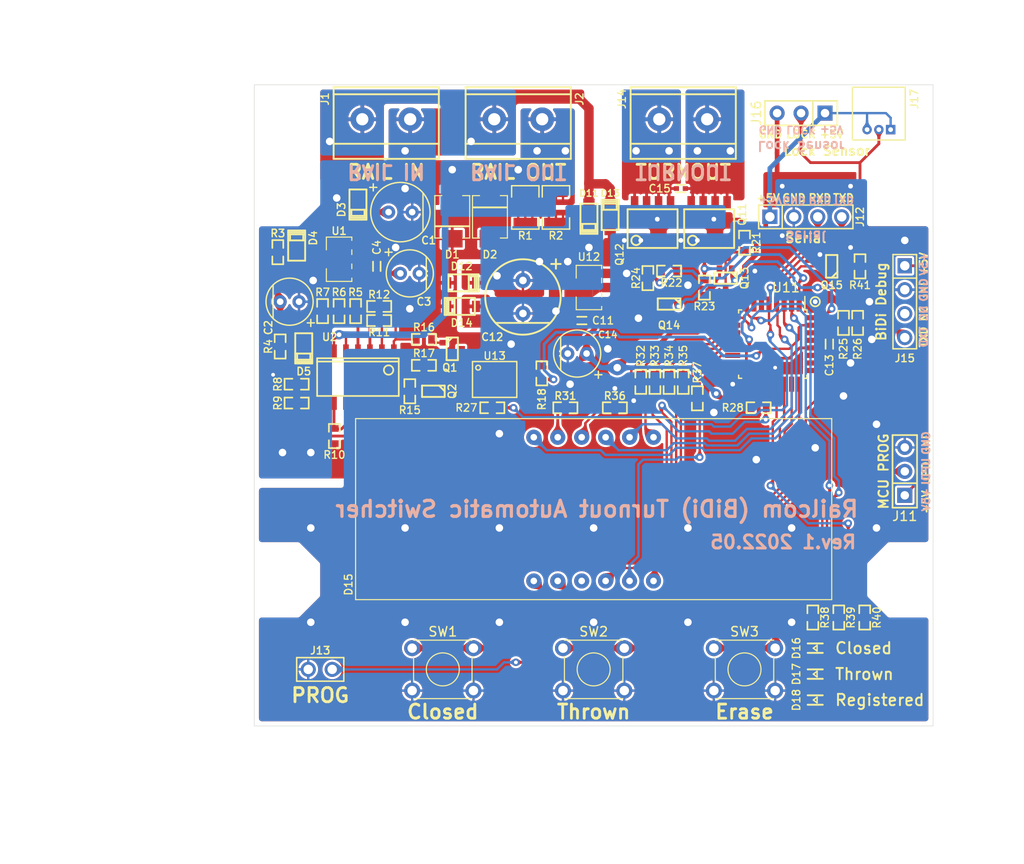
<source format=kicad_pcb>
(kicad_pcb (version 20171130) (host pcbnew "(5.1.12)-1")
  (layers (0 F.Cu signal) (31 B.Cu signal) (34 B.Paste user) (35 F.Paste user) (36 B.SilkS user) (37 F.SilkS user) (38 B.Mask user) (39 F.Mask user) (44 Edge.Cuts user))
  (net 0 "")
  (net 1 GNDA)
  (net 2 "Net-(C1-Pad1)")
  (net 3 "Net-(C2-Pad2)")
  (net 4 +5VA)
  (net 5 GND)
  (net 6 +5V)
  (net 7 +12V)
  (net 8 SW_OUT+)
  (net 9 SW_OUT-)
  (net 10 RAIL-)
  (net 11 RAIL+)
  (net 12 "Net-(D4-Pad2)")
  (net 13 VSS)
  (net 14 "Net-(D15-Pad1)")
  (net 15 "Net-(D15-Pad2)")
  (net 16 "Net-(D15-Pad3)")
  (net 17 "Net-(D15-Pad4)")
  (net 18 "Net-(D15-Pad5)")
  (net 19 7SEG_SEL_3)
  (net 20 "Net-(D15-Pad7)")
  (net 21 7SEG_SEL_2)
  (net 22 7SEG_SEL_1)
  (net 23 "Net-(D15-Pad10)")
  (net 24 "Net-(D15-Pad11)")
  (net 25 7SEG_SEL_0)
  (net 26 "Net-(D16-Pad2)")
  (net 27 "Net-(D17-Pad2)")
  (net 28 "Net-(D18-Pad2)")
  (net 29 UPDI)
  (net 30 MCU_TXD1)
  (net 31 MCU_RXD1)
  (net 32 PROG_JP)
  (net 33 "Net-(J15-Pad3)")
  (net 34 MCU_RXD0)
  (net 35 "Net-(Q1-Pad1)")
  (net 36 BiDi_RXD)
  (net 37 "Net-(Q2-Pad1)")
  (net 38 SW_C)
  (net 39 "Net-(Q11-Pad4)")
  (net 40 "Net-(Q12-Pad4)")
  (net 41 SW_T)
  (net 42 "Net-(Q13-Pad2)")
  (net 43 "Net-(Q13-Pad1)")
  (net 44 "Net-(Q14-Pad2)")
  (net 45 P18mv)
  (net 46 N18mv)
  (net 47 "Net-(R10-Pad1)")
  (net 48 "Net-(R11-Pad2)")
  (net 49 "Net-(R12-Pad2)")
  (net 50 SW_EN)
  (net 51 DCC_IN)
  (net 52 7SEG_A)
  (net 53 7SEG_B)
  (net 54 7SEG_C)
  (net 55 7SEG_D)
  (net 56 7SEG_E)
  (net 57 7SEG_F)
  (net 58 7SEG_G)
  (net 59 LED_C)
  (net 60 LED_T)
  (net 61 LED_REGISTERED)
  (net 62 SET_C_BTN)
  (net 63 SET_T_BTN)
  (net 64 CLR_BTN)
  (net 65 LOCK)
  (net 66 "Net-(U11-Pad26)")
  (net 67 "Net-(Q15-Pad1)")
  (net 68 /rsc_mcu/SENSOR_IN)
  (module footprint:C_1005 (layer F.Cu) (at 117 73.25 90)
    (fp_text reference C4 (at 2 0 90) (layer F.SilkS) (effects (font (size 0.8 0.8) (thickness 0.14))))
    (fp_text value 104 hide)
    (pad 2 smd rect (at 0.475 0 90) (size 0.55 0.5) (layers F.Cu F.Paste F.Mask) (net 1 GNDA))
    (pad 1 smd rect (at -0.475 0 90) (size 0.55 0.5) (layers F.Cu F.Paste F.Mask) (net 4 +5VA))
  )
  (module footprint:C_1005 (layer F.Cu) (at 138.75 79 180)
    (fp_text reference C11 (at -2.25 0) (layer F.SilkS) (effects (font (size 0.8 0.8) (thickness 0.14))))
    (fp_text value 104 hide)
    (pad 2 smd rect (at 0.475 0 180) (size 0.55 0.5) (layers F.Cu F.Paste F.Mask) (net 5 GND))
    (pad 1 smd rect (at -0.475 0 180) (size 0.55 0.5) (layers F.Cu F.Paste F.Mask) (net 6 +5V))
  )
  (module footprint:C_1005 (layer F.Cu) (at 165 81.5 90)
    (fp_text reference C13 (at -2.25 0 90) (layer F.SilkS) (effects (font (size 0.8 0.8) (thickness 0.14))))
    (fp_text value 104 hide)
    (pad 2 smd rect (at 0.475 0 90) (size 0.55 0.5) (layers F.Cu F.Paste F.Mask) (net 5 GND))
    (pad 1 smd rect (at -0.475 0 90) (size 0.55 0.5) (layers F.Cu F.Paste F.Mask) (net 6 +5V))
  )
  (module footprint:C_1005 (layer F.Cu) (at 149.25 65 180)
    (fp_text reference C15 (at 2.25 0) (layer F.SilkS) (effects (font (size 0.8 0.8) (thickness 0.14))))
    (fp_text value 103 hide)
    (pad 2 smd rect (at 0.475 0 180) (size 0.55 0.5) (layers F.Cu F.Paste F.Mask) (net 9 SW_OUT-))
    (pad 1 smd rect (at -0.475 0 180) (size 0.55 0.5) (layers F.Cu F.Paste F.Mask) (net 8 SW_OUT+))
  )
  (module footprint:SO-8 (layer F.Cu) (at 152.25 69.25 90)
    (fp_text reference Q11 (at 1.5 3.5 90) (layer F.SilkS) (effects (font (size 0.8 0.8) (thickness 0.14))))
    (fp_text value FDS4897C)
    (pad 1 smd rect (at -2.8 -1.905 90) (size 1.3 0.8) (layers F.Cu F.Paste F.Mask) (net 5 GND))
    (pad 2 smd rect (at -2.8 -0.635 90) (size 1.3 0.8) (layers F.Cu F.Paste F.Mask) (net 38 SW_C))
    (pad 3 smd rect (at -2.8 0.635 90) (size 1.3 0.8) (layers F.Cu F.Paste F.Mask) (net 7 +12V))
    (pad 4 smd rect (at -2.8 1.905 90) (size 1.3 0.8) (layers F.Cu F.Paste F.Mask) (net 39 "Net-(Q11-Pad4)"))
    (pad 5 smd rect (at 2.8 1.905 90) (size 1.3 0.8) (layers F.Cu F.Paste F.Mask) (net 8 SW_OUT+))
    (pad 6 smd rect (at 2.8 0.635 90) (size 1.3 0.8) (layers F.Cu F.Paste F.Mask) (net 8 SW_OUT+))
    (pad 7 smd rect (at 2.8 -0.635 90) (size 1.3 0.8) (layers F.Cu F.Paste F.Mask) (net 8 SW_OUT+))
    (pad 8 smd rect (at 2.8 -1.905 90) (size 1.3 0.8) (layers F.Cu F.Paste F.Mask) (net 8 SW_OUT+))
  )
  (module footprint:R_1608 (layer F.Cu) (at 148 73.75)
    (fp_text reference R22 (at 0.25 1.25) (layer F.SilkS) (effects (font (size 0.8 0.8) (thickness 0.14))))
    (fp_text value 102 hide)
    (pad 2 smd rect (at 0.8 0) (size 0.7 0.9) (layers F.Cu F.Paste F.Mask) (net 40 "Net-(Q12-Pad4)"))
    (pad 1 smd rect (at -0.8 0) (size 0.7 0.9) (layers F.Cu F.Paste F.Mask) (net 7 +12V))
  )
  (module footprint:TQFP-32_7x7mm_P0.8mm (layer F.Cu) (at 159 81.5 270)
    (fp_text reference U11 (at -6 -1.4 180) (layer F.SilkS))
    (fp_text value ATmega4808-A)
    (pad 1 smd rect (at -4.25 -2.8 270) (size 1.6 0.55) (layers F.Cu F.Paste F.Mask) (net 41 SW_T))
    (pad 2 smd rect (at -4.25 -2 270) (size 1.6 0.55) (layers F.Cu F.Paste F.Mask) (net 25 7SEG_SEL_0))
    (pad 3 smd rect (at -4.25 -1.2 270) (size 1.6 0.55) (layers F.Cu F.Paste F.Mask) (net 22 7SEG_SEL_1))
    (pad 4 smd rect (at -4.25 -0.4 270) (size 1.6 0.55) (layers F.Cu F.Paste F.Mask) (net 21 7SEG_SEL_2))
    (pad 5 smd rect (at -4.25 0.4 270) (size 1.6 0.55) (layers F.Cu F.Paste F.Mask) (net 19 7SEG_SEL_3))
    (pad 6 smd rect (at -4.25 1.2 270) (size 1.6 0.55) (layers F.Cu F.Paste F.Mask) (net 30 MCU_TXD1))
    (pad 7 smd rect (at -4.25 2 270) (size 1.6 0.55) (layers F.Cu F.Paste F.Mask) (net 31 MCU_RXD1))
    (pad 8 smd rect (at -4.25 2.8 270) (size 1.6 0.55) (layers F.Cu F.Paste F.Mask) (net 59 LED_C))
    (pad 9 smd rect (at -2.8 4.25) (size 1.6 0.55) (layers F.Cu F.Paste F.Mask) (net 60 LED_T))
    (pad 10 smd rect (at -2 4.25) (size 1.6 0.55) (layers F.Cu F.Paste F.Mask) (net 52 7SEG_A))
    (pad 11 smd rect (at -1.2 4.25) (size 1.6 0.55) (layers F.Cu F.Paste F.Mask) (net 53 7SEG_B))
    (pad 12 smd rect (at -0.4 4.25) (size 1.6 0.55) (layers F.Cu F.Paste F.Mask) (net 54 7SEG_C))
    (pad 13 smd rect (at 0.4 4.25) (size 1.6 0.55) (layers F.Cu F.Paste F.Mask) (net 55 7SEG_D))
    (pad 14 smd rect (at 1.2 4.25) (size 1.6 0.55) (layers F.Cu F.Paste F.Mask) (net 56 7SEG_E))
    (pad 15 smd rect (at 2 4.25) (size 1.6 0.55) (layers F.Cu F.Paste F.Mask) (net 57 7SEG_F))
    (pad 16 smd rect (at 2.8 4.25) (size 1.6 0.55) (layers F.Cu F.Paste F.Mask) (net 58 7SEG_G))
    (pad 17 smd rect (at 4.25 2.8 270) (size 1.6 0.55) (layers F.Cu F.Paste F.Mask) (net 65 LOCK))
    (pad 18 smd rect (at 4.25 2 270) (size 1.6 0.55) (layers F.Cu F.Paste F.Mask) (net 6 +5V))
    (pad 19 smd rect (at 4.25 1.2 270) (size 1.6 0.55) (layers F.Cu F.Paste F.Mask) (net 5 GND))
    (pad 20 smd rect (at 4.25 0.4 270) (size 1.6 0.55) (layers F.Cu F.Paste F.Mask) (net 51 DCC_IN))
    (pad 21 smd rect (at 4.25 -0.4 270) (size 1.6 0.55) (layers F.Cu F.Paste F.Mask) (net 61 LED_REGISTERED))
    (pad 22 smd rect (at 4.25 -1.2 270) (size 1.6 0.55) (layers F.Cu F.Paste F.Mask) (net 62 SET_C_BTN))
    (pad 23 smd rect (at 4.25 -2 270) (size 1.6 0.55) (layers F.Cu F.Paste F.Mask) (net 63 SET_T_BTN))
    (pad 24 smd rect (at 4.25 -2.8 270) (size 1.6 0.55) (layers F.Cu F.Paste F.Mask) (net 64 CLR_BTN))
    (pad 25 smd rect (at 2.8 -4.25) (size 1.6 0.55) (layers F.Cu F.Paste F.Mask) (net 32 PROG_JP))
    (pad 26 smd rect (at 2 -4.25) (size 1.6 0.55) (layers F.Cu F.Paste F.Mask) (net 66 "Net-(U11-Pad26)"))
    (pad 27 smd rect (at 1.2 -4.25) (size 1.6 0.55) (layers F.Cu F.Paste F.Mask) (net 29 UPDI))
    (pad 28 smd rect (at 0.4 -4.25) (size 1.6 0.55) (layers F.Cu F.Paste F.Mask) (net 6 +5V))
    (pad 29 smd rect (at -0.4 -4.25) (size 1.6 0.55) (layers F.Cu F.Paste F.Mask) (net 5 GND))
    (pad 30 smd rect (at -1.2 -4.25) (size 1.6 0.55) (layers F.Cu F.Paste F.Mask) (net 50 SW_EN))
    (pad 31 smd rect (at -2 -4.25) (size 1.6 0.55) (layers F.Cu F.Paste F.Mask) (net 34 MCU_RXD0))
    (pad 32 smd rect (at -2.8 -4.25) (size 1.6 0.55) (layers F.Cu F.Paste F.Mask) (net 38 SW_C))
  )
  (module footprint:SOIC-14 (layer F.Cu) (at 115 85 270)
    (fp_text reference U2 (at -4.25 3 180) (layer F.SilkS) (effects (font (size 0.8 0.8))))
    (fp_text value LM339 hide)
    (pad 14 smd rect (at 2.7 -3.81 180) (size 0.6 1.55) (layers F.Cu F.Paste F.Mask) (net 36 BiDi_RXD))
    (pad 1 smd rect (at -2.7 -3.81 180) (size 0.6 1.55) (layers F.Cu F.Paste F.Mask) (net 49 "Net-(R12-Pad2)"))
    (pad 13 smd rect (at 2.7 -2.54 180) (size 0.6 1.55) (layers F.Cu F.Paste F.Mask) (net 36 BiDi_RXD))
    (pad 2 smd rect (at -2.7 -2.54 180) (size 0.6 1.55) (layers F.Cu F.Paste F.Mask) (net 48 "Net-(R11-Pad2)"))
    (pad 12 smd rect (at 2.7 -1.27 180) (size 0.6 1.55) (layers F.Cu F.Paste F.Mask) (net 13 VSS))
    (pad 3 smd rect (at -2.7 -1.27 180) (size 0.6 1.55) (layers F.Cu F.Paste F.Mask) (net 4 +5VA))
    (pad 11 smd rect (at 2.7 0 180) (size 0.6 1.55) (layers F.Cu F.Paste F.Mask) (net 45 P18mv))
    (pad 4 smd rect (at -2.7 0 180) (size 0.6 1.55) (layers F.Cu F.Paste F.Mask) (net 45 P18mv))
    (pad 10 smd rect (at 2.7 1.27 180) (size 0.6 1.55) (layers F.Cu F.Paste F.Mask) (net 47 "Net-(R10-Pad1)"))
    (pad 5 smd rect (at -2.7 1.27 180) (size 0.6 1.55) (layers F.Cu F.Paste F.Mask) (net 10 RAIL-))
    (pad 9 smd rect (at 2.7 2.54 180) (size 0.6 1.55) (layers F.Cu F.Paste F.Mask) (net 47 "Net-(R10-Pad1)"))
    (pad 6 smd rect (at -2.7 2.54 180) (size 0.6 1.55) (layers F.Cu F.Paste F.Mask) (net 10 RAIL-))
    (pad 8 smd rect (at 2.7 3.81 180) (size 0.6 1.55) (layers F.Cu F.Paste F.Mask) (net 46 N18mv))
    (pad 7 smd rect (at -2.7 3.81 180) (size 0.6 1.55) (layers F.Cu F.Paste F.Mask) (net 46 N18mv))
  )
  (module footprint:CAP_TH_6.3x11 (layer F.Cu) (at 119.5 67.5)
    (fp_text reference C1 (at 3 3) (layer F.SilkS) (effects (font (size 0.8 0.8))))
    (fp_text value 220uF)
    (pad 2 thru_hole circle (at 1.25 0) (size 1.4 1.4) (drill 0.7) (layers *.Cu *.Mask) (net 1 GNDA))
    (pad 1 thru_hole circle (at -1.25 0) (size 1.4 1.4) (drill 0.7) (layers *.Cu *.Mask) (net 2 "Net-(C1-Pad1)"))
  )
  (module footprint:CAP_TH_5x11 (layer F.Cu) (at 107.75 77 180)
    (fp_text reference C2 (at 2.25 -2.75 90) (layer F.SilkS) (effects (font (size 0.8 0.8))))
    (fp_text value 100uF)
    (pad 2 thru_hole circle (at 1 0 180) (size 1.4 1.4) (drill 0.7) (layers *.Cu *.Mask) (net 3 "Net-(C2-Pad2)"))
    (pad 1 thru_hole circle (at -1 0 180) (size 1.4 1.4) (drill 0.7) (layers *.Cu *.Mask) (net 1 GNDA))
  )
  (module footprint:CAP_TH_5x11 (layer F.Cu) (at 120.5 74)
    (fp_text reference C3 (at 1.5 3 180) (layer F.SilkS) (effects (font (size 0.8 0.8))))
    (fp_text value 100uF)
    (pad 2 thru_hole circle (at 1 0) (size 1.4 1.4) (drill 0.7) (layers *.Cu *.Mask) (net 1 GNDA))
    (pad 1 thru_hole circle (at -1 0) (size 1.4 1.4) (drill 0.7) (layers *.Cu *.Mask) (net 4 +5VA))
  )
  (module footprint:CAP_TH_5x11 (layer F.Cu) (at 138.25 82.5 180)
    (fp_text reference C14 (at -3.25 2) (layer F.SilkS) (effects (font (size 0.7 0.7) (thickness 0.14))))
    (fp_text value 100uF)
    (pad 1 thru_hole circle (at -1 0 180) (size 1.4 1.4) (drill 0.7) (layers *.Cu *.Mask) (net 6 +5V))
    (pad 2 thru_hole circle (at 1 0 180) (size 1.4 1.4) (drill 0.7) (layers *.Cu *.Mask) (net 5 GND))
  )
  (module footprint:SMBF (layer F.Cu) (at 125 68 90)
    (fp_text reference D1 (at -4 0 180) (layer F.SilkS) (effects (font (size 0.8 0.8) (thickness 0.14))))
    (fp_text value SR54F hide)
    (pad 1 smd rect (at -2.325 0 90) (size 1.85 2.2) (layers F.Cu F.Paste F.Mask) (net 1 GNDA))
    (pad 2 smd rect (at 2.325 0 90) (size 1.85 2.2) (layers F.Cu F.Paste F.Mask) (net 10 RAIL-))
  )
  (module footprint:SMBF (layer F.Cu) (at 129 68 270)
    (fp_text reference D2 (at 4 0 180) (layer F.SilkS) (effects (font (size 0.8 0.8) (thickness 0.14))))
    (fp_text value SR54F hide)
    (pad 2 smd rect (at 2.325 0 270) (size 1.85 2.2) (layers F.Cu F.Paste F.Mask) (net 1 GNDA))
    (pad 1 smd rect (at -2.325 0 270) (size 1.85 2.2) (layers F.Cu F.Paste F.Mask) (net 10 RAIL-))
  )
  (module footprint:SOD-123FL (layer F.Cu) (at 115 66.5 270)
    (fp_text reference D3 (at 0.75 1.75 270) (layer F.SilkS) (effects (font (size 0.8 0.8))))
    (fp_text value GS1010FL hide)
    (pad 1 smd rect (at 1.525 0 270) (size 0.85 1.2) (layers F.Cu F.Paste F.Mask) (net 2 "Net-(C1-Pad1)"))
    (pad 2 smd rect (at -1.525 0 270) (size 0.85 1.2) (layers F.Cu F.Paste F.Mask) (net 11 RAIL+))
  )
  (module footprint:SOD-123FL (layer F.Cu) (at 108.5 71.25 90)
    (fp_text reference D4 (at 1 1.75 90) (layer F.SilkS) (effects (font (size 0.8 0.8))))
    (fp_text value GS1010FL hide)
    (pad 2 smd rect (at -1.525 0 90) (size 0.85 1.2) (layers F.Cu F.Paste F.Mask) (net 12 "Net-(D4-Pad2)"))
    (pad 1 smd rect (at 1.525 0 90) (size 0.85 1.2) (layers F.Cu F.Paste F.Mask) (net 11 RAIL+))
  )
  (module footprint:SOD-123FL (layer F.Cu) (at 109.25 81.75 270)
    (fp_text reference D5 (at 2.65 0 180) (layer F.SilkS) (effects (font (size 0.8 0.8))))
    (fp_text value GS1010FL hide)
    (pad 1 smd rect (at 1.525 0 270) (size 0.85 1.2) (layers F.Cu F.Paste F.Mask) (net 13 VSS))
    (pad 2 smd rect (at -1.525 0 270) (size 0.85 1.2) (layers F.Cu F.Paste F.Mask) (net 1 GNDA))
  )
  (module footprint:SOD-123FL (layer F.Cu) (at 139.5 68 270)
    (fp_text reference D11 (at -2.5 0) (layer F.SilkS) (effects (font (size 0.7 0.7))))
    (fp_text value GS1010FL hide)
    (pad 2 smd rect (at -1.525 0 270) (size 0.85 1.2) (layers F.Cu F.Paste F.Mask) (net 11 RAIL+))
    (pad 1 smd rect (at 1.525 0 270) (size 0.85 1.2) (layers F.Cu F.Paste F.Mask) (net 7 +12V))
  )
  (module footprint:SOD-123FL (layer F.Cu) (at 126 75)
    (fp_text reference D12 (at 0 -1.75 180) (layer F.SilkS) (effects (font (size 0.8 0.8))))
    (fp_text value GS1010FL hide)
    (pad 2 smd rect (at -1.525 0) (size 0.85 1.2) (layers F.Cu F.Paste F.Mask) (net 1 GNDA))
    (pad 1 smd rect (at 1.525 0) (size 0.85 1.2) (layers F.Cu F.Paste F.Mask) (net 7 +12V))
  )
  (module footprint:SOD-123FL (layer F.Cu) (at 141.75 68 90)
    (fp_text reference D13 (at 2.5 0 180) (layer F.SilkS) (effects (font (size 0.7 0.7))))
    (fp_text value GS1010FL hide)
    (pad 1 smd rect (at 1.525 0 90) (size 0.85 1.2) (layers F.Cu F.Paste F.Mask) (net 11 RAIL+))
    (pad 2 smd rect (at -1.525 0 90) (size 0.85 1.2) (layers F.Cu F.Paste F.Mask) (net 5 GND))
  )
  (module footprint:SOD-123FL (layer F.Cu) (at 126 77.5 180)
    (fp_text reference D14 (at 0 -1.75 180) (layer F.SilkS) (effects (font (size 0.8 0.8))))
    (fp_text value GS1010FL hide)
    (pad 1 smd rect (at 1.525 0 180) (size 0.85 1.2) (layers F.Cu F.Paste F.Mask) (net 1 GNDA))
    (pad 2 smd rect (at -1.525 0 180) (size 0.85 1.2) (layers F.Cu F.Paste F.Mask) (net 5 GND))
  )
  (module footprint:OSL40562 (layer F.Cu) (at 140 99)
    (fp_text reference D15 (at -26 8 90) (layer F.SilkS) (effects (font (size 0.8 0.8) (thickness 0.14))))
    (fp_text value OSL40652 hide)
    (pad 1 thru_hole circle (at -6.35 7.62 270) (size 1.6 1.6) (drill 0.7) (layers *.Cu *.Mask) (net 14 "Net-(D15-Pad1)"))
    (pad 2 thru_hole circle (at -3.81 7.62 270) (size 1.6 1.6) (drill 0.7) (layers *.Cu *.Mask) (net 15 "Net-(D15-Pad2)"))
    (pad 3 thru_hole circle (at -1.27 7.62 270) (size 1.6 1.6) (drill 0.7) (layers *.Cu *.Mask) (net 16 "Net-(D15-Pad3)"))
    (pad 4 thru_hole circle (at 1.27 7.62 270) (size 1.6 1.6) (drill 0.7) (layers *.Cu *.Mask) (net 17 "Net-(D15-Pad4)"))
    (pad 5 thru_hole circle (at 3.81 7.62 270) (size 1.6 1.6) (drill 0.7) (layers *.Cu *.Mask) (net 18 "Net-(D15-Pad5)"))
    (pad 6 thru_hole circle (at 6.35 7.62 270) (size 1.6 1.6) (drill 0.7) (layers *.Cu *.Mask) (net 19 7SEG_SEL_3))
    (pad 7 thru_hole circle (at 6.35 -7.62 270) (size 1.6 1.6) (drill 0.7) (layers *.Cu *.Mask) (net 20 "Net-(D15-Pad7)"))
    (pad 8 thru_hole circle (at 3.81 -7.62 270) (size 1.6 1.6) (drill 0.7) (layers *.Cu *.Mask) (net 21 7SEG_SEL_2))
    (pad 9 thru_hole circle (at 1.27 -7.62 270) (size 1.6 1.6) (drill 0.7) (layers *.Cu *.Mask) (net 22 7SEG_SEL_1))
    (pad 10 thru_hole circle (at -1.27 -7.62 270) (size 1.6 1.6) (drill 0.7) (layers *.Cu *.Mask) (net 23 "Net-(D15-Pad10)"))
    (pad 11 thru_hole circle (at -3.81 -7.62 270) (size 1.6 1.6) (drill 0.7) (layers *.Cu *.Mask) (net 24 "Net-(D15-Pad11)"))
    (pad 12 thru_hole circle (at -6.35 -7.62 270) (size 1.6 1.6) (drill 0.7) (layers *.Cu *.Mask) (net 25 7SEG_SEL_0))
  )
  (module footprint:LED_1608 (layer F.Cu) (at 163.5 113.75)
    (fp_text reference D16 (at -2 0 90) (layer F.SilkS) (effects (font (size 0.8 0.8) (thickness 0.14))))
    (fp_text value LED hide)
    (pad 2 smd rect (at 0.85 0) (size 1 0.8) (layers F.Cu F.Paste F.Mask) (net 26 "Net-(D16-Pad2)"))
    (pad 1 smd rect (at -0.85 0) (size 1 0.8) (layers F.Cu F.Paste F.Mask) (net 5 GND))
  )
  (module footprint:LED_1608 (layer F.Cu) (at 163.5 116.5)
    (fp_text reference D17 (at -2 0 90) (layer F.SilkS) (effects (font (size 0.8 0.8) (thickness 0.14))))
    (fp_text value LED hide)
    (pad 1 smd rect (at -0.85 0) (size 1 0.8) (layers F.Cu F.Paste F.Mask) (net 5 GND))
    (pad 2 smd rect (at 0.85 0) (size 1 0.8) (layers F.Cu F.Paste F.Mask) (net 27 "Net-(D17-Pad2)"))
  )
  (module footprint:LED_1608 (layer F.Cu) (at 163.5 119.25)
    (fp_text reference D18 (at -2 0 90) (layer F.SilkS) (effects (font (size 0.8 0.8) (thickness 0.14))))
    (fp_text value LED hide)
    (pad 1 smd rect (at -0.85 0) (size 1 0.8) (layers F.Cu F.Paste F.Mask) (net 5 GND))
    (pad 2 smd rect (at 0.85 0) (size 1 0.8) (layers F.Cu F.Paste F.Mask) (net 28 "Net-(D18-Pad2)"))
  )
  (module footprint:HOLE_3.2mm (layer F.Cu) (at 107 106.5)
    (fp_text reference H1 hide)
    (fp_text value 3.2mm hide)
    (pad "" np_thru_hole circle (at 0 0) (size 3.2 3.2) (drill 3.2) (layers *.Cu *.Mask))
  )
  (module footprint:HOLE_3.2mm (layer F.Cu) (at 173 65)
    (fp_text reference H2 hide)
    (fp_text value 3.2mm hide)
    (pad "" np_thru_hole circle (at 0 0) (size 3.2 3.2) (drill 3.2) (layers *.Cu *.Mask))
  )
  (module footprint:HOLE_3.2mm (layer F.Cu) (at 107 65)
    (fp_text reference H3 hide)
    (fp_text value 3.2mm hide)
    (pad "" np_thru_hole circle (at 0 0) (size 3.2 3.2) (drill 3.2) (layers *.Cu *.Mask))
  )
  (module footprint:HOLE_3.2mm (layer F.Cu) (at 173 106.5)
    (fp_text reference H4 hide)
    (fp_text value 3.2mm hide)
    (pad "" np_thru_hole circle (at 0 0) (size 3.2 3.2) (drill 3.2) (layers *.Cu *.Mask))
  )
  (module footprint:TB111-2 (layer F.Cu) (at 118 54.25 180)
    (fp_text reference J1 (at 6.5 -1.25 90) (layer F.SilkS) (effects (font (size 0.8 0.8) (thickness 0.14))))
    (fp_text value RAIL_IN hide)
    (pad 1 thru_hole circle (at -2.54 -3.4 180) (size 2.5 2.5) (drill 1.3) (layers *.Cu *.Mask) (net 1 GNDA))
    (pad 2 thru_hole circle (at 2.54 -3.4 180) (size 2.5 2.5) (drill 1.3) (layers *.Cu *.Mask) (net 11 RAIL+))
  )
  (module footprint:TB111-2 (layer F.Cu) (at 132 54.25 180)
    (fp_text reference J2 (at -6.5 -1.25 90) (layer F.SilkS) (effects (font (size 0.8 0.8) (thickness 0.14))))
    (fp_text value RAIL_OUT hide)
    (pad 1 thru_hole circle (at -2.54 -3.4 180) (size 2.5 2.5) (drill 1.3) (layers *.Cu *.Mask) (net 10 RAIL-))
    (pad 2 thru_hole circle (at 2.54 -3.4 180) (size 2.5 2.5) (drill 1.3) (layers *.Cu *.Mask) (net 11 RAIL+))
  )
  (module footprint:PinHeader_01x03 (layer F.Cu) (at 173 95 90)
    (fp_text reference J11 (at -4.75 0 180) (layer F.SilkS))
    (fp_text value UPDI hide)
    (pad 1 thru_hole rect (at -2.54 0 90) (size 1.6 1.6) (drill 0.9) (layers *.Cu *.Mask) (net 6 +5V))
    (pad 2 thru_hole circle (at 0 0 90) (size 1.6 1.6) (drill 0.9) (layers *.Cu *.Mask) (net 29 UPDI))
    (pad 3 thru_hole circle (at 2.54 0 90) (size 1.6 1.6) (drill 0.9) (layers *.Cu *.Mask) (net 5 GND))
  )
  (module footprint:pin_array_1x4 (layer F.Cu) (at 162.5 68)
    (fp_text reference J12 (at 5.75 0 90) (layer F.SilkS) (effects (font (size 0.8 0.8))))
    (fp_text value Serial)
    (pad 4 thru_hole circle (at 3.81 0) (size 1.6 1.6) (drill 1) (layers *.Cu *.Mask) (net 30 MCU_TXD1))
    (pad 3 thru_hole circle (at 1.27 0) (size 1.6 1.6) (drill 1) (layers *.Cu *.Mask) (net 31 MCU_RXD1))
    (pad 2 thru_hole circle (at -1.27 0) (size 1.6 1.6) (drill 1) (layers *.Cu *.Mask) (net 5 GND))
    (pad 1 thru_hole rect (at -3.81 0) (size 1.6 1.524) (drill 1) (layers *.Cu *.Mask) (net 6 +5V))
  )
  (module footprint:pin_array_1x2 (layer F.Cu) (at 111 116 180)
    (fp_text reference J13 (at 0 2) (layer F.SilkS) (effects (font (size 0.8 0.8))))
    (fp_text value PROG)
    (pad 1 thru_hole circle (at -1.27 0 180) (size 1.6 1.6) (drill 1) (layers *.Cu *.Mask) (net 32 PROG_JP))
    (pad 2 thru_hole circle (at 1.27 0 180) (size 1.6 1.6) (drill 1) (layers *.Cu *.Mask) (net 5 GND))
  )
  (module footprint:TB111-2 (layer F.Cu) (at 149.5 54.25 180)
    (fp_text reference J14 (at 6.5 -1.25 90) (layer F.SilkS) (effects (font (size 0.8 0.8) (thickness 0.14))))
    (fp_text value SW_OUT hide)
    (pad 1 thru_hole circle (at -2.54 -3.4 180) (size 2.5 2.5) (drill 1.3) (layers *.Cu *.Mask) (net 8 SW_OUT+))
    (pad 2 thru_hole circle (at 2.54 -3.4 180) (size 2.5 2.5) (drill 1.3) (layers *.Cu *.Mask) (net 9 SW_OUT-))
  )
  (module footprint:pin_array_1x4 (layer F.Cu) (at 173 77 270)
    (fp_text reference J15 (at 6 0) (layer F.SilkS) (effects (font (size 0.8 0.8))))
    (fp_text value Debug)
    (pad 4 thru_hole circle (at 3.81 0 270) (size 1.6 1.6) (drill 1) (layers *.Cu *.Mask) (net 34 MCU_RXD0))
    (pad 3 thru_hole circle (at 1.27 0 270) (size 1.6 1.6) (drill 1) (layers *.Cu *.Mask) (net 33 "Net-(J15-Pad3)"))
    (pad 2 thru_hole circle (at -1.27 0 270) (size 1.6 1.6) (drill 1) (layers *.Cu *.Mask) (net 5 GND))
    (pad 1 thru_hole rect (at -3.81 0 270) (size 1.6 1.524) (drill 1) (layers *.Cu *.Mask) (net 6 +5V))
  )
  (module footprint:SC-70 (layer F.Cu) (at 125 82 270)
    (fp_text reference Q1 (at 2 0.25 180) (layer F.SilkS) (effects (font (size 0.8 0.8))))
    (fp_text value SSM3K7002BFU hide)
    (pad 1 smd rect (at -0.65 0.95 270) (size 0.6 0.8) (layers F.Cu F.Paste F.Mask) (net 35 "Net-(Q1-Pad1)"))
    (pad 2 smd rect (at 0.65 0.95 270) (size 0.6 0.8) (layers F.Cu F.Paste F.Mask) (net 1 GNDA))
    (pad 3 smd rect (at 0 -0.95 270) (size 0.6 0.8) (layers F.Cu F.Paste F.Mask) (net 36 BiDi_RXD))
  )
  (module footprint:SC-70 (layer F.Cu) (at 123 86.5 180)
    (fp_text reference Q2 (at -2 0 270) (layer F.SilkS) (effects (font (size 0.8 0.8))))
    (fp_text value SSM3K7002BFU hide)
    (pad 3 smd rect (at 0 -0.95 180) (size 0.6 0.8) (layers F.Cu F.Paste F.Mask) (net 36 BiDi_RXD))
    (pad 2 smd rect (at 0.65 0.95 180) (size 0.6 0.8) (layers F.Cu F.Paste F.Mask) (net 1 GNDA))
    (pad 1 smd rect (at -0.65 0.95 180) (size 0.6 0.8) (layers F.Cu F.Paste F.Mask) (net 37 "Net-(Q2-Pad1)"))
  )
  (module footprint:SO-8 (layer F.Cu) (at 146.25 69.25 90)
    (fp_text reference Q12 (at -2.75 -3.5 90) (layer F.SilkS) (effects (font (size 0.8 0.8) (thickness 0.14))))
    (fp_text value FDS4897C)
    (pad 1 smd rect (at -2.8 -1.905 90) (size 1.3 0.8) (layers F.Cu F.Paste F.Mask) (net 5 GND))
    (pad 2 smd rect (at -2.8 -0.635 90) (size 1.3 0.8) (layers F.Cu F.Paste F.Mask) (net 41 SW_T))
    (pad 3 smd rect (at -2.8 0.635 90) (size 1.3 0.8) (layers F.Cu F.Paste F.Mask) (net 7 +12V))
    (pad 4 smd rect (at -2.8 1.905 90) (size 1.3 0.8) (layers F.Cu F.Paste F.Mask) (net 40 "Net-(Q12-Pad4)"))
    (pad 5 smd rect (at 2.8 1.905 90) (size 1.3 0.8) (layers F.Cu F.Paste F.Mask) (net 9 SW_OUT-))
    (pad 6 smd rect (at 2.8 0.635 90) (size 1.3 0.8) (layers F.Cu F.Paste F.Mask) (net 9 SW_OUT-))
    (pad 7 smd rect (at 2.8 -0.635 90) (size 1.3 0.8) (layers F.Cu F.Paste F.Mask) (net 9 SW_OUT-))
    (pad 8 smd rect (at 2.8 -1.905 90) (size 1.3 0.8) (layers F.Cu F.Paste F.Mask) (net 9 SW_OUT-))
  )
  (module footprint:SC-70 (layer F.Cu) (at 154 74.5 180)
    (fp_text reference Q13 (at -2 0 90) (layer F.SilkS) (effects (font (size 0.8 0.8))))
    (fp_text value 2SC4116 hide)
    (pad 3 smd rect (at 0 -0.95 180) (size 0.6 0.8) (layers F.Cu F.Paste F.Mask) (net 39 "Net-(Q11-Pad4)"))
    (pad 2 smd rect (at 0.65 0.95 180) (size 0.6 0.8) (layers F.Cu F.Paste F.Mask) (net 42 "Net-(Q13-Pad2)"))
    (pad 1 smd rect (at -0.65 0.95 180) (size 0.6 0.8) (layers F.Cu F.Paste F.Mask) (net 43 "Net-(Q13-Pad1)"))
  )
  (module footprint:SC-70 (layer F.Cu) (at 148 77.25 180)
    (fp_text reference Q14 (at 0 -2.25) (layer F.SilkS) (effects (font (size 0.8 0.8))))
    (fp_text value 2SC4116 hide)
    (pad 1 smd rect (at -0.65 0.95 180) (size 0.6 0.8) (layers F.Cu F.Paste F.Mask) (net 43 "Net-(Q13-Pad1)"))
    (pad 2 smd rect (at 0.65 0.95 180) (size 0.6 0.8) (layers F.Cu F.Paste F.Mask) (net 44 "Net-(Q14-Pad2)"))
    (pad 3 smd rect (at 0 -0.95 180) (size 0.6 0.8) (layers F.Cu F.Paste F.Mask) (net 40 "Net-(Q12-Pad4)"))
  )
  (module footprint:R_3225 (layer F.Cu) (at 132.75 67 270)
    (fp_text reference R1 (at 3 0) (layer F.SilkS) (effects (font (size 0.8 0.8) (thickness 0.14))))
    (fp_text value 3R60 hide)
    (pad 1 smd rect (at -1.6 0 270) (size 1 2.5) (layers F.Cu F.Paste F.Mask) (net 10 RAIL-))
    (pad 2 smd rect (at 1.6 0 270) (size 1 2.5) (layers F.Cu F.Paste F.Mask) (net 1 GNDA))
  )
  (module footprint:R_3225 (layer F.Cu) (at 136 67 270)
    (fp_text reference R2 (at 3 0) (layer F.SilkS) (effects (font (size 0.8 0.8) (thickness 0.14))))
    (fp_text value 3R60 hide)
    (pad 2 smd rect (at 1.6 0 270) (size 1 2.5) (layers F.Cu F.Paste F.Mask) (net 1 GNDA))
    (pad 1 smd rect (at -1.6 0 270) (size 1 2.5) (layers F.Cu F.Paste F.Mask) (net 10 RAIL-))
  )
  (module footprint:R_1608 (layer F.Cu) (at 106.5 71.75 270)
    (fp_text reference R3 (at -2 0) (layer F.SilkS) (effects (font (size 0.8 0.8))))
    (fp_text value 221 hide)
    (pad 1 smd rect (at -0.8 0 270) (size 0.7 0.9) (layers F.Cu F.Paste F.Mask) (net 12 "Net-(D4-Pad2)"))
    (pad 2 smd rect (at 0.8 0 270) (size 0.7 0.9) (layers F.Cu F.Paste F.Mask) (net 3 "Net-(C2-Pad2)"))
  )
  (module footprint:R_1608 (layer F.Cu) (at 106.75 81.75 90)
    (fp_text reference R4 (at 0 -1.25 90) (layer F.SilkS) (effects (font (size 0.8 0.8) (thickness 0.14))))
    (fp_text value 221 hide)
    (pad 2 smd rect (at 0.8 0 90) (size 0.7 0.9) (layers F.Cu F.Paste F.Mask) (net 3 "Net-(C2-Pad2)"))
    (pad 1 smd rect (at -0.8 0 90) (size 0.7 0.9) (layers F.Cu F.Paste F.Mask) (net 13 VSS))
  )
  (module footprint:R_1608 (layer F.Cu) (at 114.75 78 270)
    (fp_text reference R5 (at -2 0 180) (layer F.SilkS) (effects (font (size 0.8 0.8) (thickness 0.14))))
    (fp_text value 274 hide)
    (pad 1 smd rect (at -0.8 0 270) (size 0.7 0.9) (layers F.Cu F.Paste F.Mask) (net 4 +5VA))
    (pad 2 smd rect (at 0.8 0 270) (size 0.7 0.9) (layers F.Cu F.Paste F.Mask) (net 45 P18mv))
  )
  (module footprint:R_1608 (layer F.Cu) (at 113 78 90)
    (fp_text reference R6 (at 2 0) (layer F.SilkS) (effects (font (size 0.8 0.8) (thickness 0.14))))
    (fp_text value 102 hide)
    (pad 1 smd rect (at -0.8 0 90) (size 0.7 0.9) (layers F.Cu F.Paste F.Mask) (net 45 P18mv))
    (pad 2 smd rect (at 0.8 0 90) (size 0.7 0.9) (layers F.Cu F.Paste F.Mask) (net 1 GNDA))
  )
  (module footprint:R_1608 (layer F.Cu) (at 111.25 78 270)
    (fp_text reference R7 (at -2 0) (layer F.SilkS) (effects (font (size 0.8 0.8) (thickness 0.14))))
    (fp_text value 821 hide)
    (pad 1 smd rect (at -0.8 0 270) (size 0.7 0.9) (layers F.Cu F.Paste F.Mask) (net 1 GNDA))
    (pad 2 smd rect (at 0.8 0 270) (size 0.7 0.9) (layers F.Cu F.Paste F.Mask) (net 46 N18mv))
  )
  (module footprint:R_1608 (layer F.Cu) (at 108.5 85.75 180)
    (fp_text reference R8 (at 2 0 270) (layer F.SilkS) (effects (font (size 0.8 0.8) (thickness 0.14))))
    (fp_text value 333 hide)
    (pad 2 smd rect (at 0.8 0 180) (size 0.7 0.9) (layers F.Cu F.Paste F.Mask) (net 13 VSS))
    (pad 1 smd rect (at -0.8 0 180) (size 0.7 0.9) (layers F.Cu F.Paste F.Mask) (net 46 N18mv))
  )
  (module footprint:R_1608 (layer F.Cu) (at 108.5 87.75)
    (fp_text reference R9 (at -2 0 270) (layer F.SilkS) (effects (font (size 0.8 0.8) (thickness 0.14))))
    (fp_text value 104 hide)
    (pad 1 smd rect (at -0.8 0) (size 0.7 0.9) (layers F.Cu F.Paste F.Mask) (net 11 RAIL+))
    (pad 2 smd rect (at 0.8 0) (size 0.7 0.9) (layers F.Cu F.Paste F.Mask) (net 47 "Net-(R10-Pad1)"))
  )
  (module footprint:R_1608 (layer F.Cu) (at 112.5 91.25 270)
    (fp_text reference R10 (at 2 0 180) (layer F.SilkS) (effects (font (size 0.8 0.8) (thickness 0.14))))
    (fp_text value 102 hide)
    (pad 2 smd rect (at 0.8 0 270) (size 0.7 0.9) (layers F.Cu F.Paste F.Mask) (net 1 GNDA))
    (pad 1 smd rect (at -0.8 0 270) (size 0.7 0.9) (layers F.Cu F.Paste F.Mask) (net 47 "Net-(R10-Pad1)"))
  )
  (module footprint:R_1608 (layer F.Cu) (at 117.25 79)
    (fp_text reference R11 (at 0 1.25) (layer F.SilkS) (effects (font (size 0.8 0.8) (thickness 0.14))))
    (fp_text value 103 hide)
    (pad 1 smd rect (at -0.8 0) (size 0.7 0.9) (layers F.Cu F.Paste F.Mask) (net 4 +5VA))
    (pad 2 smd rect (at 0.8 0) (size 0.7 0.9) (layers F.Cu F.Paste F.Mask) (net 48 "Net-(R11-Pad2)"))
  )
  (module footprint:R_1608 (layer F.Cu) (at 117.25 77.5)
    (fp_text reference R12 (at 0 -1.25) (layer F.SilkS) (effects (font (size 0.8 0.8) (thickness 0.14))))
    (fp_text value 103 hide)
    (pad 1 smd rect (at -0.8 0) (size 0.7 0.9) (layers F.Cu F.Paste F.Mask) (net 4 +5VA))
    (pad 2 smd rect (at 0.8 0) (size 0.7 0.9) (layers F.Cu F.Paste F.Mask) (net 49 "Net-(R12-Pad2)"))
  )
  (module footprint:R_1608 (layer F.Cu) (at 120.5 86.5 270)
    (fp_text reference R15 (at 2 0 180) (layer F.SilkS) (effects (font (size 0.8 0.8) (thickness 0.14))))
    (fp_text value 102 hide)
    (pad 1 smd rect (at -0.8 0 270) (size 0.7 0.9) (layers F.Cu F.Paste F.Mask) (net 4 +5VA))
    (pad 2 smd rect (at 0.8 0 270) (size 0.7 0.9) (layers F.Cu F.Paste F.Mask) (net 36 BiDi_RXD))
  )
  (module footprint:R_1608 (layer F.Cu) (at 122 81 180)
    (fp_text reference R16 (at 0 1.28) (layer F.SilkS) (effects (font (size 0.8 0.8) (thickness 0.14))))
    (fp_text value 331 hide)
    (pad 2 smd rect (at 0.8 0 180) (size 0.7 0.9) (layers F.Cu F.Paste F.Mask) (net 49 "Net-(R12-Pad2)"))
    (pad 1 smd rect (at -0.8 0 180) (size 0.7 0.9) (layers F.Cu F.Paste F.Mask) (net 35 "Net-(Q1-Pad1)"))
  )
  (module footprint:R_1608 (layer F.Cu) (at 122 83.75 180)
    (fp_text reference R17 (at 0 1.28) (layer F.SilkS) (effects (font (size 0.8 0.8) (thickness 0.14))))
    (fp_text value 331 hide)
    (pad 1 smd rect (at -0.8 0 180) (size 0.7 0.9) (layers F.Cu F.Paste F.Mask) (net 37 "Net-(Q2-Pad1)"))
    (pad 2 smd rect (at 0.8 0 180) (size 0.7 0.9) (layers F.Cu F.Paste F.Mask) (net 48 "Net-(R11-Pad2)"))
  )
  (module footprint:R_1608 (layer F.Cu) (at 156 70.75 270)
    (fp_text reference R21 (at 0 -1.25 90) (layer F.SilkS) (effects (font (size 0.8 0.8) (thickness 0.14))))
    (fp_text value 102 hide)
    (pad 1 smd rect (at -0.8 0 270) (size 0.7 0.9) (layers F.Cu F.Paste F.Mask) (net 7 +12V))
    (pad 2 smd rect (at 0.8 0 270) (size 0.7 0.9) (layers F.Cu F.Paste F.Mask) (net 39 "Net-(Q11-Pad4)"))
  )
  (module footprint:R_1608 (layer F.Cu) (at 151.75 75.5 90)
    (fp_text reference R23 (at -2 0 180) (layer F.SilkS) (effects (font (size 0.8 0.8) (thickness 0.14))))
    (fp_text value 331 hide)
    (pad 2 smd rect (at 0.8 0 90) (size 0.7 0.9) (layers F.Cu F.Paste F.Mask) (net 38 SW_C))
    (pad 1 smd rect (at -0.8 0 90) (size 0.7 0.9) (layers F.Cu F.Paste F.Mask) (net 42 "Net-(Q13-Pad2)"))
  )
  (module footprint:R_1608 (layer F.Cu) (at 145.75 74.5 90)
    (fp_text reference R24 (at 0 -1.25 90) (layer F.SilkS) (effects (font (size 0.8 0.8) (thickness 0.14))))
    (fp_text value 331 hide)
    (pad 1 smd rect (at -0.8 0 90) (size 0.7 0.9) (layers F.Cu F.Paste F.Mask) (net 44 "Net-(Q14-Pad2)"))
    (pad 2 smd rect (at 0.8 0 90) (size 0.7 0.9) (layers F.Cu F.Paste F.Mask) (net 41 SW_T))
  )
  (module footprint:R_1608 (layer F.Cu) (at 166.5 79.25 90)
    (fp_text reference R25 (at -2.75 0 90) (layer F.SilkS) (effects (font (size 0.8 0.8) (thickness 0.14))))
    (fp_text value 102 hide)
    (pad 1 smd rect (at -0.8 0 90) (size 0.7 0.9) (layers F.Cu F.Paste F.Mask) (net 50 SW_EN))
    (pad 2 smd rect (at 0.8 0 90) (size 0.7 0.9) (layers F.Cu F.Paste F.Mask) (net 43 "Net-(Q13-Pad1)"))
  )
  (module footprint:R_1608 (layer F.Cu) (at 168 79.25 270)
    (fp_text reference R26 (at 2.75 0 90) (layer F.SilkS) (effects (font (size 0.8 0.8) (thickness 0.14))))
    (fp_text value 102 hide)
    (pad 1 smd rect (at -0.8 0 270) (size 0.7 0.9) (layers F.Cu F.Paste F.Mask) (net 43 "Net-(Q13-Pad1)"))
    (pad 2 smd rect (at 0.8 0 270) (size 0.7 0.9) (layers F.Cu F.Paste F.Mask) (net 5 GND))
  )
  (module footprint:R_1608 (layer F.Cu) (at 129.25 88.25 180)
    (fp_text reference R27 (at 2.75 0) (layer F.SilkS) (effects (font (size 0.8 0.8) (thickness 0.14))))
    (fp_text value 104 hide)
    (pad 2 smd rect (at 0.8 0 180) (size 0.7 0.9) (layers F.Cu F.Paste F.Mask) (net 1 GNDA))
    (pad 1 smd rect (at -0.8 0 180) (size 0.7 0.9) (layers F.Cu F.Paste F.Mask) (net 51 DCC_IN))
  )
  (module footprint:R_1608 (layer F.Cu) (at 157.5 88.25 180)
    (fp_text reference R28 (at 2.75 0) (layer F.SilkS) (effects (font (size 0.8 0.8) (thickness 0.14))))
    (fp_text value 104 hide)
    (pad 2 smd rect (at 0.8 0 180) (size 0.7 0.9) (layers F.Cu F.Paste F.Mask) (net 5 GND))
    (pad 1 smd rect (at -0.8 0 180) (size 0.7 0.9) (layers F.Cu F.Paste F.Mask) (net 51 DCC_IN))
  )
  (module footprint:R_1608 (layer F.Cu) (at 137 88.25)
    (fp_text reference R31 (at 0 -1.25) (layer F.SilkS) (effects (font (size 0.8 0.8))))
    (fp_text value 102 hide)
    (pad 2 smd rect (at 0.8 0) (size 0.7 0.9) (layers F.Cu F.Paste F.Mask) (net 52 7SEG_A))
    (pad 1 smd rect (at -0.8 0) (size 0.7 0.9) (layers F.Cu F.Paste F.Mask) (net 24 "Net-(D15-Pad11)"))
  )
  (module footprint:R_1608 (layer F.Cu) (at 145 85.5 90)
    (fp_text reference R32 (at 2.75 0 90) (layer F.SilkS) (effects (font (size 0.8 0.8) (thickness 0.14))))
    (fp_text value 102 hide)
    (pad 2 smd rect (at 0.8 0 90) (size 0.7 0.9) (layers F.Cu F.Paste F.Mask) (net 53 7SEG_B))
    (pad 1 smd rect (at -0.8 0 90) (size 0.7 0.9) (layers F.Cu F.Paste F.Mask) (net 20 "Net-(D15-Pad7)"))
  )
  (module footprint:R_1608 (layer F.Cu) (at 146.5 85.5 90)
    (fp_text reference R33 (at 2.75 0 90) (layer F.SilkS) (effects (font (size 0.8 0.8) (thickness 0.14))))
    (fp_text value 102 hide)
    (pad 2 smd rect (at 0.8 0 90) (size 0.7 0.9) (layers F.Cu F.Paste F.Mask) (net 54 7SEG_C))
    (pad 1 smd rect (at -0.8 0 90) (size 0.7 0.9) (layers F.Cu F.Paste F.Mask) (net 17 "Net-(D15-Pad4)"))
  )
  (module footprint:R_1608 (layer F.Cu) (at 148 85.5 90)
    (fp_text reference R34 (at 2.75 0 90) (layer F.SilkS) (effects (font (size 0.8 0.8) (thickness 0.14))))
    (fp_text value 102 hide)
    (pad 1 smd rect (at -0.8 0 90) (size 0.7 0.9) (layers F.Cu F.Paste F.Mask) (net 15 "Net-(D15-Pad2)"))
    (pad 2 smd rect (at 0.8 0 90) (size 0.7 0.9) (layers F.Cu F.Paste F.Mask) (net 55 7SEG_D))
  )
  (module footprint:R_1608 (layer F.Cu) (at 149.5 85.5 90)
    (fp_text reference R35 (at 2.75 0 90) (layer F.SilkS) (effects (font (size 0.8 0.8) (thickness 0.14))))
    (fp_text value 102 hide)
    (pad 2 smd rect (at 0.8 0 90) (size 0.7 0.9) (layers F.Cu F.Paste F.Mask) (net 56 7SEG_E))
    (pad 1 smd rect (at -0.8 0 90) (size 0.7 0.9) (layers F.Cu F.Paste F.Mask) (net 14 "Net-(D15-Pad1)"))
  )
  (module footprint:R_1608 (layer F.Cu) (at 142.25 88.25)
    (fp_text reference R36 (at 0 -1.25) (layer F.SilkS) (effects (font (size 0.8 0.8))))
    (fp_text value 102 hide)
    (pad 1 smd rect (at -0.8 0) (size 0.7 0.9) (layers F.Cu F.Paste F.Mask) (net 23 "Net-(D15-Pad10)"))
    (pad 2 smd rect (at 0.8 0) (size 0.7 0.9) (layers F.Cu F.Paste F.Mask) (net 57 7SEG_F))
  )
  (module footprint:R_1608 (layer F.Cu) (at 151 87.25 90)
    (fp_text reference R37 (at 2.75 0 90) (layer F.SilkS) (effects (font (size 0.8 0.8) (thickness 0.14))))
    (fp_text value 102 hide)
    (pad 2 smd rect (at 0.8 0 90) (size 0.7 0.9) (layers F.Cu F.Paste F.Mask) (net 58 7SEG_G))
    (pad 1 smd rect (at -0.8 0 90) (size 0.7 0.9) (layers F.Cu F.Paste F.Mask) (net 18 "Net-(D15-Pad5)"))
  )
  (module footprint:R_1608 (layer F.Cu) (at 163.25 110.5 90)
    (fp_text reference R38 (at 0 1.28 90) (layer F.SilkS) (effects (font (size 0.8 0.8) (thickness 0.14))))
    (fp_text value 472 hide)
    (pad 2 smd rect (at 0.8 0 90) (size 0.7 0.9) (layers F.Cu F.Paste F.Mask) (net 59 LED_C))
    (pad 1 smd rect (at -0.8 0 90) (size 0.7 0.9) (layers F.Cu F.Paste F.Mask) (net 26 "Net-(D16-Pad2)"))
  )
  (module footprint:R_1608 (layer F.Cu) (at 166 110.5 90)
    (fp_text reference R39 (at 0 1.28 90) (layer F.SilkS) (effects (font (size 0.8 0.8) (thickness 0.14))))
    (fp_text value 472 hide)
    (pad 1 smd rect (at -0.8 0 90) (size 0.7 0.9) (layers F.Cu F.Paste F.Mask) (net 27 "Net-(D17-Pad2)"))
    (pad 2 smd rect (at 0.8 0 90) (size 0.7 0.9) (layers F.Cu F.Paste F.Mask) (net 60 LED_T))
  )
  (module footprint:R_1608 (layer F.Cu) (at 168.75 110.5 90)
    (fp_text reference R40 (at 0 1.28 90) (layer F.SilkS) (effects (font (size 0.8 0.8) (thickness 0.14))))
    (fp_text value 472 hide)
    (pad 2 smd rect (at 0.8 0 90) (size 0.7 0.9) (layers F.Cu F.Paste F.Mask) (net 61 LED_REGISTERED))
    (pad 1 smd rect (at -0.8 0 90) (size 0.7 0.9) (layers F.Cu F.Paste F.Mask) (net 28 "Net-(D18-Pad2)"))
  )
  (module footprint:TS-0606 (layer F.Cu) (at 124 116)
    (fp_text reference SW1 (at 0 -4) (layer F.SilkS))
    (fp_text value SW_MEC_5E)
    (pad 1 thru_hole circle (at -3.25 -2.25) (size 1.7 1.7) (drill 1) (layers *.Cu *.Mask) (net 62 SET_C_BTN))
    (pad 2 thru_hole circle (at 3.25 -2.25) (size 1.7 1.7) (drill 1) (layers *.Cu *.Mask) (net 62 SET_C_BTN))
    (pad 3 thru_hole circle (at -3.25 2.25) (size 1.7 1.7) (drill 1) (layers *.Cu *.Mask) (net 5 GND))
    (pad 4 thru_hole circle (at 3.25 2.25) (size 1.7 1.7) (drill 1) (layers *.Cu *.Mask) (net 5 GND))
  )
  (module footprint:TS-0606 (layer F.Cu) (at 140 116)
    (fp_text reference SW2 (at 0 -4) (layer F.SilkS))
    (fp_text value SW_MEC_5E)
    (pad 4 thru_hole circle (at 3.25 2.25) (size 1.7 1.7) (drill 1) (layers *.Cu *.Mask) (net 5 GND))
    (pad 3 thru_hole circle (at -3.25 2.25) (size 1.7 1.7) (drill 1) (layers *.Cu *.Mask) (net 5 GND))
    (pad 2 thru_hole circle (at 3.25 -2.25) (size 1.7 1.7) (drill 1) (layers *.Cu *.Mask) (net 63 SET_T_BTN))
    (pad 1 thru_hole circle (at -3.25 -2.25) (size 1.7 1.7) (drill 1) (layers *.Cu *.Mask) (net 63 SET_T_BTN))
  )
  (module footprint:TS-0606 (layer F.Cu) (at 156 116)
    (fp_text reference SW3 (at 0 -4) (layer F.SilkS))
    (fp_text value SW_MEC_5E)
    (pad 1 thru_hole circle (at -3.25 -2.25) (size 1.7 1.7) (drill 1) (layers *.Cu *.Mask) (net 64 CLR_BTN))
    (pad 2 thru_hole circle (at 3.25 -2.25) (size 1.7 1.7) (drill 1) (layers *.Cu *.Mask) (net 64 CLR_BTN))
    (pad 3 thru_hole circle (at -3.25 2.25) (size 1.7 1.7) (drill 1) (layers *.Cu *.Mask) (net 5 GND))
    (pad 4 thru_hole circle (at 3.25 2.25) (size 1.7 1.7) (drill 1) (layers *.Cu *.Mask) (net 5 GND))
  )
  (module footprint:SOT-89-3 (layer F.Cu) (at 113 72.5 90)
    (fp_text reference U1 (at 3 0 180) (layer F.SilkS) (effects (font (size 0.8 0.8))))
    (fp_text value 78L05 hide)
    (pad 2 smd trapezoid (at 0 0.75 90) (size 1.5 0.7) (rect_delta 0 -0.5) (layers F.Cu F.Paste F.Mask) (net 1 GNDA))
    (pad 2 smd rect (at 0 -1.1) (size 3 2) (layers F.Cu F.Paste F.Mask) (net 1 GNDA))
    (pad 3 smd rect (at 1.5 1.85) (size 1.5 1) (layers F.Cu F.Paste F.Mask) (net 2 "Net-(C1-Pad1)"))
    (pad 2 smd rect (at 0 1.85) (size 1.5 1) (layers F.Cu F.Paste F.Mask) (net 1 GNDA))
    (pad 1 smd rect (at -1.5 1.85) (size 1.5 1) (layers F.Cu F.Paste F.Mask) (net 4 +5VA))
  )
  (module footprint:SOT-89-3 (layer F.Cu) (at 139.5 75.5 90)
    (fp_text reference U12 (at 3.25 0) (layer F.SilkS) (effects (font (size 0.8 0.8) (thickness 0.14))))
    (fp_text value 78L05 hide)
    (pad 1 smd rect (at -1.5 1.85) (size 1.5 1) (layers F.Cu F.Paste F.Mask) (net 6 +5V))
    (pad 2 smd rect (at 0 1.85) (size 1.5 1) (layers F.Cu F.Paste F.Mask) (net 5 GND))
    (pad 3 smd rect (at 1.5 1.85) (size 1.5 1) (layers F.Cu F.Paste F.Mask) (net 7 +12V))
    (pad 2 smd rect (at 0 -1.1) (size 3 2) (layers F.Cu F.Paste F.Mask) (net 5 GND))
    (pad 2 smd trapezoid (at 0 0.75 90) (size 1.5 0.7) (rect_delta 0 -0.5) (layers F.Cu F.Paste F.Mask) (net 5 GND))
  )
  (module footprint:SO-6_5pin (layer F.Cu) (at 129.5 85.25)
    (fp_text reference U13 (at 0 -2.5) (layer F.SilkS) (effects (font (size 0.8 0.8) (thickness 0.14))))
    (fp_text value TLP2361 hide)
    (pad 1 smd rect (at -3.15 -1.27 180) (size 1.4 0.8) (layers F.Cu F.Paste F.Mask) (net 36 BiDi_RXD))
    (pad 3 smd rect (at -3.15 1.27 180) (size 1.4 0.8) (layers F.Cu F.Paste F.Mask) (net 1 GNDA))
    (pad 4 smd rect (at 3.15 1.27 180) (size 1.4 0.8) (layers F.Cu F.Paste F.Mask) (net 5 GND))
    (pad 5 smd rect (at 3.15 0 180) (size 1.4 0.8) (layers F.Cu F.Paste F.Mask) (net 34 MCU_RXD0))
    (pad 6 smd rect (at 3.15 -1.27 180) (size 1.4 0.8) (layers F.Cu F.Paste F.Mask) (net 6 +5V))
  )
  (module footprint:CAP_TH_8x11_5 (layer F.Cu) (at 132.5 76.5 270)
    (fp_text reference C12 (at 4.25 3.25 180) (layer F.SilkS) (effects (font (size 0.8 0.8))))
    (fp_text value 470uF hide)
    (pad 1 thru_hole circle (at -1.75 0 270) (size 1.6 1.6) (drill 0.8) (layers *.Cu *.Mask) (net 7 +12V))
    (pad 2 thru_hole circle (at 1.75 0 270) (size 1.6 1.6) (drill 0.8) (layers *.Cu *.Mask) (net 5 GND))
  )
  (module footprint:PinHeader_01x03 (layer F.Cu) (at 162 57 180)
    (fp_text reference J16 (at 4.75 0 270) (layer F.SilkS))
    (fp_text value LOCK_INPUT hide)
    (pad 1 thru_hole rect (at -2.54 0 180) (size 1.6 1.6) (drill 0.9) (layers *.Cu *.Mask) (net 6 +5V))
    (pad 2 thru_hole circle (at 0 0 180) (size 1.6 1.6) (drill 0.9) (layers *.Cu *.Mask) (net 68 /rsc_mcu/SENSOR_IN))
    (pad 3 thru_hole circle (at 2.54 0 180) (size 1.6 1.6) (drill 0.9) (layers *.Cu *.Mask) (net 5 GND))
  )
  (module footprint:R_1608 (layer F.Cu) (at 168.25 73.25 90)
    (fp_text reference R41 (at -2 0 180) (layer F.SilkS) (effects (font (size 0.8 0.8) (thickness 0.14))))
    (fp_text value 102 hide)
    (pad 1 smd rect (at -0.8 0 90) (size 0.7 0.9) (layers F.Cu F.Paste F.Mask) (net 67 "Net-(Q15-Pad1)"))
    (pad 2 smd rect (at 0.8 0 90) (size 0.7 0.9) (layers F.Cu F.Paste F.Mask) (net 68 /rsc_mcu/SENSOR_IN))
  )
  (module footprint:Molex_0530480350 (layer F.Cu) (at 170.25 58.75 180)
    (fp_text reference J17 (at -3.75 3.25 90) (layer F.SilkS) (effects (font (size 0.8 0.8) (thickness 0.14))))
    (fp_text value LOCK_INPUT_TOMIX hide)
    (pad 1 thru_hole rect (at -1.25 0 180) (size 1 1) (drill 0.5) (layers *.Cu *.Mask) (net 6 +5V))
    (pad 2 thru_hole circle (at 0 0 180) (size 1 1) (drill 0.5) (layers *.Cu *.Mask) (net 68 /rsc_mcu/SENSOR_IN))
    (pad 3 thru_hole circle (at 1.25 0 180) (size 1 1) (drill 0.5) (layers *.Cu *.Mask) (net 6 +5V))
  )
  (module footprint:SC-70 (layer F.Cu) (at 165.25 73.25 90)
    (fp_text reference Q15 (at -2 0) (layer F.SilkS) (effects (font (size 0.8 0.8))))
    (fp_text value 2SC4116 hide)
    (pad 1 smd rect (at -0.65 0.95 90) (size 0.6 0.8) (layers F.Cu F.Paste F.Mask) (net 67 "Net-(Q15-Pad1)"))
    (pad 2 smd rect (at 0.65 0.95 90) (size 0.6 0.8) (layers F.Cu F.Paste F.Mask) (net 5 GND))
    (pad 3 smd rect (at 0 -0.95 90) (size 0.6 0.8) (layers F.Cu F.Paste F.Mask) (net 65 LOCK))
  )
  (module footprint:R_1608 (layer F.Cu) (at 134.5 84.6 270)
    (fp_text reference R18 (at 2.75 0 270) (layer F.SilkS) (effects (font (size 0.8 0.8))))
    (fp_text value 103 hide)
    (pad 1 smd rect (at -0.8 0 270) (size 0.7 0.9) (layers F.Cu F.Paste F.Mask) (net 6 +5V))
    (pad 2 smd rect (at 0.8 0 270) (size 0.7 0.9) (layers F.Cu F.Paste F.Mask) (net 34 MCU_RXD0))
  )
  (gr_text PROG (at 111 118.75) (layer F.SilkS) (effects (font (size 1.5 1.5) (thickness 0.3))))
  (gr_text "Lock Sensor" (at 162 60.5 180) (layer B.SilkS) (effects (font (size 1 1) (thickness 0.2)) (justify mirror)))
  (gr_text Serial (at 162.5 70 180) (layer B.SilkS) (effects (font (size 1 1) (thickness 0.2)) (justify mirror)))
  (gr_text GND (at 158.75 58.75 180) (layer B.SilkS) (effects (font (size 0.8 0.8) (thickness 0.18)) (justify mirror)))
  (gr_text +5V (at 165.25 58.75 180) (layer B.SilkS) (effects (font (size 0.8 0.8) (thickness 0.18)) (justify mirror)))
  (gr_text LOCK (at 162 58.75 180) (layer B.SilkS) (effects (font (size 0.8 0.8) (thickness 0.18)) (justify mirror)))
  (gr_text "Lock Sensor" (at 164.75 61) (layer F.SilkS) (effects (font (size 1 1) (thickness 0.2))))
  (gr_text GND (at 158.75 59.25) (layer F.SilkS) (effects (font (size 0.8 0.8) (thickness 0.18))))
  (gr_text LOCK (at 162 59.25) (layer F.SilkS) (effects (font (size 0.8 0.8) (thickness 0.18))))
  (gr_text +5V (at 165.25 59.25) (layer F.SilkS) (effects (font (size 0.8 0.8) (thickness 0.18))))
  (gr_text "BiDi Debug" (at 170.5 77 90) (layer F.SilkS) (effects (font (size 1 1) (thickness 0.2))))
  (gr_text Serial (at 162.5 70.25) (layer F.SilkS) (effects (font (size 1 1) (thickness 0.2))))
  (gr_text +5V (at 158.75 66.25 180) (layer B.SilkS) (effects (font (size 0.8 0.8) (thickness 0.18)) (justify mirror)))
  (gr_text GND (at 161.25 66.25 180) (layer B.SilkS) (effects (font (size 0.8 0.8) (thickness 0.18)) (justify mirror)))
  (gr_text RXD (at 164 66.25 180) (layer B.SilkS) (effects (font (size 0.8 0.8) (thickness 0.18)) (justify mirror)))
  (gr_text TXD (at 166.5 66.25 180) (layer B.SilkS) (effects (font (size 0.8 0.8) (thickness 0.18)) (justify mirror)))
  (gr_text +5V (at 158.5 66) (layer F.SilkS) (effects (font (size 0.8 0.8) (thickness 0.18))))
  (gr_text GND (at 161.25 66) (layer F.SilkS) (effects (font (size 0.8 0.8) (thickness 0.18))))
  (gr_text RXD (at 164 66) (layer F.SilkS) (effects (font (size 0.8 0.8) (thickness 0.18))))
  (gr_text TXD (at 166.5 66) (layer F.SilkS) (effects (font (size 0.8 0.8) (thickness 0.18))))
  (gr_text "Railcom (BiDi) Turnout Automatic Switcher" (at 168.25 99) (layer B.SilkS) (effects (font (size 1.7 1.7) (thickness 0.34)) (justify left mirror)))
  (gr_circle (center 163.5 77) (end 164 77) (layer F.SilkS) (width 0.18))
  (gr_text +5V (at 175.25 98 90) (layer B.SilkS) (effects (font (size 0.8 0.8) (thickness 0.18)) (justify mirror)))
  (gr_text UPDI (at 175.25 95 90) (layer B.SilkS) (effects (font (size 0.8 0.8) (thickness 0.18)) (justify mirror)))
  (gr_text GND (at 175.25 92 90) (layer B.SilkS) (effects (font (size 0.8 0.8) (thickness 0.18)) (justify mirror)))
  (gr_text +5V (at 175 73 90) (layer B.SilkS) (effects (font (size 0.8 0.8) (thickness 0.18)) (justify mirror)))
  (gr_text GND (at 175 75.75 90) (layer B.SilkS) (effects (font (size 0.8 0.8) (thickness 0.18)) (justify mirror)))
  (gr_text NC (at 175 78.25 90) (layer B.SilkS) (effects (font (size 0.8 0.8) (thickness 0.18)) (justify mirror)))
  (gr_text TXD (at 175 80.75 90) (layer B.SilkS) (effects (font (size 0.8 0.8) (thickness 0.18)) (justify mirror)))
  (gr_text "MCU PROG" (at 170.75 95 90) (layer F.SilkS) (effects (font (size 1 1) (thickness 0.2))))
  (gr_text GND (at 175.25 92 90) (layer F.SilkS) (effects (font (size 0.8 0.8) (thickness 0.18))))
  (gr_text UPDI (at 175.25 95 90) (layer F.SilkS) (effects (font (size 0.8 0.8) (thickness 0.18))))
  (gr_text +5V (at 175.25 98.25 90) (layer F.SilkS) (effects (font (size 0.8 0.8) (thickness 0.18))))
  (gr_text TXD (at 175 80.75 90) (layer F.SilkS) (effects (font (size 0.8 0.8) (thickness 0.18))))
  (gr_text NC (at 175 78.25 90) (layer F.SilkS) (effects (font (size 0.8 0.8) (thickness 0.18))))
  (gr_text GND (at 175 75.75 90) (layer F.SilkS) (effects (font (size 0.8 0.8) (thickness 0.18))))
  (gr_text +5V (at 175 73 90) (layer F.SilkS) (effects (font (size 0.8 0.8) (thickness 0.18))))
  (gr_text TURNOUT (at 149.5 63.25 180) (layer B.SilkS) (effects (font (size 1.5 1.5) (thickness 0.3)) (justify mirror)))
  (gr_text "RAIL IN" (at 118 63.25 180) (layer B.SilkS) (effects (font (size 1.5 1.5) (thickness 0.3)) (justify mirror)))
  (gr_text "RAIL OUT" (at 132 63.25 180) (layer B.SilkS) (effects (font (size 1.5 1.5) (thickness 0.3)) (justify mirror)))
  (gr_text Thrown (at 165.5 116.5) (layer F.SilkS) (effects (font (size 1.2 1.2) (thickness 0.2)) (justify left)))
  (gr_text Closed (at 165.5 113.75) (layer F.SilkS) (effects (font (size 1.2 1.2) (thickness 0.2)) (justify left)))
  (gr_text Registered (at 165.5 119.25) (layer F.SilkS) (effects (font (size 1.2 1.2) (thickness 0.2)) (justify left)))
  (gr_text Closed (at 124 120.5) (layer F.SilkS) (effects (font (size 1.5 1.5) (thickness 0.3))))
  (gr_text Thrown (at 140 120.5) (layer F.SilkS) (effects (font (size 1.5 1.5) (thickness 0.3))))
  (gr_text Erase (at 156 120.5) (layer F.SilkS) (effects (font (size 1.5 1.5) (thickness 0.3))))
  (gr_text "Rev.1 2022.05" (at 168 102.5) (layer B.SilkS) (effects (font (size 1.4 1.4) (thickness 0.3)) (justify left mirror)))
  (gr_text TURNOUT (at 149.5 63.25) (layer F.SilkS) (effects (font (size 1.5 1.5) (thickness 0.3))))
  (gr_text "RAIL IN" (at 118 63.25) (layer F.SilkS) (effects (font (size 1.5 1.5) (thickness 0.3))))
  (gr_text "RAIL OUT" (at 132 63.25) (layer F.SilkS) (effects (font (size 1.5 1.5) (thickness 0.3))))
  (gr_line (start 104 54) (end 104 122) (layer Edge.Cuts) (width 0.05))
  (gr_line (start 176 54) (end 104 54) (layer Edge.Cuts) (width 0.05))
  (gr_line (start 176 122) (end 176 54) (layer Edge.Cuts) (width 0.05))
  (gr_line (start 104 122) (end 176 122) (layer Edge.Cuts) (width 0.05))
  (segment (start 122.35 85.55) (end 122.35 85.35) (width 0.25) (layer F.Cu) (net 1))
  (segment (start 122.15 82.65) (end 122 82.5) (width 0.25) (layer F.Cu) (net 1))
  (segment (start 124.05 82.65) (end 122.15 82.65) (width 0.25) (layer F.Cu) (net 1))
  (segment (start 122 79) (end 121.5 78.5) (width 0.25) (layer F.Cu) (net 1))
  (segment (start 122 82.5) (end 122 79) (width 0.25) (layer F.Cu) (net 1))
  (segment (start 127 81) (end 128 82) (width 0.25) (layer F.Cu) (net 1))
  (segment (start 125.5 81) (end 127 81) (width 0.25) (layer F.Cu) (net 1))
  (segment (start 125 81.5) (end 125.5 81) (width 0.25) (layer F.Cu) (net 1))
  (segment (start 125 82.5) (end 125 81.5) (width 0.25) (layer F.Cu) (net 1))
  (segment (start 124.85 82.65) (end 125 82.5) (width 0.25) (layer F.Cu) (net 1))
  (segment (start 124.05 82.65) (end 124.85 82.65) (width 0.25) (layer F.Cu) (net 1))
  (segment (start 112 72.6) (end 111.9 72.5) (width 0.25) (layer F.Cu) (net 1))
  (segment (start 121.5 74) (end 121.5 72.5) (width 0.25) (layer F.Cu) (net 1))
  (segment (start 125 70.325) (end 125 68.5) (width 0.3) (layer F.Cu) (net 1))
  (segment (start 132.75 68.6) (end 132.75 67.5) (width 0.25) (layer F.Cu) (net 1))
  (segment (start 136 68.6) (end 136 67.5) (width 0.25) (layer F.Cu) (net 1))
  (segment (start 132.75 68.6) (end 132.75 69.75) (width 0.25) (layer F.Cu) (net 1))
  (segment (start 136 68.6) (end 136 69.75) (width 0.25) (layer F.Cu) (net 1))
  (segment (start 136.75 67.5) (end 136.75 69.75) (width 0.25) (layer F.Cu) (net 1))
  (segment (start 135.25 67.5) (end 135.25 69.75) (width 0.25) (layer F.Cu) (net 1))
  (segment (start 133.5 67.5) (end 133.5 69.75) (width 0.25) (layer F.Cu) (net 1))
  (segment (start 132 67.5) (end 132 69.75) (width 0.25) (layer F.Cu) (net 1))
  (segment (start 120.54 57.4) (end 120.54 59.96) (width 0.4) (layer F.Cu) (net 1))
  (segment (start 120.54 59.96) (end 119.5 61) (width 0.4) (layer F.Cu) (net 1))
  (segment (start 119.5 61) (end 119.5 63) (width 0.4) (layer F.Cu) (net 1))
  (segment (start 120.54 57.65) (end 122.6 57.65) (width 0.4) (layer F.Cu) (net 1))
  (segment (start 120.54 57.65) (end 118.6 57.65) (width 0.4) (layer F.Cu) (net 1))
  (segment (start 120.54 57.65) (end 118.65 57.65) (width 0.4) (layer B.Cu) (net 1))
  (segment (start 120.54 57.65) (end 122.65 57.65) (width 0.4) (layer B.Cu) (net 1))
  (segment (start 120.54 57.65) (end 120.54 59.71) (width 0.4) (layer B.Cu) (net 1))
  (segment (start 120.75 67.5) (end 120.75 65.75) (width 0.25) (layer F.Cu) (net 1))
  (segment (start 120.75 67.5) (end 120.75 69.25) (width 0.25) (layer F.Cu) (net 1))
  (segment (start 120.75 67.5) (end 119.5 67.5) (width 0.25) (layer F.Cu) (net 1))
  (segment (start 129 70.325) (end 129 68.75) (width 0.3) (layer F.Cu) (net 1))
  (segment (start 129 70.325) (end 125 70.325) (width 0.3) (layer F.Cu) (net 1))
  (segment (start 129 70.325) (end 130.675 70.325) (width 0.3) (layer F.Cu) (net 1))
  (segment (start 129 70.325) (end 129 72) (width 0.3) (layer F.Cu) (net 1))
  (segment (start 125 70.325) (end 125 72) (width 0.3) (layer F.Cu) (net 1))
  (segment (start 125 70.325) (end 123.325 70.325) (width 0.3) (layer F.Cu) (net 1))
  (segment (start 121.5 74) (end 121.5 76) (width 0.25) (layer B.Cu) (net 1))
  (segment (start 121.5 74) (end 121.5 72.25) (width 0.25) (layer B.Cu) (net 1))
  (segment (start 121.5 74) (end 122.75 74) (width 0.25) (layer B.Cu) (net 1))
  (segment (start 120.75 67.5) (end 122.25 67.5) (width 0.25) (layer B.Cu) (net 1))
  (segment (start 120.75 67.5) (end 120.75 69) (width 0.25) (layer B.Cu) (net 1))
  (segment (start 120.75 67.5) (end 120.75 66) (width 0.25) (layer B.Cu) (net 1))
  (segment (start 120.75 67.5) (end 119.5 67.5) (width 0.25) (layer B.Cu) (net 1))
  (segment (start 121.5 74) (end 122.75 74) (width 0.25) (layer F.Cu) (net 1))
  (segment (start 124.475 75) (end 123 75) (width 0.4) (layer F.Cu) (net 1))
  (segment (start 123 75) (end 123 77.5) (width 0.3) (layer F.Cu) (net 1))
  (segment (start 123 77.5) (end 124.475 77.5) (width 0.4) (layer F.Cu) (net 1))
  (segment (start 113 77.2) (end 113 76.25) (width 0.2) (layer F.Cu) (net 1))
  (segment (start 113 77.2) (end 113 78) (width 0.2) (layer F.Cu) (net 1))
  (segment (start 122 84.75) (end 122.25 84.75) (width 0.25) (layer F.Cu) (net 1))
  (segment (start 122 84.75) (end 122 82.5) (width 0.25) (layer F.Cu) (net 1))
  (segment (start 122.35 85.55) (end 122.35 84.9) (width 0.25) (layer F.Cu) (net 1))
  (segment (start 122.35 84.85) (end 122.35 84.9) (width 0.25) (layer F.Cu) (net 1))
  (segment (start 122.25 84.75) (end 122.35 84.85) (width 0.25) (layer F.Cu) (net 1))
  (segment (start 124.475 77.5) (end 125.25 77.5) (width 0.4) (layer F.Cu) (net 1))
  (segment (start 124.475 75) (end 125.25 75) (width 0.4) (layer F.Cu) (net 1))
  (via (at 120 61) (size 1.6) (drill 0.8) (layers F.Cu B.Cu) (net 1))
  (segment (start 120.54 60.46) (end 120 61) (width 0.4) (layer F.Cu) (net 1))
  (segment (start 120.54 59.96) (end 120.54 60.46) (width 0.4) (layer F.Cu) (net 1))
  (segment (start 120 61) (end 120 65) (width 0.4) (layer B.Cu) (net 1))
  (via (at 120 65) (size 1.6) (drill 0.8) (layers F.Cu B.Cu) (net 1))
  (segment (start 127.98 86.52) (end 128 86.5) (width 0.25) (layer F.Cu) (net 1))
  (segment (start 126.35 86.52) (end 127.98 86.52) (width 0.25) (layer F.Cu) (net 1))
  (segment (start 128 82) (end 128 86.5) (width 0.25) (layer F.Cu) (net 1))
  (segment (start 126.35 86.52) (end 125.02 86.52) (width 0.25) (layer F.Cu) (net 1))
  (segment (start 127.75 87) (end 128 87) (width 0.25) (layer F.Cu) (net 1))
  (segment (start 128 87) (end 128 86.5) (width 0.25) (layer F.Cu) (net 1))
  (segment (start 127 87.75) (end 127.75 87) (width 0.25) (layer F.Cu) (net 1))
  (segment (start 127 88.25) (end 127 87.75) (width 0.25) (layer F.Cu) (net 1))
  (via (at 119 71.25) (size 1.6) (drill 0.8) (layers F.Cu B.Cu) (net 1))
  (segment (start 119 71.25) (end 119 72.5) (width 0.25) (layer F.Cu) (net 1))
  (segment (start 119 72.5) (end 121.5 72.5) (width 0.25) (layer F.Cu) (net 1))
  (via (at 120.5 77.75) (size 1.6) (drill 0.8) (layers F.Cu B.Cu) (net 1))
  (segment (start 120.5 77.75) (end 121.5 77.75) (width 0.25) (layer F.Cu) (net 1))
  (segment (start 121.5 77.75) (end 121.5 74) (width 0.25) (layer F.Cu) (net 1))
  (segment (start 121.5 78.5) (end 121.5 77.75) (width 0.25) (layer F.Cu) (net 1))
  (segment (start 114.85 72.5) (end 116.25 72.5) (width 0.25) (layer F.Cu) (net 1))
  (segment (start 116.25 72.5) (end 116.25 71.5) (width 0.25) (layer F.Cu) (net 1))
  (segment (start 116.25 71.5) (end 117 71.5) (width 0.25) (layer F.Cu) (net 1))
  (segment (start 117 71.5) (end 117 72.775) (width 0.25) (layer F.Cu) (net 1))
  (segment (start 111.9 72.5) (end 111.9 70.6) (width 0.25) (layer F.Cu) (net 1))
  (segment (start 111.9 70.6) (end 112 70.5) (width 0.25) (layer F.Cu) (net 1))
  (segment (start 111.9 72.5) (end 111.9 74.65) (width 0.25) (layer F.Cu) (net 1))
  (segment (start 111.9 72.5) (end 114.85 72.5) (width 0.25) (layer F.Cu) (net 1))
  (segment (start 108.75 77) (end 108.75 78.75) (width 0.25) (layer F.Cu) (net 1))
  (segment (start 108.75 77) (end 108.75 75.25) (width 0.25) (layer F.Cu) (net 1))
  (segment (start 110.25 77) (end 110 77) (width 0.25) (layer F.Cu) (net 1))
  (segment (start 108.75 77) (end 110 77) (width 0.25) (layer F.Cu) (net 1))
  (segment (start 111.25 77.2) (end 111.25 78) (width 0.2) (layer F.Cu) (net 1))
  (segment (start 111.25 77.2) (end 111.25 76) (width 0.2) (layer F.Cu) (net 1))
  (segment (start 109.25 80.225) (end 109.25 79) (width 0.25) (layer F.Cu) (net 1))
  (segment (start 109.25 80.225) (end 109.25 81.5) (width 0.25) (layer F.Cu) (net 1))
  (segment (start 108.75 77) (end 108.75 78.5) (width 0.25) (layer B.Cu) (net 1))
  (segment (start 108.75 77) (end 110.25 77) (width 0.25) (layer B.Cu) (net 1))
  (segment (start 108.75 77) (end 108.75 75.5) (width 0.25) (layer B.Cu) (net 1))
  (segment (start 112.5 92.05) (end 112.5 93.25) (width 0.4) (layer F.Cu) (net 1))
  (via (at 112.75 66) (size 1.6) (drill 0.8) (layers F.Cu B.Cu) (net 1))
  (via (at 110.25 74.75) (size 1.6) (drill 0.8) (layers F.Cu B.Cu) (net 1))
  (segment (start 128.45 88.25) (end 127.25 88.25) (width 0.3) (layer F.Cu) (net 1))
  (via (at 110 93) (size 1.6) (drill 0.8) (layers F.Cu B.Cu) (net 1))
  (via (at 107 93) (size 1.6) (drill 0.8) (layers F.Cu B.Cu) (net 1))
  (segment (start 110 93) (end 107 93) (width 0.3) (layer B.Cu) (net 1))
  (segment (start 110.25 93.25) (end 110 93) (width 0.3) (layer F.Cu) (net 1))
  (segment (start 112.5 93.25) (end 110.25 93.25) (width 0.3) (layer F.Cu) (net 1))
  (via (at 106 84.75) (size 0.8) (drill 0.4) (layers F.Cu B.Cu) (net 1))
  (segment (start 106 92) (end 107 93) (width 0.3) (layer B.Cu) (net 1))
  (segment (start 106 84.75) (end 106 92) (width 0.3) (layer B.Cu) (net 1))
  (segment (start 108.75 82) (end 106 84.75) (width 0.3) (layer B.Cu) (net 1))
  (segment (start 108.75 78.5) (end 108.75 82) (width 0.3) (layer B.Cu) (net 1))
  (segment (start 120.75 67.5) (end 122 67.5) (width 0.25) (layer F.Cu) (net 1))
  (segment (start 115 70.85) (end 114.85 71) (width 0.4) (layer F.Cu) (net 2))
  (segment (start 115 68.025) (end 115 70.85) (width 0.4) (layer F.Cu) (net 2))
  (segment (start 115.225 68.025) (end 115.75 67.5) (width 0.4) (layer F.Cu) (net 2))
  (segment (start 115 68.025) (end 115.225 68.025) (width 0.4) (layer F.Cu) (net 2))
  (segment (start 118.25 67.5) (end 115.75 67.5) (width 0.4) (layer F.Cu) (net 2))
  (segment (start 106.75 80.95) (end 106.75 77) (width 0.4) (layer F.Cu) (net 3))
  (segment (start 106.5 76.75) (end 106.75 77) (width 0.4) (layer F.Cu) (net 3))
  (segment (start 106.5 72.55) (end 106.5 76.75) (width 0.4) (layer F.Cu) (net 3))
  (segment (start 114.75 74.1) (end 114.85 74) (width 0.3) (layer F.Cu) (net 4))
  (segment (start 114.75 77.2) (end 114.75 74.1) (width 0.3) (layer F.Cu) (net 4))
  (segment (start 115.05 77.5) (end 114.75 77.2) (width 0.3) (layer F.Cu) (net 4))
  (segment (start 116.45 77.5) (end 115.05 77.5) (width 0.3) (layer F.Cu) (net 4))
  (segment (start 116.45 79) (end 116.45 77.5) (width 0.3) (layer F.Cu) (net 4))
  (segment (start 116.27 79.18) (end 116.45 79) (width 0.3) (layer F.Cu) (net 4))
  (segment (start 116.27 82.3) (end 116.27 79.18) (width 0.3) (layer F.Cu) (net 4))
  (segment (start 117 84.75) (end 120.25 84.75) (width 0.25) (layer F.Cu) (net 4))
  (segment (start 116.27 84.02) (end 117 84.75) (width 0.25) (layer F.Cu) (net 4))
  (segment (start 120.5 85) (end 120.5 85.7) (width 0.25) (layer F.Cu) (net 4))
  (segment (start 120.25 84.75) (end 120.5 85) (width 0.25) (layer F.Cu) (net 4))
  (segment (start 116.27 82.3) (end 116.27 84.02) (width 0.25) (layer F.Cu) (net 4))
  (segment (start 117 73.725) (end 117 74) (width 0.25) (layer F.Cu) (net 4))
  (segment (start 117 74) (end 114.85 74) (width 0.25) (layer F.Cu) (net 4))
  (segment (start 119.5 74) (end 117 74) (width 0.25) (layer F.Cu) (net 4))
  (segment (start 127.525 77.5) (end 129.5 77.5) (width 0.4) (layer F.Cu) (net 5))
  (segment (start 127.525 77.5) (end 126.25 77.5) (width 0.4) (layer F.Cu) (net 5))
  (segment (start 164.925 81.1) (end 165 81.025) (width 0.25) (layer F.Cu) (net 5))
  (segment (start 163.25 81.1) (end 164.925 81.1) (width 0.25) (layer F.Cu) (net 5))
  (segment (start 152.75 118.25) (end 152.75 120) (width 0.25) (layer F.Cu) (net 5))
  (segment (start 152.75 118.25) (end 152.75 116.75) (width 0.25) (layer F.Cu) (net 5))
  (segment (start 152.75 116.75) (end 152.75 116.5) (width 0.25) (layer F.Cu) (net 5))
  (segment (start 152.75 118.25) (end 143.25 118.25) (width 0.25) (layer F.Cu) (net 5))
  (segment (start 152.75 118.25) (end 159.25 118.25) (width 0.25) (layer F.Cu) (net 5))
  (segment (start 159.25 118.25) (end 159.25 116.5) (width 0.25) (layer F.Cu) (net 5))
  (segment (start 159.25 118.25) (end 159.25 120) (width 0.25) (layer F.Cu) (net 5))
  (segment (start 143.25 118.25) (end 143.25 116.5) (width 0.25) (layer F.Cu) (net 5))
  (segment (start 143.25 118.25) (end 136.75 118.25) (width 0.25) (layer F.Cu) (net 5))
  (segment (start 136.75 118.25) (end 136.75 120) (width 0.25) (layer F.Cu) (net 5))
  (segment (start 143.25 118.25) (end 143.25 120) (width 0.25) (layer F.Cu) (net 5))
  (segment (start 136.75 118.25) (end 136.75 116.5) (width 0.25) (layer F.Cu) (net 5))
  (segment (start 136.75 118.25) (end 127.25 118.25) (width 0.25) (layer F.Cu) (net 5))
  (segment (start 127.25 118.25) (end 120.75 118.25) (width 0.25) (layer F.Cu) (net 5))
  (segment (start 120.75 118.25) (end 119 118.25) (width 0.25) (layer F.Cu) (net 5))
  (segment (start 120.75 118.25) (end 120.75 116.75) (width 0.25) (layer F.Cu) (net 5))
  (segment (start 120.75 118.25) (end 120.75 120) (width 0.25) (layer F.Cu) (net 5))
  (segment (start 127.25 118.25) (end 127.25 120) (width 0.25) (layer F.Cu) (net 5))
  (segment (start 127.25 118.25) (end 127.25 116.5) (width 0.25) (layer F.Cu) (net 5))
  (segment (start 161.25 119.25) (end 162.65 119.25) (width 0.25) (layer F.Cu) (net 5))
  (segment (start 162.65 116.5) (end 161.25 116.5) (width 0.25) (layer F.Cu) (net 5))
  (segment (start 159.25 118.25) (end 161.25 118.25) (width 0.25) (layer F.Cu) (net 5))
  (segment (start 161.25 118.25) (end 161.25 119.25) (width 0.25) (layer F.Cu) (net 5))
  (segment (start 161.25 116.5) (end 161.25 118.25) (width 0.25) (layer F.Cu) (net 5))
  (segment (start 162.4 114) (end 162.65 113.75) (width 0.25) (layer F.Cu) (net 5))
  (segment (start 161.5 115.5) (end 161.25 115.75) (width 0.25) (layer F.Cu) (net 5))
  (segment (start 161.5 114.25) (end 161.5 115.5) (width 0.25) (layer F.Cu) (net 5))
  (segment (start 161.25 116.5) (end 161.25 115.75) (width 0.25) (layer F.Cu) (net 5))
  (segment (start 109.73 116) (end 109.73 117.73) (width 0.25) (layer B.Cu) (net 5))
  (segment (start 109.73 116) (end 109.73 114.02) (width 0.25) (layer B.Cu) (net 5))
  (segment (start 109.73 116) (end 107.75 116) (width 0.25) (layer B.Cu) (net 5))
  (segment (start 109.73 116) (end 109.73 117.98) (width 0.25) (layer F.Cu) (net 5))
  (segment (start 109.73 116) (end 108 116) (width 0.25) (layer F.Cu) (net 5))
  (segment (start 120.75 118.25) (end 120.75 116.75) (width 0.25) (layer B.Cu) (net 5))
  (segment (start 120.75 118.25) (end 119.25 118.25) (width 0.25) (layer B.Cu) (net 5))
  (segment (start 120.75 118.25) (end 120.75 119.75) (width 0.25) (layer B.Cu) (net 5))
  (segment (start 120.75 118.25) (end 122.75 118.25) (width 0.25) (layer B.Cu) (net 5))
  (segment (start 127.25 118.25) (end 125.5 118.25) (width 0.25) (layer B.Cu) (net 5))
  (segment (start 127.25 118.25) (end 129 118.25) (width 0.25) (layer B.Cu) (net 5))
  (segment (start 127.25 118.25) (end 127.25 116.75) (width 0.25) (layer B.Cu) (net 5))
  (segment (start 127.25 118.25) (end 127.25 119.75) (width 0.25) (layer B.Cu) (net 5))
  (segment (start 136.75 118.25) (end 136.75 116.75) (width 0.25) (layer B.Cu) (net 5))
  (segment (start 136.75 118.25) (end 136.75 119.75) (width 0.25) (layer B.Cu) (net 5))
  (segment (start 136.75 118.25) (end 138.25 118.25) (width 0.25) (layer B.Cu) (net 5))
  (segment (start 136.75 118.25) (end 135 118.25) (width 0.25) (layer B.Cu) (net 5))
  (segment (start 143.25 118.25) (end 141.5 118.25) (width 0.25) (layer B.Cu) (net 5))
  (segment (start 143.25 118.25) (end 143.25 116.75) (width 0.25) (layer B.Cu) (net 5))
  (segment (start 143.25 118.25) (end 145 118.25) (width 0.25) (layer B.Cu) (net 5))
  (segment (start 143.25 118.25) (end 143.25 119.75) (width 0.25) (layer B.Cu) (net 5))
  (segment (start 152.75 118.25) (end 151.25 118.25) (width 0.25) (layer B.Cu) (net 5))
  (segment (start 152.75 118.25) (end 152.75 116.75) (width 0.25) (layer B.Cu) (net 5))
  (segment (start 152.75 118.25) (end 152.75 119.75) (width 0.25) (layer B.Cu) (net 5))
  (segment (start 159.25 118.25) (end 159.25 116.75) (width 0.25) (layer B.Cu) (net 5))
  (segment (start 159.25 118.25) (end 159.25 119.75) (width 0.25) (layer B.Cu) (net 5))
  (segment (start 159.25 118.25) (end 157.5 118.25) (width 0.25) (layer B.Cu) (net 5))
  (segment (start 152.75 118.25) (end 154.25 118.25) (width 0.25) (layer B.Cu) (net 5))
  (segment (start 159.25 118.25) (end 161 118.25) (width 0.25) (layer B.Cu) (net 5))
  (segment (start 173 92.46) (end 171.29 92.46) (width 0.25) (layer F.Cu) (net 5))
  (segment (start 173 92.46) (end 173 90.75) (width 0.25) (layer F.Cu) (net 5))
  (segment (start 173 92.46) (end 174.71 92.46) (width 0.25) (layer B.Cu) (net 5))
  (segment (start 174.71 92.46) (end 174.75 92.42) (width 0.25) (layer B.Cu) (net 5))
  (segment (start 174.52 84.27) (end 174.75 84.5) (width 0.25) (layer B.Cu) (net 5))
  (segment (start 173 84.27) (end 174.52 84.27) (width 0.25) (layer B.Cu) (net 5))
  (segment (start 174.75 92.42) (end 174.75 84.5) (width 0.25) (layer B.Cu) (net 5))
  (segment (start 173 84.27) (end 171.02 84.27) (width 0.25) (layer B.Cu) (net 5))
  (segment (start 173 92.46) (end 173 91) (width 0.25) (layer B.Cu) (net 5))
  (segment (start 171 84.25) (end 171.02 84.27) (width 0.25) (layer B.Cu) (net 5))
  (segment (start 167.975 81.025) (end 168 81) (width 0.25) (layer F.Cu) (net 5))
  (segment (start 165 81.025) (end 167.975 81.025) (width 0.25) (layer F.Cu) (net 5))
  (segment (start 168 80.05) (end 168 81) (width 0.25) (layer F.Cu) (net 5))
  (segment (start 157.8 85.75) (end 157.8 87.2) (width 0.25) (layer F.Cu) (net 5))
  (segment (start 157.8 87.2) (end 157.5 87.5) (width 0.25) (layer F.Cu) (net 5))
  (segment (start 157.5 87.5) (end 157.5 89) (width 0.25) (layer F.Cu) (net 5))
  (segment (start 157.5 89) (end 157 89.5) (width 0.25) (layer F.Cu) (net 5))
  (segment (start 156 89.5) (end 155.5 89) (width 0.25) (layer F.Cu) (net 5))
  (segment (start 155.5 89) (end 155.5 88.25) (width 0.25) (layer F.Cu) (net 5))
  (segment (start 155.5 88.25) (end 156.7 88.25) (width 0.25) (layer F.Cu) (net 5))
  (segment (start 132.65 86.52) (end 131.02 86.52) (width 0.25) (layer F.Cu) (net 5))
  (segment (start 141.35 75.5) (end 143 75.5) (width 0.4) (layer F.Cu) (net 5))
  (segment (start 143 75.5) (end 143.25 75.25) (width 0.4) (layer F.Cu) (net 5))
  (segment (start 138.4 75.5) (end 136 75.5) (width 0.4) (layer F.Cu) (net 5))
  (segment (start 138.4 75.5) (end 138.4 77.1) (width 0.4) (layer F.Cu) (net 5))
  (segment (start 132.5 78.25) (end 130.75 78.25) (width 0.25) (layer F.Cu) (net 5))
  (segment (start 132.5 78.25) (end 132.5 79.75) (width 0.25) (layer F.Cu) (net 5))
  (segment (start 132.5 78.25) (end 131 78.25) (width 0.25) (layer B.Cu) (net 5))
  (segment (start 132.5 78.25) (end 134 78.25) (width 0.25) (layer B.Cu) (net 5))
  (segment (start 132.5 78.25) (end 132.5 79.75) (width 0.25) (layer B.Cu) (net 5))
  (segment (start 137.25 82.5) (end 135.75 82.5) (width 0.25) (layer F.Cu) (net 5))
  (segment (start 141.35 75.5) (end 138.4 75.5) (width 0.25) (layer F.Cu) (net 5))
  (segment (start 137.25 82.5) (end 137.25 84) (width 0.25) (layer B.Cu) (net 5))
  (segment (start 137.25 82.5) (end 137.25 81) (width 0.25) (layer B.Cu) (net 5))
  (segment (start 137.25 82.5) (end 135.75 82.5) (width 0.25) (layer B.Cu) (net 5))
  (via (at 167.25 83.5) (size 1.6) (drill 0.8) (layers F.Cu B.Cu) (net 5))
  (via (at 166.5 87) (size 1.6) (drill 0.8) (layers F.Cu B.Cu) (net 5))
  (segment (start 158.75 84) (end 159 84) (width 0.25) (layer F.Cu) (net 5))
  (via (at 159.25 84) (size 0.8) (drill 0.4) (layers F.Cu B.Cu) (net 5))
  (segment (start 157.8 85.75) (end 157.8 84.45) (width 0.25) (layer F.Cu) (net 5))
  (segment (start 157.8 84.45) (end 158 84.25) (width 0.25) (layer F.Cu) (net 5))
  (segment (start 158 84.25) (end 158.5 84.25) (width 0.25) (layer F.Cu) (net 5))
  (segment (start 158.5 84.25) (end 158.75 84) (width 0.25) (layer F.Cu) (net 5))
  (via (at 130 101) (size 1.6) (drill 0.8) (layers F.Cu B.Cu) (net 5))
  (via (at 120 101) (size 1.6) (drill 0.8) (layers F.Cu B.Cu) (net 5))
  (via (at 110 101) (size 1.6) (drill 0.8) (layers F.Cu B.Cu) (net 5))
  (via (at 140 101) (size 1.6) (drill 0.8) (layers F.Cu B.Cu) (net 5))
  (via (at 170 101) (size 1.6) (drill 0.8) (layers F.Cu B.Cu) (net 5))
  (via (at 130 111) (size 1.6) (drill 0.8) (layers F.Cu B.Cu) (net 5))
  (via (at 120 111) (size 1.6) (drill 0.8) (layers F.Cu B.Cu) (net 5))
  (via (at 110 111) (size 1.6) (drill 0.8) (layers F.Cu B.Cu) (net 5))
  (via (at 150 111) (size 1.6) (drill 0.8) (layers F.Cu B.Cu) (net 5))
  (via (at 170 90) (size 1.6) (drill 0.8) (layers F.Cu B.Cu) (net 5))
  (via (at 150 101) (size 1.6) (drill 0.8) (layers F.Cu B.Cu) (net 5))
  (via (at 161 111) (size 1.6) (drill 0.8) (layers F.Cu B.Cu) (net 5))
  (segment (start 161.5 111.5) (end 161 111) (width 0.25) (layer F.Cu) (net 5))
  (segment (start 161.5 113.75) (end 161.5 111.5) (width 0.25) (layer F.Cu) (net 5))
  (segment (start 162.65 113.75) (end 161.5 113.75) (width 0.25) (layer F.Cu) (net 5))
  (segment (start 150 111) (end 150 101) (width 0.25) (layer F.Cu) (net 5))
  (segment (start 140 101) (end 130 101) (width 0.25) (layer F.Cu) (net 5))
  (segment (start 130 101) (end 130 111) (width 0.25) (layer F.Cu) (net 5))
  (segment (start 120 110) (end 120 101) (width 0.25) (layer F.Cu) (net 5))
  (segment (start 110 101) (end 120 101) (width 0.25) (layer F.Cu) (net 5))
  (segment (start 109.73 111.27) (end 110 111) (width 0.25) (layer F.Cu) (net 5))
  (segment (start 109.73 114.77) (end 109.73 111.27) (width 0.25) (layer F.Cu) (net 5))
  (segment (start 109.73 116) (end 109.73 114.77) (width 0.25) (layer F.Cu) (net 5))
  (segment (start 109.73 114.77) (end 109.73 114.27) (width 0.25) (layer F.Cu) (net 5))
  (segment (start 120 101) (end 130 101) (width 0.25) (layer F.Cu) (net 5))
  (via (at 140 111) (size 1.6) (drill 0.8) (layers F.Cu B.Cu) (net 5))
  (via (at 169.5 81) (size 1.6) (drill 0.8) (layers F.Cu B.Cu) (net 5))
  (via (at 169.25 77) (size 1.6) (drill 0.8) (layers F.Cu B.Cu) (net 5))
  (segment (start 170 76) (end 171 76) (width 0.25) (layer B.Cu) (net 5))
  (segment (start 171 74.25) (end 171 76) (width 0.25) (layer B.Cu) (net 5))
  (segment (start 170 81) (end 171 81) (width 0.25) (layer B.Cu) (net 5))
  (segment (start 171 81) (end 171 84.25) (width 0.25) (layer B.Cu) (net 5))
  (segment (start 171 76) (end 171 81) (width 0.25) (layer B.Cu) (net 5))
  (segment (start 169.5 81) (end 170 81) (width 0.25) (layer B.Cu) (net 5))
  (segment (start 167.25 83.25) (end 169.5 81) (width 0.25) (layer B.Cu) (net 5))
  (via (at 161 101) (size 1.6) (drill 0.8) (layers F.Cu B.Cu) (net 5))
  (via (at 130 91) (size 1.6) (drill 0.8) (layers F.Cu B.Cu) (net 5))
  (via (at 137.5 85.75) (size 1.6) (drill 0.8) (layers F.Cu B.Cu) (net 5))
  (via (at 136 78) (size 1.6) (drill 0.8) (layers F.Cu B.Cu) (net 5))
  (via (at 143.5 74) (size 1.6) (drill 0.8) (layers F.Cu B.Cu) (net 5))
  (via (at 141.5 82) (size 1.6) (drill 0.8) (layers F.Cu B.Cu) (net 5))
  (via (at 152.75 88.75) (size 1.6) (drill 0.8) (layers F.Cu B.Cu) (net 5))
  (via (at 163.5 92.5) (size 1.6) (drill 0.8) (layers F.Cu B.Cu) (net 5))
  (via (at 157.25 93.75) (size 1.6) (drill 0.8) (layers F.Cu B.Cu) (net 5))
  (segment (start 162.25 93.75) (end 163.5 92.5) (width 0.25) (layer B.Cu) (net 5))
  (segment (start 157.25 93.75) (end 162.25 93.75) (width 0.25) (layer B.Cu) (net 5))
  (segment (start 166.5 89.5) (end 166.5 87) (width 0.25) (layer F.Cu) (net 5))
  (segment (start 163.5 92.5) (end 166.5 89.5) (width 0.25) (layer F.Cu) (net 5))
  (segment (start 167.25 86.25) (end 166.5 87) (width 0.25) (layer B.Cu) (net 5))
  (segment (start 167.25 83.25) (end 167.25 86.25) (width 0.25) (layer B.Cu) (net 5))
  (segment (start 167.25 86.25) (end 170 86.25) (width 0.25) (layer B.Cu) (net 5))
  (segment (start 170 86.25) (end 170 90) (width 0.25) (layer B.Cu) (net 5))
  (segment (start 137 79) (end 136 78) (width 0.25) (layer F.Cu) (net 5))
  (segment (start 138.275 79) (end 137 79) (width 0.25) (layer F.Cu) (net 5))
  (segment (start 168 81) (end 170 81) (width 0.25) (layer F.Cu) (net 5))
  (segment (start 171.27 75.73) (end 170 77) (width 0.3) (layer F.Cu) (net 5))
  (segment (start 173 75.73) (end 171.27 75.73) (width 0.3) (layer F.Cu) (net 5))
  (segment (start 173 75.73) (end 171.23 75.73) (width 0.3) (layer B.Cu) (net 5))
  (segment (start 171.23 75.73) (end 170.75 75.25) (width 0.3) (layer B.Cu) (net 5))
  (segment (start 173 75.73) (end 174.73 75.73) (width 0.3) (layer B.Cu) (net 5))
  (via (at 173 70.5) (size 1.6) (drill 0.8) (layers F.Cu B.Cu) (net 5))
  (via (at 144.75 78.75) (size 1.6) (drill 0.8) (layers F.Cu B.Cu) (net 5))
  (segment (start 150.345 72.05) (end 150.345 73.905) (width 0.5) (layer F.Cu) (net 5))
  (segment (start 144.345 72.05) (end 144.345 73.905) (width 0.5) (layer F.Cu) (net 5))
  (segment (start 144.25 74) (end 143.5 74) (width 0.5) (layer F.Cu) (net 5))
  (segment (start 144.345 73.905) (end 144.25 74) (width 0.5) (layer F.Cu) (net 5))
  (segment (start 150.345 72.05) (end 150.345 70.845) (width 0.5) (layer F.Cu) (net 5))
  (segment (start 144.345 72.05) (end 144.345 70.845) (width 0.5) (layer F.Cu) (net 5))
  (via (at 150 75.25) (size 1.6) (drill 0.8) (layers F.Cu B.Cu) (net 5))
  (segment (start 150.345 74.905) (end 150 75.25) (width 0.3) (layer F.Cu) (net 5))
  (segment (start 150.345 73.905) (end 150.345 74.905) (width 0.3) (layer F.Cu) (net 5))
  (via (at 149.25 70.5) (size 1) (drill 0.5) (layers F.Cu B.Cu) (net 5))
  (via (at 151 70.5) (size 1) (drill 0.5) (layers F.Cu B.Cu) (net 5))
  (via (at 145 70.5) (size 1) (drill 0.5) (layers F.Cu B.Cu) (net 5))
  (via (at 143.25 70.5) (size 1) (drill 0.5) (layers F.Cu B.Cu) (net 5))
  (segment (start 161.23 68) (end 161.23 69.73) (width 0.25) (layer F.Cu) (net 5))
  (segment (start 161.23 68) (end 161.23 69.48) (width 0.25) (layer B.Cu) (net 5))
  (segment (start 161.23 68) (end 161.23 66.52) (width 0.25) (layer B.Cu) (net 5))
  (segment (start 166.2 72.6) (end 167.15 72.6) (width 0.2) (layer F.Cu) (net 5))
  (segment (start 166.2 72.6) (end 165.35 72.6) (width 0.2) (layer F.Cu) (net 5))
  (segment (start 165.35 72.6) (end 165.25 72.5) (width 0.2) (layer F.Cu) (net 5))
  (segment (start 159.46 57) (end 159.46 61.21) (width 0.5) (layer F.Cu) (net 5))
  (via (at 157.1 73.75) (size 1) (drill 0.5) (layers F.Cu B.Cu) (net 5))
  (via (at 163.5 77) (size 1) (drill 0.5) (layers F.Cu B.Cu) (net 5))
  (via (at 164 72) (size 1) (drill 0.5) (layers F.Cu B.Cu) (net 5))
  (via (at 167.25 71.25) (size 1) (drill 0.5) (layers F.Cu B.Cu) (net 5))
  (via (at 160 70) (size 1) (drill 0.5) (layers F.Cu B.Cu) (net 5))
  (via (at 142.25 86.2) (size 1) (drill 0.5) (layers F.Cu B.Cu) (net 5))
  (via (at 144.25 87.5) (size 1) (drill 0.5) (layers F.Cu B.Cu) (net 5))
  (via (at 154.75 85.75) (size 1) (drill 0.5) (layers F.Cu B.Cu) (net 5))
  (segment (start 159.46 61.21) (end 159.46 64.96) (width 0.5) (layer F.Cu) (net 5))
  (segment (start 159.46 64.96) (end 160 65.5) (width 0.5) (layer F.Cu) (net 5))
  (segment (start 160 65.5) (end 161.25 65.5) (width 0.5) (layer F.Cu) (net 5))
  (segment (start 161.23 65.52) (end 161.25 65.5) (width 0.25) (layer F.Cu) (net 5))
  (segment (start 161.23 68) (end 161.23 65.52) (width 0.25) (layer F.Cu) (net 5))
  (segment (start 160.96 70) (end 161.23 69.73) (width 0.25) (layer F.Cu) (net 5))
  (segment (start 160 70) (end 160.96 70) (width 0.25) (layer F.Cu) (net 5))
  (segment (start 160 70.85) (end 160 70) (width 0.25) (layer F.Cu) (net 5))
  (segment (start 157.1 73.75) (end 160 70.85) (width 0.25) (layer F.Cu) (net 5))
  (segment (start 151 70.5) (end 149.25 70.5) (width 0.25) (layer F.Cu) (net 5))
  (segment (start 150.655 70.845) (end 151 70.5) (width 0.25) (layer F.Cu) (net 5))
  (segment (start 150.345 70.845) (end 150.655 70.845) (width 0.25) (layer F.Cu) (net 5))
  (segment (start 145 70.5) (end 143.25 70.5) (width 0.25) (layer F.Cu) (net 5))
  (segment (start 144.655 70.845) (end 145 70.5) (width 0.25) (layer F.Cu) (net 5))
  (segment (start 144.345 70.845) (end 144.655 70.845) (width 0.25) (layer F.Cu) (net 5))
  (segment (start 143.25 70.5) (end 142.75 71) (width 0.25) (layer F.Cu) (net 5))
  (segment (start 142.75 71) (end 142.75 71.5) (width 0.25) (layer F.Cu) (net 5))
  (segment (start 142.75 71.5) (end 141.75 71.5) (width 0.25) (layer F.Cu) (net 5))
  (segment (start 141.75 71.5) (end 141.75 71.75) (width 0.5) (layer F.Cu) (net 5))
  (segment (start 141.75 69.525) (end 141.75 71.5) (width 0.5) (layer F.Cu) (net 5))
  (segment (start 145 70.5) (end 149.25 70.5) (width 0.25) (layer B.Cu) (net 5))
  (segment (start 162 70) (end 164 72) (width 0.25) (layer B.Cu) (net 5))
  (segment (start 160 70) (end 162 70) (width 0.25) (layer B.Cu) (net 5))
  (segment (start 164 72) (end 164.75 71.25) (width 0.25) (layer B.Cu) (net 5))
  (segment (start 164.75 71.25) (end 167.25 71.25) (width 0.25) (layer B.Cu) (net 5))
  (segment (start 167.15 71.35) (end 167.25 71.25) (width 0.25) (layer F.Cu) (net 5))
  (segment (start 167.15 72.6) (end 167.15 71.35) (width 0.25) (layer F.Cu) (net 5))
  (segment (start 132.5 78.25) (end 132.5 77) (width 0.25) (layer B.Cu) (net 5))
  (segment (start 161.5 114.25) (end 161.5 113.75) (width 0.25) (layer F.Cu) (net 5))
  (segment (start 150 114) (end 152.75 116.75) (width 0.25) (layer B.Cu) (net 5))
  (segment (start 150 111) (end 150 114) (width 0.25) (layer B.Cu) (net 5))
  (via (at 167.25 64.75) (size 1) (drill 0.5) (layers F.Cu B.Cu) (net 5))
  (via (at 160 64.75) (size 1) (drill 0.5) (layers F.Cu B.Cu) (net 5))
  (segment (start 160 64.75) (end 167.25 64.75) (width 0.25) (layer F.Cu) (net 5))
  (segment (start 160 65.5) (end 160 64.75) (width 0.25) (layer F.Cu) (net 5))
  (segment (start 170.04 92.46) (end 170 92.5) (width 0.25) (layer B.Cu) (net 5))
  (segment (start 173 92.46) (end 170.04 92.46) (width 0.25) (layer B.Cu) (net 5))
  (segment (start 170 92.5) (end 170 90) (width 0.25) (layer B.Cu) (net 5))
  (segment (start 170 101) (end 170 92.5) (width 0.25) (layer B.Cu) (net 5))
  (segment (start 161 101) (end 162.75 99.25) (width 0.25) (layer F.Cu) (net 5))
  (segment (start 162.75 99.25) (end 162.75 95.25) (width 0.25) (layer F.Cu) (net 5))
  (segment (start 163.5 94.5) (end 163.5 92.5) (width 0.25) (layer F.Cu) (net 5))
  (segment (start 162.75 95.25) (end 163.5 94.5) (width 0.25) (layer F.Cu) (net 5))
  (segment (start 157.25 93.75) (end 157.25 92.25) (width 0.25) (layer F.Cu) (net 5))
  (segment (start 156.5 91.5) (end 156.5 89.5) (width 0.25) (layer F.Cu) (net 5))
  (segment (start 157.25 92.25) (end 156.5 91.5) (width 0.25) (layer F.Cu) (net 5))
  (segment (start 156.5 89.5) (end 156 89.5) (width 0.25) (layer F.Cu) (net 5))
  (segment (start 157 89.5) (end 156.5 89.5) (width 0.25) (layer F.Cu) (net 5))
  (segment (start 150 101) (end 157.25 93.75) (width 0.25) (layer F.Cu) (net 5))
  (via (at 131.25 81.5) (size 1.6) (drill 0.8) (layers F.Cu B.Cu) (net 5))
  (segment (start 131.25 81.5) (end 132 81.5) (width 0.25) (layer F.Cu) (net 5))
  (segment (start 132.5 81) (end 132.5 79.75) (width 0.25) (layer F.Cu) (net 5))
  (segment (start 132 81.5) (end 132.5 81) (width 0.25) (layer F.Cu) (net 5))
  (segment (start 135.75 78.25) (end 136 78) (width 0.25) (layer F.Cu) (net 5))
  (segment (start 132.5 78.25) (end 135.75 78.25) (width 0.25) (layer F.Cu) (net 5))
  (segment (start 137.25 79.25) (end 137 79) (width 0.25) (layer F.Cu) (net 5))
  (segment (start 137.25 82.5) (end 137.25 79.25) (width 0.25) (layer F.Cu) (net 5))
  (segment (start 130 77.5) (end 130.75 78.25) (width 0.25) (layer F.Cu) (net 5))
  (segment (start 129.5 77.5) (end 130 77.5) (width 0.25) (layer F.Cu) (net 5))
  (segment (start 136.73 86.52) (end 137.5 85.75) (width 0.25) (layer F.Cu) (net 5))
  (segment (start 132.65 86.52) (end 136.73 86.52) (width 0.25) (layer F.Cu) (net 5))
  (segment (start 144.25 87.5) (end 142.5 87.5) (width 0.25) (layer B.Cu) (net 5))
  (segment (start 142.25 87.25) (end 142.25 86.2) (width 0.25) (layer B.Cu) (net 5))
  (segment (start 142.5 87.5) (end 142.25 87.25) (width 0.25) (layer B.Cu) (net 5))
  (segment (start 137.5 84.25) (end 137.25 84) (width 0.25) (layer B.Cu) (net 5))
  (segment (start 137.5 85.75) (end 137.5 84.25) (width 0.25) (layer B.Cu) (net 5))
  (segment (start 137.5 85.75) (end 139.25 85.75) (width 0.25) (layer B.Cu) (net 5))
  (segment (start 139.7 86.2) (end 142.25 86.2) (width 0.25) (layer B.Cu) (net 5))
  (segment (start 139.25 85.75) (end 139.7 86.2) (width 0.25) (layer B.Cu) (net 5))
  (segment (start 141.5 82) (end 144.75 78.75) (width 0.25) (layer F.Cu) (net 5))
  (segment (start 139.5 85.75) (end 137.5 85.75) (width 0.25) (layer F.Cu) (net 5))
  (segment (start 140.75 84.5) (end 139.5 85.75) (width 0.25) (layer F.Cu) (net 5))
  (segment (start 140.75 82.75) (end 140.75 84.5) (width 0.25) (layer F.Cu) (net 5))
  (segment (start 141.5 82) (end 140.75 82.75) (width 0.25) (layer F.Cu) (net 5))
  (segment (start 168 103) (end 163 103) (width 0.25) (layer B.Cu) (net 5))
  (segment (start 170 101) (end 168 103) (width 0.25) (layer B.Cu) (net 5))
  (segment (start 150 103) (end 150 101) (width 0.25) (layer B.Cu) (net 5))
  (segment (start 161 101) (end 161 103) (width 0.25) (layer B.Cu) (net 5))
  (segment (start 161 103) (end 150 103) (width 0.25) (layer B.Cu) (net 5))
  (segment (start 163 103) (end 161 103) (width 0.25) (layer B.Cu) (net 5))
  (segment (start 164.925 81.9) (end 165 81.975) (width 0.25) (layer F.Cu) (net 6))
  (segment (start 163.25 81.9) (end 164.925 81.9) (width 0.25) (layer F.Cu) (net 6))
  (segment (start 137.77 83.98) (end 139.25 82.5) (width 0.4) (layer F.Cu) (net 6))
  (segment (start 132.65 83.98) (end 137.77 83.98) (width 0.4) (layer F.Cu) (net 6))
  (via (at 153 86.75) (size 1) (drill 0.5) (layers F.Cu B.Cu) (net 6))
  (segment (start 153.45 87.2) (end 153 86.75) (width 0.4) (layer F.Cu) (net 6))
  (segment (start 156.75 87.2) (end 153.45 87.2) (width 0.4) (layer F.Cu) (net 6))
  (segment (start 157 86.95) (end 156.75 87.2) (width 0.4) (layer F.Cu) (net 6))
  (segment (start 157 85.75) (end 157 86.95) (width 0.4) (layer F.Cu) (net 6))
  (segment (start 140.75 84) (end 139.25 82.5) (width 0.5) (layer B.Cu) (net 6))
  (segment (start 153 86.75) (end 150.25 84) (width 0.5) (layer B.Cu) (net 6))
  (segment (start 141 77) (end 141.35 77) (width 0.5) (layer F.Cu) (net 6))
  (segment (start 140.125 77.875) (end 141 77) (width 0.5) (layer F.Cu) (net 6))
  (segment (start 139.25 80.75) (end 140.125 79.875) (width 0.5) (layer F.Cu) (net 6))
  (segment (start 139.25 82.5) (end 139.25 80.75) (width 0.5) (layer F.Cu) (net 6))
  (segment (start 140 79) (end 140.125 78.875) (width 0.25) (layer F.Cu) (net 6))
  (segment (start 139.225 79) (end 140 79) (width 0.25) (layer F.Cu) (net 6))
  (segment (start 140.125 78.875) (end 140.125 77.875) (width 0.5) (layer F.Cu) (net 6))
  (segment (start 140.125 79.875) (end 140.125 78.875) (width 0.5) (layer F.Cu) (net 6))
  (segment (start 173 73.19) (end 174.19 73.19) (width 0.3) (layer F.Cu) (net 6))
  (segment (start 168.475 81.975) (end 165 81.975) (width 0.3) (layer F.Cu) (net 6))
  (segment (start 174.19 73.19) (end 174.5 73.5) (width 0.3) (layer F.Cu) (net 6))
  (segment (start 174.5 96) (end 173.75 96.75) (width 0.3) (layer F.Cu) (net 6))
  (segment (start 173 97.5) (end 173 97.54) (width 0.3) (layer F.Cu) (net 6))
  (segment (start 173.75 96.75) (end 173 97.5) (width 0.3) (layer F.Cu) (net 6))
  (segment (start 174.5 79.25) (end 174.5 79) (width 0.3) (layer F.Cu) (net 6))
  (segment (start 174.5 73.5) (end 174.5 79.25) (width 0.3) (layer F.Cu) (net 6))
  (segment (start 174.5 79.25) (end 174.5 80.5) (width 0.3) (layer F.Cu) (net 6))
  (segment (start 174.5 91.5) (end 174.5 91) (width 0.3) (layer F.Cu) (net 6))
  (segment (start 174.5 91.5) (end 174.5 96) (width 0.3) (layer F.Cu) (net 6))
  (segment (start 174.5 91) (end 173.75 90.25) (width 0.3) (layer F.Cu) (net 6))
  (segment (start 173.75 90.25) (end 173.75 82.75) (width 0.3) (layer F.Cu) (net 6))
  (segment (start 173.75 82.5) (end 174.5 81.75) (width 0.3) (layer F.Cu) (net 6))
  (segment (start 173.75 82.75) (end 173.75 82.5) (width 0.3) (layer F.Cu) (net 6))
  (segment (start 174.5 80.5) (end 174.5 81.75) (width 0.3) (layer F.Cu) (net 6))
  (segment (start 173.75 82.5) (end 169 82.5) (width 0.3) (layer F.Cu) (net 6))
  (segment (start 169 82.5) (end 168.475 81.975) (width 0.3) (layer F.Cu) (net 6))
  (segment (start 158.69 62.85) (end 164.54 57) (width 0.5) (layer B.Cu) (net 6))
  (segment (start 158.69 68) (end 158.69 62.85) (width 0.5) (layer B.Cu) (net 6))
  (segment (start 156 75.25) (end 151 80.25) (width 0.5) (layer F.Cu) (net 6))
  (segment (start 142.25 84) (end 140.75 84) (width 0.5) (layer B.Cu) (net 6))
  (segment (start 157.25 70.5) (end 157.25 72) (width 0.5) (layer F.Cu) (net 6))
  (segment (start 156 73.25) (end 156 75.25) (width 0.5) (layer F.Cu) (net 6))
  (segment (start 150.25 84) (end 142.25 84) (width 0.5) (layer B.Cu) (net 6))
  (segment (start 158.69 68) (end 158.69 68.06) (width 0.5) (layer F.Cu) (net 6))
  (segment (start 158.69 68.06) (end 158.25 68.5) (width 0.5) (layer F.Cu) (net 6))
  (segment (start 158.25 69.5) (end 157.25 70.5) (width 0.5) (layer F.Cu) (net 6))
  (via (at 142.5 84) (size 1.6) (drill 0.8) (layers F.Cu B.Cu) (net 6))
  (segment (start 157.25 72) (end 156 73.25) (width 0.5) (layer F.Cu) (net 6))
  (segment (start 148.25 80.25) (end 147 81.5) (width 0.5) (layer F.Cu) (net 6))
  (segment (start 158.25 68.5) (end 158.25 69.5) (width 0.5) (layer F.Cu) (net 6))
  (segment (start 151 80.25) (end 148.25 80.25) (width 0.5) (layer F.Cu) (net 6))
  (segment (start 145 81.5) (end 145.25 81.5) (width 0.5) (layer F.Cu) (net 6))
  (segment (start 142.5 84) (end 145 81.5) (width 0.5) (layer F.Cu) (net 6))
  (segment (start 147 81.5) (end 145.25 81.5) (width 0.5) (layer F.Cu) (net 6))
  (segment (start 164.54 57) (end 169 57) (width 0.25) (layer B.Cu) (net 6))
  (segment (start 169 57) (end 169 58.75) (width 0.25) (layer B.Cu) (net 6))
  (segment (start 169 57) (end 171 57) (width 0.25) (layer B.Cu) (net 6))
  (segment (start 171.5 57.5) (end 171.5 58.75) (width 0.25) (layer B.Cu) (net 6))
  (segment (start 171 57) (end 171.5 57.5) (width 0.25) (layer B.Cu) (net 6))
  (segment (start 161.85 81.9) (end 163.25 81.9) (width 0.3) (layer F.Cu) (net 6))
  (segment (start 160.75 83) (end 161.85 81.9) (width 0.3) (layer F.Cu) (net 6))
  (segment (start 158.75 83) (end 160.75 83) (width 0.3) (layer F.Cu) (net 6))
  (segment (start 158.25 83.5) (end 158.75 83) (width 0.3) (layer F.Cu) (net 6))
  (segment (start 157 84.25) (end 157.75 83.5) (width 0.3) (layer F.Cu) (net 6))
  (segment (start 157.75 83.5) (end 158.25 83.5) (width 0.3) (layer F.Cu) (net 6))
  (segment (start 157 85.75) (end 157 84.25) (width 0.3) (layer F.Cu) (net 6))
  (segment (start 127.525 75) (end 126.25 75) (width 0.4) (layer F.Cu) (net 7))
  (segment (start 139.5 72) (end 138.75 72) (width 0.4) (layer F.Cu) (net 7))
  (segment (start 138.75 72) (end 132.75 72) (width 0.4) (layer F.Cu) (net 7))
  (segment (start 139 72) (end 138.75 72) (width 0.4) (layer F.Cu) (net 7))
  (segment (start 129.75 75) (end 129.75 74.25) (width 0.4) (layer F.Cu) (net 7))
  (segment (start 127.525 75) (end 129.75 75) (width 0.4) (layer F.Cu) (net 7))
  (via (at 129.75 74.25) (size 1.6) (drill 0.8) (layers F.Cu B.Cu) (net 7))
  (via (at 134.25 72.75) (size 1.6) (drill 0.8) (layers F.Cu B.Cu) (net 7))
  (via (at 137.25 72.75) (size 1.6) (drill 0.8) (layers F.Cu B.Cu) (net 7))
  (via (at 139.5 71.25) (size 1.6) (drill 0.8) (layers F.Cu B.Cu) (net 7))
  (segment (start 130.5 75) (end 129.75 74.25) (width 0.4) (layer B.Cu) (net 7))
  (segment (start 130.25 74.75) (end 129.75 74.25) (width 0.25) (layer F.Cu) (net 7))
  (segment (start 132.5 74.75) (end 130.25 74.75) (width 0.25) (layer F.Cu) (net 7))
  (segment (start 132.5 74.75) (end 134 74.75) (width 0.25) (layer F.Cu) (net 7))
  (segment (start 132.5 74.75) (end 132.5 76) (width 0.25) (layer F.Cu) (net 7))
  (segment (start 132.5 74.75) (end 132.5 73) (width 0.25) (layer F.Cu) (net 7))
  (segment (start 132.5 74.75) (end 130.75 74.75) (width 0.3) (layer B.Cu) (net 7))
  (segment (start 132.5 74.75) (end 134.25 74.75) (width 0.3) (layer B.Cu) (net 7))
  (segment (start 132.5 73) (end 132.25 72.75) (width 0.3) (layer B.Cu) (net 7))
  (segment (start 132.5 74.75) (end 132.5 73) (width 0.3) (layer B.Cu) (net 7))
  (segment (start 132.25 72.75) (end 133.25 72.75) (width 0.4) (layer B.Cu) (net 7))
  (segment (start 132 72.75) (end 132.25 72.75) (width 0.4) (layer B.Cu) (net 7))
  (segment (start 141.35 74) (end 140.75 74) (width 0.4) (layer F.Cu) (net 7))
  (segment (start 139.5 72.75) (end 137.25 72.75) (width 0.4) (layer F.Cu) (net 7))
  (segment (start 140.25 73.5) (end 140.25 72.75) (width 0.4) (layer F.Cu) (net 7))
  (segment (start 140.75 74) (end 140.25 73.5) (width 0.4) (layer F.Cu) (net 7))
  (segment (start 140.25 73.5) (end 139.5 72.75) (width 0.4) (layer F.Cu) (net 7))
  (segment (start 139.5 72) (end 139.5 72.75) (width 0.25) (layer F.Cu) (net 7))
  (segment (start 139.5 69.525) (end 139.5 71.25) (width 0.5) (layer F.Cu) (net 7))
  (segment (start 139.5 69.525) (end 139.5 68.25) (width 0.5) (layer F.Cu) (net 7))
  (segment (start 139.5 68.25) (end 139.75 68) (width 0.5) (layer F.Cu) (net 7))
  (segment (start 146.95 72.115) (end 146.885 72.05) (width 0.3) (layer F.Cu) (net 7))
  (segment (start 152.885 70.115) (end 152.885 72.05) (width 0.3) (layer F.Cu) (net 7))
  (segment (start 147 73.55) (end 147.2 73.75) (width 0.3) (layer F.Cu) (net 7))
  (segment (start 147 72.5) (end 147 73.55) (width 0.3) (layer F.Cu) (net 7))
  (segment (start 146.885 72.385) (end 147 72.5) (width 0.3) (layer F.Cu) (net 7))
  (segment (start 146.885 72.05) (end 146.885 72.385) (width 0.3) (layer F.Cu) (net 7))
  (segment (start 152.885 69.135) (end 152.885 70.115) (width 0.3) (layer F.Cu) (net 7))
  (segment (start 152.625 68.875) (end 152.885 69.135) (width 0.3) (layer F.Cu) (net 7))
  (segment (start 142.25 68) (end 144 68) (width 0.5) (layer F.Cu) (net 7))
  (segment (start 139.75 68) (end 142.25 68) (width 0.5) (layer F.Cu) (net 7))
  (segment (start 142.25 68) (end 142.75 68) (width 0.5) (layer F.Cu) (net 7))
  (segment (start 152.885 68.885) (end 152.875 68.875) (width 0.5) (layer F.Cu) (net 7))
  (segment (start 152.885 72.05) (end 152.885 68.885) (width 0.5) (layer F.Cu) (net 7))
  (segment (start 152.625 68.875) (end 152.875 68.875) (width 0.3) (layer F.Cu) (net 7))
  (segment (start 146.885 68.885) (end 146.875 68.875) (width 0.5) (layer F.Cu) (net 7))
  (segment (start 146.885 72.05) (end 146.885 68.885) (width 0.5) (layer F.Cu) (net 7))
  (segment (start 153 68.75) (end 152.875 68.875) (width 0.25) (layer F.Cu) (net 7))
  (segment (start 153 68) (end 153 68.75) (width 0.25) (layer F.Cu) (net 7))
  (segment (start 147 68) (end 153 68) (width 0.25) (layer F.Cu) (net 7))
  (segment (start 146.885 68.115) (end 147 68) (width 0.25) (layer F.Cu) (net 7))
  (segment (start 146.885 68.885) (end 146.885 68.115) (width 0.25) (layer F.Cu) (net 7))
  (segment (start 144 68) (end 147 68) (width 0.25) (layer F.Cu) (net 7))
  (segment (start 153.25 68.25) (end 153 68) (width 0.3) (layer F.Cu) (net 7))
  (segment (start 155.5 68.25) (end 153.25 68.25) (width 0.3) (layer F.Cu) (net 7))
  (segment (start 156 68.75) (end 155.5 68.25) (width 0.3) (layer F.Cu) (net 7))
  (segment (start 156 69.95) (end 156 68.75) (width 0.3) (layer F.Cu) (net 7))
  (via (at 146.75 68.25) (size 1) (drill 0.5) (layers F.Cu B.Cu) (net 7))
  (via (at 152.75 68.25) (size 1) (drill 0.5) (layers F.Cu B.Cu) (net 7))
  (segment (start 152.04 60.21) (end 152.04 59.79) (width 0.4) (layer F.Cu) (net 8))
  (segment (start 152.04 57.65) (end 152.04 59.79) (width 0.4) (layer F.Cu) (net 8))
  (segment (start 152.04 57.65) (end 152.04 55.46) (width 0.4) (layer F.Cu) (net 8))
  (segment (start 152.04 57.65) (end 150.35 57.65) (width 0.4) (layer F.Cu) (net 8))
  (segment (start 152.04 57.65) (end 154.15 57.65) (width 0.4) (layer F.Cu) (net 8))
  (segment (start 152.04 57.65) (end 152.04 60.96) (width 0.4) (layer B.Cu) (net 8))
  (segment (start 152.04 60.96) (end 152 61) (width 0.4) (layer B.Cu) (net 8))
  (via (at 151 61) (size 1.6) (drill 0.8) (layers F.Cu B.Cu) (net 8))
  (segment (start 152 61) (end 150.5 61) (width 0.4) (layer B.Cu) (net 8))
  (via (at 154.5 61) (size 1.6) (drill 0.8) (layers F.Cu B.Cu) (net 8))
  (segment (start 150.5 61) (end 154.5 61) (width 0.4) (layer F.Cu) (net 8))
  (segment (start 152.04 57.65) (end 150.35 57.65) (width 0.4) (layer B.Cu) (net 8))
  (segment (start 152.04 57.65) (end 152.04 55.54) (width 0.4) (layer B.Cu) (net 8))
  (segment (start 152.04 57.65) (end 154.4 57.65) (width 0.4) (layer B.Cu) (net 8))
  (segment (start 150.25 61.75) (end 151 61) (width 0.3) (layer F.Cu) (net 8))
  (segment (start 149.725 65) (end 150.5 65) (width 0.3) (layer F.Cu) (net 8))
  (segment (start 150.5 66.295) (end 150.345 66.45) (width 0.3) (layer F.Cu) (net 8))
  (segment (start 150.5 65) (end 150.5 66.295) (width 0.3) (layer F.Cu) (net 8))
  (segment (start 151.615 66.45) (end 151.615 65.115) (width 0.3) (layer F.Cu) (net 8))
  (segment (start 151.615 65.115) (end 151.5 65) (width 0.3) (layer F.Cu) (net 8))
  (segment (start 152.885 66.45) (end 152.885 65.135) (width 0.3) (layer F.Cu) (net 8))
  (segment (start 152.885 65.135) (end 152.75 65) (width 0.3) (layer F.Cu) (net 8))
  (segment (start 154.155 66.45) (end 154.155 65.155) (width 0.3) (layer F.Cu) (net 8))
  (segment (start 154.155 65.155) (end 154 65) (width 0.3) (layer F.Cu) (net 8))
  (segment (start 146.96 57.65) (end 148.6 57.65) (width 0.4) (layer F.Cu) (net 9))
  (segment (start 146.96 57.65) (end 144.9 57.65) (width 0.4) (layer F.Cu) (net 9))
  (segment (start 146.96 57.65) (end 146.96 55.54) (width 0.4) (layer F.Cu) (net 9))
  (segment (start 146.96 59.96) (end 146.96 59.71) (width 0.4) (layer F.Cu) (net 9))
  (segment (start 146.96 57.65) (end 146.96 59.71) (width 0.4) (layer F.Cu) (net 9))
  (segment (start 146.96 57.65) (end 146.96 60.96) (width 0.4) (layer B.Cu) (net 9))
  (segment (start 146.96 60.96) (end 147 61) (width 0.4) (layer B.Cu) (net 9))
  (via (at 148 61) (size 1.6) (drill 0.8) (layers F.Cu B.Cu) (net 9))
  (segment (start 147 61) (end 148 61) (width 0.4) (layer B.Cu) (net 9))
  (via (at 144.5 61) (size 1.6) (drill 0.8) (layers F.Cu B.Cu) (net 9))
  (segment (start 148 61) (end 144.5 61) (width 0.4) (layer F.Cu) (net 9))
  (segment (start 146.96 57.65) (end 144.85 57.65) (width 0.4) (layer B.Cu) (net 9))
  (segment (start 146.96 57.65) (end 146.96 55.46) (width 0.4) (layer B.Cu) (net 9))
  (segment (start 146.96 57.65) (end 148.65 57.65) (width 0.4) (layer B.Cu) (net 9))
  (segment (start 148 63) (end 148 61) (width 0.3) (layer F.Cu) (net 9))
  (segment (start 144.345 66.45) (end 144.345 64.845) (width 0.3) (layer F.Cu) (net 9))
  (segment (start 145.615 66.45) (end 145.615 64.865) (width 0.3) (layer F.Cu) (net 9))
  (segment (start 145.615 64.865) (end 145.5 64.75) (width 0.3) (layer F.Cu) (net 9))
  (segment (start 145.25 64.75) (end 145.5 64.75) (width 0.3) (layer F.Cu) (net 9))
  (segment (start 146.885 66.45) (end 146.885 64.885) (width 0.3) (layer F.Cu) (net 9))
  (segment (start 146.885 64.885) (end 146.75 64.75) (width 0.3) (layer F.Cu) (net 9))
  (segment (start 148.775 65) (end 148 65) (width 0.3) (layer F.Cu) (net 9))
  (segment (start 148 66.295) (end 148.155 66.45) (width 0.3) (layer F.Cu) (net 9))
  (segment (start 148 65) (end 148 66.295) (width 0.3) (layer F.Cu) (net 9))
  (segment (start 132.75 65.4) (end 132.75 63.75) (width 0.25) (layer F.Cu) (net 10))
  (segment (start 132.75 63.75) (end 133 63.5) (width 0.25) (layer F.Cu) (net 10))
  (segment (start 133 63.5) (end 132.5 63.5) (width 0.25) (layer F.Cu) (net 10))
  (segment (start 136.75 66.5) (end 136.75 64.25) (width 0.25) (layer F.Cu) (net 10))
  (segment (start 136 65.4) (end 136 64.25) (width 0.25) (layer F.Cu) (net 10))
  (segment (start 136 64.25) (end 136 63.5) (width 0.25) (layer F.Cu) (net 10))
  (segment (start 135.25 66.5) (end 135.25 64.25) (width 0.25) (layer F.Cu) (net 10))
  (segment (start 133.5 66.5) (end 133.5 64.25) (width 0.25) (layer F.Cu) (net 10))
  (segment (start 132 66.5) (end 132 64.25) (width 0.25) (layer F.Cu) (net 10))
  (segment (start 132.75 65.4) (end 132.75 66.5) (width 0.25) (layer F.Cu) (net 10))
  (segment (start 136 65.4) (end 136 66.5) (width 0.25) (layer F.Cu) (net 10))
  (segment (start 112.46 80.71) (end 112.46 82.3) (width 0.25) (layer F.Cu) (net 10))
  (segment (start 112.67 80.5) (end 112.46 80.71) (width 0.25) (layer F.Cu) (net 10))
  (segment (start 113.73 80.73) (end 113.5 80.5) (width 0.25) (layer F.Cu) (net 10))
  (segment (start 113.73 82.3) (end 113.73 80.73) (width 0.25) (layer F.Cu) (net 10))
  (segment (start 113.5 80.5) (end 113 80.5) (width 0.25) (layer F.Cu) (net 10))
  (segment (start 113 80.5) (end 112.67 80.5) (width 0.25) (layer F.Cu) (net 10))
  (via (at 113 80.5) (size 1) (drill 0.5) (layers F.Cu B.Cu) (net 10))
  (segment (start 113 80.25) (end 113 80.5) (width 0.25) (layer F.Cu) (net 10))
  (segment (start 133.5 63.25) (end 134.54 62.21) (width 0.4) (layer B.Cu) (net 10))
  (segment (start 124.25 64.5) (end 125.5 63.25) (width 0.4) (layer B.Cu) (net 10))
  (segment (start 124.25 78.25) (end 124.25 64.5) (width 0.7) (layer B.Cu) (net 10))
  (segment (start 122 80.5) (end 124.25 78.25) (width 0.7) (layer B.Cu) (net 10))
  (segment (start 113 80.5) (end 122 80.5) (width 0.7) (layer B.Cu) (net 10))
  (segment (start 134.54 57.65) (end 136.65 57.65) (width 0.4) (layer F.Cu) (net 10))
  (segment (start 134.54 57.65) (end 132.6 57.65) (width 0.4) (layer F.Cu) (net 10))
  (segment (start 134.54 57.65) (end 134.54 59.96) (width 0.4) (layer F.Cu) (net 10))
  (segment (start 125 65.675) (end 125 64) (width 0.3) (layer F.Cu) (net 10))
  (segment (start 129 65.675) (end 129 63.75) (width 0.3) (layer F.Cu) (net 10))
  (segment (start 129 65.675) (end 125 65.675) (width 0.3) (layer F.Cu) (net 10))
  (segment (start 125 65.675) (end 123.325 65.675) (width 0.3) (layer F.Cu) (net 10))
  (segment (start 129 65.675) (end 130.675 65.675) (width 0.3) (layer F.Cu) (net 10))
  (segment (start 130.75 65.75) (end 130.675 65.675) (width 0.3) (layer F.Cu) (net 10))
  (segment (start 134.54 61.46) (end 134.46 61.46) (width 0.4) (layer B.Cu) (net 10))
  (segment (start 134.54 62.21) (end 134.54 61.46) (width 0.4) (layer B.Cu) (net 10))
  (segment (start 134.54 61.46) (end 134.54 57.4) (width 0.4) (layer B.Cu) (net 10))
  (segment (start 134.46 61.46) (end 134 61) (width 0.4) (layer B.Cu) (net 10))
  (via (at 134 61) (size 1.6) (drill 0.8) (layers F.Cu B.Cu) (net 10))
  (segment (start 129.75 63.25) (end 129.25 63.25) (width 0.4) (layer B.Cu) (net 10))
  (segment (start 125.5 63.25) (end 129.75 63.25) (width 0.4) (layer B.Cu) (net 10))
  (segment (start 129.75 63.25) (end 133.5 63.25) (width 0.4) (layer B.Cu) (net 10))
  (via (at 125 63) (size 1.6) (drill 0.8) (layers F.Cu B.Cu) (net 10))
  (via (at 137 61) (size 1.6) (drill 0.8) (layers F.Cu B.Cu) (net 10))
  (via (at 132 63) (size 1.6) (drill 0.8) (layers F.Cu B.Cu) (net 10))
  (segment (start 134.54 57.65) (end 132.6 57.65) (width 0.4) (layer B.Cu) (net 10))
  (segment (start 134.54 57.65) (end 136.65 57.65) (width 0.4) (layer B.Cu) (net 10))
  (via (at 112 60) (size 1.6) (drill 0.8) (layers F.Cu B.Cu) (net 11))
  (via (at 127 60) (size 1.6) (drill 0.8) (layers F.Cu B.Cu) (net 11))
  (segment (start 115.46 57.65) (end 113.1 57.65) (width 0.4) (layer B.Cu) (net 11))
  (segment (start 129.46 57.65) (end 131.4 57.65) (width 0.4) (layer B.Cu) (net 11))
  (segment (start 129.46 57.65) (end 129.46 55.29) (width 0.4) (layer F.Cu) (net 11))
  (segment (start 129.46 57.65) (end 131.35 57.65) (width 0.4) (layer F.Cu) (net 11))
  (segment (start 129.46 57.65) (end 129.46 60.21) (width 0.4) (layer F.Cu) (net 11))
  (segment (start 129.46 57.65) (end 127.1 57.65) (width 0.4) (layer F.Cu) (net 11))
  (segment (start 115.46 57.65) (end 113.1 57.65) (width 0.4) (layer F.Cu) (net 11))
  (segment (start 115.46 57.65) (end 117.4 57.65) (width 0.4) (layer F.Cu) (net 11))
  (segment (start 115.46 57.65) (end 117.4 57.65) (width 0.4) (layer B.Cu) (net 11))
  (segment (start 115.46 55.29) (end 115.96 55.29) (width 0.4) (layer B.Cu) (net 11))
  (segment (start 129.46 57.65) (end 127.35 57.65) (width 0.4) (layer B.Cu) (net 11))
  (segment (start 126.75 55.25) (end 127.35 55.85) (width 0.4) (layer B.Cu) (net 11))
  (segment (start 129.46 55.04) (end 129.46 59.79) (width 0.4) (layer B.Cu) (net 11))
  (segment (start 127.35 55.85) (end 127.35 57.65) (width 0.4) (layer B.Cu) (net 11))
  (segment (start 115.96 55.29) (end 116 55.25) (width 0.4) (layer B.Cu) (net 11))
  (segment (start 116 55.25) (end 126.75 55.25) (width 0.4) (layer B.Cu) (net 11))
  (segment (start 115.46 59.96) (end 115.46 55.29) (width 0.4) (layer B.Cu) (net 11))
  (segment (start 115 64.975) (end 115 63.5) (width 0.4) (layer F.Cu) (net 11))
  (segment (start 129.46 55.29) (end 130.21 55.29) (width 0.4) (layer F.Cu) (net 11))
  (segment (start 130.21 55.29) (end 130.25 55.25) (width 0.4) (layer F.Cu) (net 11))
  (segment (start 130.25 55.25) (end 131 55.25) (width 0.4) (layer F.Cu) (net 11))
  (segment (start 115.46 55.54) (end 115.46 57.65) (width 0.4) (layer F.Cu) (net 11))
  (segment (start 115.75 55.25) (end 115.46 55.54) (width 0.4) (layer F.Cu) (net 11))
  (segment (start 131 55.25) (end 115.75 55.25) (width 0.4) (layer F.Cu) (net 11))
  (segment (start 115 62) (end 115 63.5) (width 0.4) (layer F.Cu) (net 11))
  (segment (start 115.46 61.54) (end 115 62) (width 0.4) (layer F.Cu) (net 11))
  (segment (start 115.46 57.65) (end 115.46 61.54) (width 0.4) (layer F.Cu) (net 11))
  (segment (start 112 58.75) (end 113.1 57.65) (width 0.4) (layer B.Cu) (net 11))
  (segment (start 112 60) (end 112 58.75) (width 0.4) (layer B.Cu) (net 11))
  (segment (start 127 58) (end 127.35 57.65) (width 0.4) (layer B.Cu) (net 11))
  (segment (start 127 60) (end 127 58) (width 0.4) (layer B.Cu) (net 11))
  (segment (start 106 69.5) (end 105 70.5) (width 0.4) (layer F.Cu) (net 11))
  (segment (start 108.75 69.5) (end 106 69.5) (width 0.4) (layer F.Cu) (net 11))
  (segment (start 111.25 67) (end 108.75 69.5) (width 0.4) (layer F.Cu) (net 11))
  (segment (start 105 70.5) (end 105 75.5) (width 0.4) (layer F.Cu) (net 11))
  (segment (start 111.25 63.75) (end 111.25 67) (width 0.4) (layer F.Cu) (net 11))
  (segment (start 111.5 63.5) (end 111.25 63.75) (width 0.4) (layer F.Cu) (net 11))
  (segment (start 115 63.5) (end 111.5 63.5) (width 0.4) (layer F.Cu) (net 11))
  (segment (start 105 79) (end 105 78.75) (width 0.4) (layer F.Cu) (net 11))
  (segment (start 105 75.5) (end 105 78.75) (width 0.4) (layer F.Cu) (net 11))
  (segment (start 105.75 87.75) (end 105 87) (width 0.4) (layer F.Cu) (net 11))
  (segment (start 107.7 87.75) (end 105.75 87.75) (width 0.4) (layer F.Cu) (net 11))
  (segment (start 105 79) (end 105 87) (width 0.4) (layer F.Cu) (net 11))
  (segment (start 139.5 66.25) (end 139.5 64.275) (width 1) (layer F.Cu) (net 11))
  (segment (start 141.25 64.5) (end 139.5 64.5) (width 1) (layer F.Cu) (net 11))
  (segment (start 139.5 56.5) (end 138.25 55.25) (width 1) (layer F.Cu) (net 11))
  (segment (start 139.5 64.5) (end 139.5 56.5) (width 1) (layer F.Cu) (net 11))
  (segment (start 138.25 55.25) (end 137.75 55.25) (width 0.5) (layer F.Cu) (net 11))
  (segment (start 137.75 55.25) (end 131 55.25) (width 0.4) (layer F.Cu) (net 11))
  (segment (start 141.75 65) (end 141.25 64.5) (width 1) (layer F.Cu) (net 11))
  (segment (start 141.75 65.5) (end 141.75 65) (width 1) (layer F.Cu) (net 11))
  (segment (start 141.75 65.5) (end 141.75 66.225) (width 1) (layer F.Cu) (net 11))
  (segment (start 139.5 66.475) (end 139.5 66.25) (width 0.4) (layer F.Cu) (net 11))
  (segment (start 141.75 66.475) (end 141.75 66.225) (width 0.4) (layer F.Cu) (net 11))
  (segment (start 108.25 72.525) (end 108.5 72.775) (width 0.4) (layer F.Cu) (net 12))
  (segment (start 108.25 71.25) (end 108.25 72.525) (width 0.4) (layer F.Cu) (net 12))
  (segment (start 108 71) (end 108.25 71.25) (width 0.4) (layer F.Cu) (net 12))
  (segment (start 106.55 71) (end 108 71) (width 0.4) (layer F.Cu) (net 12))
  (segment (start 106.5 70.95) (end 106.55 71) (width 0.4) (layer F.Cu) (net 12))
  (segment (start 109 83.525) (end 109.25 83.275) (width 0.3) (layer F.Cu) (net 13))
  (segment (start 109 84) (end 109 83.525) (width 0.3) (layer F.Cu) (net 13))
  (segment (start 108.75 84.25) (end 109 84) (width 0.3) (layer F.Cu) (net 13))
  (segment (start 106.75 84) (end 107 84.25) (width 0.3) (layer F.Cu) (net 13))
  (segment (start 106.75 82.55) (end 106.75 84) (width 0.3) (layer F.Cu) (net 13))
  (segment (start 107.75 85.7) (end 107.7 85.75) (width 0.3) (layer F.Cu) (net 13))
  (segment (start 107.75 84.25) (end 107.75 85.7) (width 0.3) (layer F.Cu) (net 13))
  (segment (start 107 84.25) (end 107.75 84.25) (width 0.3) (layer F.Cu) (net 13))
  (segment (start 107.75 84.25) (end 108.75 84.25) (width 0.3) (layer F.Cu) (net 13))
  (segment (start 114.75 91.25) (end 116.27 89.73) (width 0.3) (layer F.Cu) (net 13))
  (segment (start 109.25 91.25) (end 114.75 91.25) (width 0.3) (layer F.Cu) (net 13))
  (segment (start 108.5 90.5) (end 109.25 91.25) (width 0.3) (layer F.Cu) (net 13))
  (segment (start 108.5 86.75) (end 108.5 90.5) (width 0.3) (layer F.Cu) (net 13))
  (segment (start 116.27 89.73) (end 116.27 87.7) (width 0.3) (layer F.Cu) (net 13))
  (segment (start 107.7 85.95) (end 108.5 86.75) (width 0.3) (layer F.Cu) (net 13))
  (segment (start 107.7 85.75) (end 107.7 85.95) (width 0.3) (layer F.Cu) (net 13))
  (segment (start 149.25 86.55) (end 149.5 86.3) (width 0.25) (layer F.Cu) (net 14))
  (segment (start 133.65 106.62) (end 133.65 106.65) (width 0.25) (layer F.Cu) (net 14))
  (segment (start 145.25 109) (end 145.75 108.5) (width 0.25) (layer F.Cu) (net 14))
  (segment (start 133.65 106.65) (end 135 108) (width 0.25) (layer F.Cu) (net 14))
  (segment (start 147.25 108.5) (end 148.25 107.5) (width 0.25) (layer F.Cu) (net 14))
  (segment (start 147.5 104.75) (end 147.5 97.5) (width 0.25) (layer F.Cu) (net 14))
  (segment (start 135 108) (end 136.75 108) (width 0.25) (layer F.Cu) (net 14))
  (segment (start 145.75 108.5) (end 147.25 108.5) (width 0.25) (layer F.Cu) (net 14))
  (segment (start 148.25 107.5) (end 148.25 105.5) (width 0.25) (layer F.Cu) (net 14))
  (segment (start 147.5 97.5) (end 149.25 95.75) (width 0.25) (layer F.Cu) (net 14))
  (segment (start 136.75 108) (end 137.75 109) (width 0.25) (layer F.Cu) (net 14))
  (segment (start 148.25 105.5) (end 147.5 104.75) (width 0.25) (layer F.Cu) (net 14))
  (segment (start 137.75 109) (end 145.25 109) (width 0.25) (layer F.Cu) (net 14))
  (segment (start 149.25 95.75) (end 149.25 86.55) (width 0.25) (layer F.Cu) (net 14))
  (segment (start 148.25 86.55) (end 148 86.3) (width 0.25) (layer F.Cu) (net 15))
  (segment (start 136.19 106.69) (end 138 108.5) (width 0.25) (layer F.Cu) (net 15))
  (segment (start 138 108.5) (end 145 108.5) (width 0.25) (layer F.Cu) (net 15))
  (segment (start 147.75 105.75) (end 147 105) (width 0.25) (layer F.Cu) (net 15))
  (segment (start 145 108.5) (end 145.5 108) (width 0.25) (layer F.Cu) (net 15))
  (segment (start 145.5 108) (end 147 108) (width 0.25) (layer F.Cu) (net 15))
  (segment (start 147 108) (end 147.75 107.25) (width 0.25) (layer F.Cu) (net 15))
  (segment (start 136.19 106.62) (end 136.19 106.69) (width 0.25) (layer F.Cu) (net 15))
  (segment (start 147.75 107.25) (end 147.75 105.75) (width 0.25) (layer F.Cu) (net 15))
  (segment (start 147 105) (end 147 97.25) (width 0.25) (layer F.Cu) (net 15))
  (segment (start 147 97.25) (end 148.75 95.5) (width 0.25) (layer F.Cu) (net 15))
  (segment (start 148.75 88.5) (end 148.25 88) (width 0.25) (layer F.Cu) (net 15))
  (segment (start 148.75 95.5) (end 148.75 88.5) (width 0.25) (layer F.Cu) (net 15))
  (segment (start 148.25 88) (end 148.25 86.55) (width 0.25) (layer F.Cu) (net 15))
  (segment (start 146.25 86.55) (end 146.5 86.3) (width 0.25) (layer F.Cu) (net 17))
  (segment (start 146.25 89) (end 146.25 86.55) (width 0.25) (layer F.Cu) (net 17))
  (segment (start 147.75 90.5) (end 146.25 89) (width 0.25) (layer F.Cu) (net 17))
  (segment (start 147.75 95) (end 147.75 90.5) (width 0.25) (layer F.Cu) (net 17))
  (segment (start 146 96.75) (end 147.75 95) (width 0.25) (layer F.Cu) (net 17))
  (segment (start 146 104.25) (end 146 96.75) (width 0.25) (layer F.Cu) (net 17))
  (segment (start 145 105.25) (end 146 104.25) (width 0.25) (layer F.Cu) (net 17))
  (segment (start 142.64 105.25) (end 145 105.25) (width 0.25) (layer F.Cu) (net 17))
  (segment (start 141.27 106.62) (end 142.64 105.25) (width 0.25) (layer F.Cu) (net 17))
  (via (at 151.25 93.5) (size 0.8) (drill 0.4) (layers F.Cu B.Cu) (net 18))
  (segment (start 143.81 104.94) (end 143.81 106.62) (width 0.25) (layer B.Cu) (net 18))
  (segment (start 144.75 104) (end 143.81 104.94) (width 0.25) (layer B.Cu) (net 18))
  (segment (start 144.75 94.25) (end 144.75 104) (width 0.25) (layer B.Cu) (net 18))
  (segment (start 145.25 93.75) (end 144.75 94.25) (width 0.25) (layer B.Cu) (net 18))
  (segment (start 148.75 93.75) (end 145.25 93.75) (width 0.25) (layer B.Cu) (net 18))
  (segment (start 149 93.5) (end 148.75 93.75) (width 0.25) (layer B.Cu) (net 18))
  (segment (start 151.25 93.5) (end 149 93.5) (width 0.25) (layer B.Cu) (net 18))
  (segment (start 151.25 88.3) (end 151 88.05) (width 0.25) (layer F.Cu) (net 18))
  (segment (start 151.25 93.5) (end 151.25 88.3) (width 0.25) (layer F.Cu) (net 18))
  (via (at 147.25 88) (size 0.8) (drill 0.4) (layers F.Cu B.Cu) (net 19))
  (via (at 158.75 80.5) (size 0.8) (drill 0.4) (layers F.Cu B.Cu) (net 19))
  (segment (start 158.6 79.35) (end 158.75 79.5) (width 0.25) (layer F.Cu) (net 19))
  (segment (start 158.75 79.5) (end 158.75 80.5) (width 0.25) (layer F.Cu) (net 19))
  (segment (start 158.6 77.25) (end 158.6 79.35) (width 0.25) (layer F.Cu) (net 19))
  (segment (start 149.25 90) (end 148.75 89.5) (width 0.25) (layer B.Cu) (net 19))
  (segment (start 152.75 90.25) (end 152.5 90) (width 0.25) (layer B.Cu) (net 19))
  (segment (start 148.75 89.5) (end 147.25 88) (width 0.25) (layer B.Cu) (net 19))
  (segment (start 157.25 89) (end 155.75 89) (width 0.25) (layer B.Cu) (net 19))
  (segment (start 155.75 89) (end 154.5 90.25) (width 0.25) (layer B.Cu) (net 19))
  (segment (start 157.75 88.5) (end 157.25 89) (width 0.25) (layer B.Cu) (net 19))
  (segment (start 152.5 90) (end 149.25 90) (width 0.25) (layer B.Cu) (net 19))
  (segment (start 160.5 83) (end 160.5 88) (width 0.25) (layer B.Cu) (net 19))
  (segment (start 160 88.5) (end 157.75 88.5) (width 0.25) (layer B.Cu) (net 19))
  (segment (start 160.5 88) (end 160 88.5) (width 0.25) (layer B.Cu) (net 19))
  (segment (start 158.75 81.25) (end 160.5 83) (width 0.25) (layer B.Cu) (net 19))
  (segment (start 154.5 90.25) (end 152.75 90.25) (width 0.25) (layer B.Cu) (net 19))
  (segment (start 158.75 80.5) (end 158.75 81.25) (width 0.25) (layer B.Cu) (net 19))
  (segment (start 146.5 106.47) (end 146.35 106.62) (width 0.25) (layer F.Cu) (net 19))
  (segment (start 146.5 97) (end 146.5 106.47) (width 0.25) (layer F.Cu) (net 19))
  (segment (start 148.25 95.25) (end 146.5 97) (width 0.25) (layer F.Cu) (net 19))
  (segment (start 148.25 89.75) (end 148.25 95.25) (width 0.25) (layer F.Cu) (net 19))
  (segment (start 147.25 88.75) (end 148.25 89.75) (width 0.25) (layer F.Cu) (net 19))
  (segment (start 147.25 88) (end 147.25 88.75) (width 0.25) (layer F.Cu) (net 19))
  (segment (start 145.25 86.55) (end 145 86.3) (width 0.25) (layer F.Cu) (net 20))
  (segment (start 145.25 87.25) (end 145.25 86.55) (width 0.25) (layer F.Cu) (net 20))
  (segment (start 145.5 87.5) (end 145.25 87.25) (width 0.25) (layer F.Cu) (net 20))
  (segment (start 145.5 90.53) (end 145.5 87.5) (width 0.25) (layer F.Cu) (net 20))
  (segment (start 146.35 91.38) (end 145.5 90.53) (width 0.25) (layer F.Cu) (net 20))
  (via (at 160.25 81) (size 0.8) (drill 0.4) (layers F.Cu B.Cu) (net 21))
  (segment (start 159.75 80.5) (end 160.25 81) (width 0.25) (layer F.Cu) (net 21))
  (segment (start 159.5 79.5) (end 159.75 79.75) (width 0.25) (layer F.Cu) (net 21))
  (segment (start 159.75 79.75) (end 159.75 80.5) (width 0.25) (layer F.Cu) (net 21))
  (segment (start 159.5 77.35) (end 159.5 79.5) (width 0.25) (layer F.Cu) (net 21))
  (segment (start 159.4 77.25) (end 159.5 77.35) (width 0.25) (layer F.Cu) (net 21))
  (segment (start 161 88.25) (end 161 81.75) (width 0.25) (layer B.Cu) (net 21))
  (segment (start 158.75 90.5) (end 161 88.25) (width 0.25) (layer B.Cu) (net 21))
  (segment (start 156.25 90.5) (end 158.75 90.5) (width 0.25) (layer B.Cu) (net 21))
  (segment (start 155 91.75) (end 156.25 90.5) (width 0.25) (layer B.Cu) (net 21))
  (segment (start 152.25 91.75) (end 155 91.75) (width 0.25) (layer B.Cu) (net 21))
  (segment (start 152 91.5) (end 152.25 91.75) (width 0.25) (layer B.Cu) (net 21))
  (segment (start 161 81.75) (end 160.25 81) (width 0.25) (layer B.Cu) (net 21))
  (segment (start 148.75 91.5) (end 152 91.5) (width 0.25) (layer B.Cu) (net 21))
  (segment (start 147.25 90) (end 148.75 91.5) (width 0.25) (layer B.Cu) (net 21))
  (segment (start 145.19 90) (end 147.25 90) (width 0.25) (layer B.Cu) (net 21))
  (segment (start 143.81 91.38) (end 145.19 90) (width 0.25) (layer B.Cu) (net 21))
  (segment (start 160.2 77.25) (end 160.2 79.2) (width 0.25) (layer F.Cu) (net 22))
  (via (at 160.75 79.75) (size 0.8) (drill 0.4) (layers F.Cu B.Cu) (net 22))
  (segment (start 160.2 79.2) (end 160.75 79.75) (width 0.25) (layer F.Cu) (net 22))
  (segment (start 142.64 92.75) (end 141.27 91.38) (width 0.25) (layer B.Cu) (net 22))
  (segment (start 148.5 92) (end 147.75 92.75) (width 0.25) (layer B.Cu) (net 22))
  (segment (start 147.75 92.75) (end 142.64 92.75) (width 0.25) (layer B.Cu) (net 22))
  (segment (start 152 92.25) (end 151.75 92) (width 0.25) (layer B.Cu) (net 22))
  (segment (start 155.25 92.25) (end 152 92.25) (width 0.25) (layer B.Cu) (net 22))
  (segment (start 156.5 91) (end 155.25 92.25) (width 0.25) (layer B.Cu) (net 22))
  (segment (start 159 91) (end 156.5 91) (width 0.25) (layer B.Cu) (net 22))
  (segment (start 161.5 88.5) (end 159 91) (width 0.25) (layer B.Cu) (net 22))
  (segment (start 151.75 92) (end 148.5 92) (width 0.25) (layer B.Cu) (net 22))
  (segment (start 161.5 80.5) (end 161.5 88.5) (width 0.25) (layer B.Cu) (net 22))
  (segment (start 160.75 79.75) (end 161.5 80.5) (width 0.25) (layer B.Cu) (net 22))
  (segment (start 141.2 88.5) (end 141.45 88.25) (width 0.25) (layer F.Cu) (net 23))
  (segment (start 139.125 90.985) (end 138.73 91.38) (width 0.25) (layer F.Cu) (net 23))
  (segment (start 139.125 89.875) (end 140.5 88.5) (width 0.25) (layer F.Cu) (net 23))
  (segment (start 140.5 88.5) (end 141.2 88.5) (width 0.25) (layer F.Cu) (net 23))
  (segment (start 139.125 89.875) (end 139.125 90.985) (width 0.25) (layer F.Cu) (net 23))
  (segment (start 136.19 88.26) (end 136.2 88.25) (width 0.3) (layer F.Cu) (net 24))
  (segment (start 136.19 91.38) (end 136.19 88.26) (width 0.3) (layer F.Cu) (net 24))
  (segment (start 161 77.25) (end 161 78.5) (width 0.25) (layer F.Cu) (net 25))
  (via (at 161.25 78.75) (size 0.8) (drill 0.4) (layers F.Cu B.Cu) (net 25))
  (segment (start 161 78.5) (end 161.25 78.75) (width 0.25) (layer F.Cu) (net 25))
  (segment (start 161.25 78.75) (end 162 79.5) (width 0.25) (layer B.Cu) (net 25))
  (segment (start 135.01 92.74) (end 133.65 91.38) (width 0.25) (layer B.Cu) (net 25))
  (segment (start 162 79.5) (end 162 88.75) (width 0.25) (layer B.Cu) (net 25))
  (segment (start 162 88.75) (end 159.25 91.5) (width 0.25) (layer B.Cu) (net 25))
  (segment (start 159.25 91.5) (end 156.75 91.5) (width 0.25) (layer B.Cu) (net 25))
  (segment (start 155.5 92.75) (end 151.75 92.75) (width 0.25) (layer B.Cu) (net 25))
  (segment (start 148 93.25) (end 141.25 93.25) (width 0.25) (layer B.Cu) (net 25))
  (segment (start 140.75 92.75) (end 135.02 92.75) (width 0.25) (layer B.Cu) (net 25))
  (segment (start 156.75 91.5) (end 155.5 92.75) (width 0.25) (layer B.Cu) (net 25))
  (segment (start 135.02 92.75) (end 135.01 92.74) (width 0.25) (layer B.Cu) (net 25))
  (segment (start 151.75 92.75) (end 151.5 92.5) (width 0.25) (layer B.Cu) (net 25))
  (segment (start 151.5 92.5) (end 148.75 92.5) (width 0.25) (layer B.Cu) (net 25))
  (segment (start 148.75 92.5) (end 148 93.25) (width 0.25) (layer B.Cu) (net 25))
  (segment (start 141.25 93.25) (end 140.75 92.75) (width 0.25) (layer B.Cu) (net 25))
  (segment (start 163.3 111.25) (end 163.25 111.3) (width 0.25) (layer F.Cu) (net 26))
  (segment (start 164 111.25) (end 163.3 111.25) (width 0.25) (layer F.Cu) (net 26))
  (segment (start 164.25 111.5) (end 164 111.25) (width 0.25) (layer F.Cu) (net 26))
  (segment (start 164.25 113.5) (end 164.25 111.5) (width 0.25) (layer F.Cu) (net 26))
  (segment (start 164.35 113.6) (end 164.25 113.5) (width 0.25) (layer F.Cu) (net 26))
  (segment (start 164.35 113.75) (end 164.35 113.6) (width 0.25) (layer F.Cu) (net 26))
  (segment (start 165.5 116.5) (end 164.35 116.5) (width 0.25) (layer F.Cu) (net 27))
  (segment (start 166 116) (end 165.5 116.5) (width 0.25) (layer F.Cu) (net 27))
  (segment (start 166 111.3) (end 166 116) (width 0.25) (layer F.Cu) (net 27))
  (segment (start 166 119.25) (end 164.35 119.25) (width 0.25) (layer F.Cu) (net 28))
  (segment (start 168.75 116.5) (end 166 119.25) (width 0.25) (layer F.Cu) (net 28))
  (segment (start 168.75 111.3) (end 168.75 116.5) (width 0.25) (layer F.Cu) (net 28))
  (segment (start 169.75 95) (end 173 95) (width 0.25) (layer F.Cu) (net 29))
  (segment (start 168.25 93.5) (end 169.75 95) (width 0.25) (layer F.Cu) (net 29))
  (segment (start 168.25 86.25) (end 168.25 93.5) (width 0.25) (layer F.Cu) (net 29))
  (segment (start 167.5 85.5) (end 168.25 86.25) (width 0.25) (layer F.Cu) (net 29))
  (segment (start 166.25 85.5) (end 167.5 85.5) (width 0.25) (layer F.Cu) (net 29))
  (segment (start 165.75 85) (end 166.25 85.5) (width 0.25) (layer F.Cu) (net 29))
  (segment (start 165.75 83.75) (end 165.75 85) (width 0.25) (layer F.Cu) (net 29))
  (segment (start 164.7 82.7) (end 165.75 83.75) (width 0.25) (layer F.Cu) (net 29))
  (segment (start 163.25 82.7) (end 164.7 82.7) (width 0.25) (layer F.Cu) (net 29))
  (segment (start 166.31 69.69) (end 166.31 68) (width 0.25) (layer F.Cu) (net 30))
  (segment (start 165.5 70.5) (end 166.31 69.69) (width 0.25) (layer F.Cu) (net 30))
  (segment (start 160 74.5) (end 164 70.5) (width 0.25) (layer F.Cu) (net 30))
  (segment (start 158.5 74.5) (end 160 74.5) (width 0.25) (layer F.Cu) (net 30))
  (segment (start 157.8 75.2) (end 158.5 74.5) (width 0.25) (layer F.Cu) (net 30))
  (segment (start 157.8 77.25) (end 157.8 75.2) (width 0.25) (layer F.Cu) (net 30))
  (segment (start 164 70.5) (end 165.5 70.5) (width 0.25) (layer F.Cu) (net 30))
  (segment (start 163.77 69.98) (end 163.77 68) (width 0.25) (layer F.Cu) (net 31))
  (segment (start 159.75 74) (end 163.77 69.98) (width 0.25) (layer F.Cu) (net 31))
  (segment (start 158.25 74) (end 159.75 74) (width 0.25) (layer F.Cu) (net 31))
  (segment (start 157 75.25) (end 158.25 74) (width 0.25) (layer F.Cu) (net 31))
  (segment (start 157 77.25) (end 157 75.25) (width 0.25) (layer F.Cu) (net 31))
  (via (at 131.75 115.25) (size 0.8) (drill 0.4) (layers F.Cu B.Cu) (net 32))
  (segment (start 130.5 115.25) (end 131.75 115.25) (width 0.25) (layer B.Cu) (net 32))
  (segment (start 129.75 116) (end 130.5 115.25) (width 0.25) (layer B.Cu) (net 32))
  (segment (start 112.27 116) (end 129.75 116) (width 0.25) (layer B.Cu) (net 32))
  (segment (start 164.75 84.5) (end 164.55 84.3) (width 0.25) (layer F.Cu) (net 32))
  (segment (start 162.5 88.5) (end 164.75 86.25) (width 0.25) (layer F.Cu) (net 32))
  (segment (start 164.55 84.3) (end 163.25 84.3) (width 0.25) (layer F.Cu) (net 32))
  (segment (start 158.25 110.5) (end 158.25 100.5) (width 0.25) (layer F.Cu) (net 32))
  (segment (start 161.25 97.5) (end 161.25 91.25) (width 0.25) (layer F.Cu) (net 32))
  (segment (start 160.75 113) (end 158.25 110.5) (width 0.25) (layer F.Cu) (net 32))
  (segment (start 164.75 86.25) (end 164.75 84.5) (width 0.25) (layer F.Cu) (net 32))
  (segment (start 160.75 114.75) (end 160.75 113) (width 0.25) (layer F.Cu) (net 32))
  (segment (start 160.25 115.25) (end 160.75 114.75) (width 0.25) (layer F.Cu) (net 32))
  (segment (start 162.5 90) (end 162.5 88.5) (width 0.25) (layer F.Cu) (net 32))
  (segment (start 161.25 91.25) (end 162.5 90) (width 0.25) (layer F.Cu) (net 32))
  (segment (start 158.25 100.5) (end 161.25 97.5) (width 0.25) (layer F.Cu) (net 32))
  (segment (start 131.75 115.25) (end 160.25 115.25) (width 0.25) (layer F.Cu) (net 32))
  (segment (start 162 79.5) (end 163.25 79.5) (width 0.25) (layer F.Cu) (net 34))
  (segment (start 161.75 79.75) (end 162 79.5) (width 0.25) (layer F.Cu) (net 34))
  (segment (start 161.75 81) (end 161.75 79.75) (width 0.25) (layer F.Cu) (net 34))
  (via (at 157.25 82.75) (size 0.8) (drill 0.4) (layers F.Cu B.Cu) (net 34))
  (via (at 135.75 85.25) (size 0.8) (drill 0.4) (layers F.Cu B.Cu) (net 34))
  (segment (start 160.75 82) (end 161.75 81) (width 0.25) (layer F.Cu) (net 34))
  (segment (start 165.25 79.5) (end 165.5 79.25) (width 0.25) (layer F.Cu) (net 34))
  (segment (start 163.25 79.5) (end 165.25 79.5) (width 0.25) (layer F.Cu) (net 34))
  (segment (start 171.44 79.25) (end 171.25 79.25) (width 0.25) (layer F.Cu) (net 34))
  (segment (start 173 80.81) (end 171.44 79.25) (width 0.25) (layer F.Cu) (net 34))
  (segment (start 165.5 79.25) (end 171.25 79.25) (width 0.25) (layer F.Cu) (net 34))
  (segment (start 151.75 80.75) (end 153 82) (width 0.3) (layer B.Cu) (net 34))
  (segment (start 142.75 80.75) (end 151.75 80.75) (width 0.3) (layer B.Cu) (net 34))
  (segment (start 142.25 80.25) (end 142.75 80.75) (width 0.3) (layer B.Cu) (net 34))
  (segment (start 134.35 85.25) (end 134.5 85.4) (width 0.3) (layer F.Cu) (net 34))
  (segment (start 132.65 85.25) (end 134.35 85.25) (width 0.3) (layer F.Cu) (net 34))
  (segment (start 134.65 85.25) (end 134.5 85.4) (width 0.3) (layer F.Cu) (net 34))
  (segment (start 135.75 85.25) (end 134.65 85.25) (width 0.3) (layer F.Cu) (net 34))
  (segment (start 153.5 82.5) (end 153 82) (width 0.3) (layer B.Cu) (net 34))
  (segment (start 158.25 82) (end 160.75 82) (width 0.25) (layer F.Cu) (net 34))
  (segment (start 158 82) (end 157.25 82.75) (width 0.25) (layer F.Cu) (net 34))
  (segment (start 158.25 82) (end 158 82) (width 0.25) (layer F.Cu) (net 34))
  (segment (start 153.75 82.75) (end 153.5 82.5) (width 0.3) (layer B.Cu) (net 34))
  (segment (start 157.25 82.75) (end 153.75 82.75) (width 0.3) (layer B.Cu) (net 34))
  (segment (start 134.75 81.5) (end 136 80.25) (width 0.3) (layer B.Cu) (net 34))
  (segment (start 134.75 84.25) (end 134.75 81.5) (width 0.3) (layer B.Cu) (net 34))
  (segment (start 135.75 85.25) (end 134.75 84.25) (width 0.3) (layer B.Cu) (net 34))
  (segment (start 136 80.25) (end 142.25 80.25) (width 0.3) (layer B.Cu) (net 34))
  (segment (start 123.15 81.35) (end 122.8 81) (width 0.25) (layer F.Cu) (net 35))
  (segment (start 124.05 81.35) (end 123.15 81.35) (width 0.25) (layer F.Cu) (net 35))
  (segment (start 122.85 87.3) (end 123 87.45) (width 0.25) (layer F.Cu) (net 36))
  (segment (start 120.5 87.3) (end 122.3 87.3) (width 0.25) (layer F.Cu) (net 36))
  (segment (start 122.3 87.3) (end 122.85 87.3) (width 0.25) (layer F.Cu) (net 36))
  (segment (start 124.2 87.3) (end 124.5 87) (width 0.25) (layer F.Cu) (net 36))
  (segment (start 122.3 87.3) (end 124.2 87.3) (width 0.25) (layer F.Cu) (net 36))
  (segment (start 124.5 87) (end 124.5 85) (width 0.25) (layer F.Cu) (net 36))
  (segment (start 117.54 87.7) (end 117.54 89.29) (width 0.25) (layer F.Cu) (net 36))
  (segment (start 117.54 89.29) (end 117.75 89.5) (width 0.25) (layer F.Cu) (net 36))
  (segment (start 120.5 89.25) (end 120.5 87.3) (width 0.25) (layer F.Cu) (net 36))
  (segment (start 120.25 89.5) (end 120.5 89.25) (width 0.25) (layer F.Cu) (net 36))
  (segment (start 118.81 89.44) (end 118.75 89.5) (width 0.25) (layer F.Cu) (net 36))
  (segment (start 118.81 87.7) (end 118.81 89.44) (width 0.25) (layer F.Cu) (net 36))
  (segment (start 118.75 89.5) (end 120.25 89.5) (width 0.25) (layer F.Cu) (net 36))
  (segment (start 117.75 89.5) (end 118.75 89.5) (width 0.25) (layer F.Cu) (net 36))
  (segment (start 126.35 83.98) (end 126.23 83.98) (width 0.3) (layer F.Cu) (net 36))
  (segment (start 126.23 83.98) (end 126 83.75) (width 0.3) (layer F.Cu) (net 36))
  (segment (start 126 82.05) (end 125.95 82) (width 0.3) (layer F.Cu) (net 36))
  (segment (start 126 83.75) (end 126 82.05) (width 0.3) (layer F.Cu) (net 36))
  (segment (start 126.35 83.98) (end 126.02 83.98) (width 0.25) (layer F.Cu) (net 36))
  (segment (start 126.02 83.98) (end 125.75 84.25) (width 0.25) (layer F.Cu) (net 36))
  (segment (start 125.25 84.25) (end 124.5 85) (width 0.25) (layer F.Cu) (net 36))
  (segment (start 125.75 84.25) (end 125.25 84.25) (width 0.25) (layer F.Cu) (net 36))
  (segment (start 123.65 85.55) (end 123.65 84.65) (width 0.25) (layer F.Cu) (net 37))
  (segment (start 123 84) (end 122.8 84) (width 0.25) (layer F.Cu) (net 37))
  (segment (start 123.65 84.65) (end 123 84) (width 0.25) (layer F.Cu) (net 37))
  (via (at 165.25 77.75) (size 0.8) (drill 0.4) (layers F.Cu B.Cu) (net 38))
  (segment (start 164.3 78.7) (end 165.25 77.75) (width 0.25) (layer F.Cu) (net 38))
  (segment (start 163.25 78.7) (end 164.3 78.7) (width 0.25) (layer F.Cu) (net 38))
  (segment (start 151.75 74.7) (end 151.75 73.5) (width 0.3) (layer F.Cu) (net 38))
  (via (at 151.75 73.5) (size 0.8) (drill 0.4) (layers F.Cu B.Cu) (net 38))
  (segment (start 151.75 72.185) (end 151.615 72.05) (width 0.3) (layer F.Cu) (net 38))
  (segment (start 151.75 73.5) (end 151.75 72.185) (width 0.3) (layer F.Cu) (net 38))
  (segment (start 160.75 71.25) (end 165.25 75.75) (width 0.3) (layer B.Cu) (net 38))
  (segment (start 165.25 75.75) (end 165.25 77.75) (width 0.3) (layer B.Cu) (net 38))
  (segment (start 156 71.25) (end 160.75 71.25) (width 0.3) (layer B.Cu) (net 38))
  (segment (start 153.75 73.5) (end 156 71.25) (width 0.3) (layer B.Cu) (net 38))
  (segment (start 151.75 73.5) (end 153.75 73.5) (width 0.3) (layer B.Cu) (net 38))
  (segment (start 154.155 72.05) (end 154.155 71.845) (width 0.3) (layer F.Cu) (net 39))
  (segment (start 154.155 71.845) (end 154.25 71.75) (width 0.3) (layer F.Cu) (net 39))
  (segment (start 155.8 71.75) (end 156 71.55) (width 0.3) (layer F.Cu) (net 39))
  (segment (start 154.25 71.75) (end 155.8 71.75) (width 0.3) (layer F.Cu) (net 39))
  (segment (start 154 72.205) (end 154.155 72.05) (width 0.25) (layer F.Cu) (net 39))
  (segment (start 154 75.45) (end 154 72.205) (width 0.25) (layer F.Cu) (net 39))
  (segment (start 148.155 73.105) (end 148.8 73.75) (width 0.3) (layer F.Cu) (net 40))
  (segment (start 148.155 72.05) (end 148.155 73.105) (width 0.3) (layer F.Cu) (net 40))
  (segment (start 148.75 73.8) (end 148.8 73.75) (width 0.25) (layer F.Cu) (net 40))
  (segment (start 148.75 74.75) (end 148.75 73.8) (width 0.25) (layer F.Cu) (net 40))
  (segment (start 148 75.5) (end 148.75 74.75) (width 0.25) (layer F.Cu) (net 40))
  (segment (start 148 78.2) (end 148 75.5) (width 0.25) (layer F.Cu) (net 40))
  (segment (start 145.615 73.565) (end 145.75 73.7) (width 0.3) (layer F.Cu) (net 41))
  (segment (start 145.615 72.05) (end 145.615 73.565) (width 0.3) (layer F.Cu) (net 41))
  (segment (start 145.75 73.7) (end 145.75 73.75) (width 0.3) (layer F.Cu) (net 41))
  (segment (start 145.75 73.75) (end 147 75) (width 0.3) (layer F.Cu) (net 41))
  (via (at 147 75) (size 0.8) (drill 0.4) (layers F.Cu B.Cu) (net 41))
  (via (at 162.25 74.5) (size 0.8) (drill 0.4) (layers F.Cu B.Cu) (net 41))
  (segment (start 161.8 74.95) (end 162.25 74.5) (width 0.25) (layer F.Cu) (net 41))
  (segment (start 161.8 77.25) (end 161.8 74.95) (width 0.25) (layer F.Cu) (net 41))
  (segment (start 148.25 73.75) (end 147 75) (width 0.3) (layer B.Cu) (net 41))
  (segment (start 150.5 73.75) (end 148.25 73.75) (width 0.3) (layer B.Cu) (net 41))
  (segment (start 151.25 74.5) (end 150.5 73.75) (width 0.3) (layer B.Cu) (net 41))
  (segment (start 153.75 74.5) (end 151.25 74.5) (width 0.3) (layer B.Cu) (net 41))
  (segment (start 156.25 72) (end 153.75 74.5) (width 0.3) (layer B.Cu) (net 41))
  (segment (start 159.75 72) (end 156.25 72) (width 0.3) (layer B.Cu) (net 41))
  (segment (start 162.25 74.5) (end 159.75 72) (width 0.3) (layer B.Cu) (net 41))
  (segment (start 152 75.75) (end 152 76.05) (width 0.3) (layer F.Cu) (net 42))
  (segment (start 152.25 75.5) (end 152 75.75) (width 0.3) (layer F.Cu) (net 42))
  (segment (start 152 76.05) (end 151.75 76.3) (width 0.3) (layer F.Cu) (net 42))
  (segment (start 152.75 75.5) (end 152.25 75.5) (width 0.3) (layer F.Cu) (net 42))
  (segment (start 153 75.25) (end 152.75 75.5) (width 0.3) (layer F.Cu) (net 42))
  (segment (start 153.35 74.4) (end 153 74.75) (width 0.3) (layer F.Cu) (net 42))
  (segment (start 153 74.75) (end 153 75.25) (width 0.3) (layer F.Cu) (net 42))
  (segment (start 153.35 73.55) (end 153.35 74.4) (width 0.3) (layer F.Cu) (net 42))
  (segment (start 168 78.45) (end 168 77.25) (width 0.25) (layer F.Cu) (net 43))
  (via (at 149 77.5) (size 0.8) (drill 0.4) (layers F.Cu B.Cu) (net 43))
  (segment (start 148.65 77.15) (end 149 77.5) (width 0.3) (layer F.Cu) (net 43))
  (segment (start 148.65 76.3) (end 148.65 77.15) (width 0.3) (layer F.Cu) (net 43))
  (via (at 155 74.75) (size 0.8) (drill 0.4) (layers F.Cu B.Cu) (net 43))
  (segment (start 154.65 74.4) (end 155 74.75) (width 0.3) (layer F.Cu) (net 43))
  (segment (start 154.65 73.55) (end 154.65 74.4) (width 0.3) (layer F.Cu) (net 43))
  (segment (start 154.5 75.25) (end 154.75 75) (width 0.3) (layer B.Cu) (net 43))
  (segment (start 150.5 76.75) (end 152 75.25) (width 0.3) (layer B.Cu) (net 43))
  (segment (start 149.75 76.75) (end 150.5 76.75) (width 0.3) (layer B.Cu) (net 43))
  (segment (start 152 75.25) (end 154.5 75.25) (width 0.3) (layer B.Cu) (net 43))
  (segment (start 149 77.5) (end 149.75 76.75) (width 0.3) (layer B.Cu) (net 43))
  (segment (start 166.5 77.25) (end 166.5 78.45) (width 0.25) (layer F.Cu) (net 43))
  (segment (start 166.5 76.75) (end 166.5 77.25) (width 0.25) (layer F.Cu) (net 43))
  (via (at 163.75 75.5) (size 0.8) (drill 0.4) (layers F.Cu B.Cu) (net 43))
  (segment (start 165.25 75.5) (end 166.5 76.75) (width 0.25) (layer F.Cu) (net 43))
  (segment (start 163.75 75.5) (end 165.25 75.5) (width 0.25) (layer F.Cu) (net 43))
  (segment (start 167.75 76.75) (end 168 77) (width 0.25) (layer F.Cu) (net 43))
  (segment (start 166.5 76.75) (end 167.75 76.75) (width 0.25) (layer F.Cu) (net 43))
  (segment (start 168 77.25) (end 168 77) (width 0.25) (layer F.Cu) (net 43))
  (segment (start 162 75.5) (end 162.75 75.5) (width 0.3) (layer B.Cu) (net 43))
  (segment (start 161.25 74.75) (end 162 75.5) (width 0.3) (layer B.Cu) (net 43))
  (segment (start 161.25 74.5) (end 161.25 74.75) (width 0.3) (layer B.Cu) (net 43))
  (segment (start 159.5 72.75) (end 161.25 74.5) (width 0.3) (layer B.Cu) (net 43))
  (segment (start 162.75 75.5) (end 163.75 75.5) (width 0.3) (layer B.Cu) (net 43))
  (segment (start 156.5 72.75) (end 159.5 72.75) (width 0.3) (layer B.Cu) (net 43))
  (segment (start 156 73.25) (end 156.5 72.75) (width 0.3) (layer B.Cu) (net 43))
  (segment (start 156 73.75) (end 156 73.25) (width 0.3) (layer B.Cu) (net 43))
  (segment (start 155 74.75) (end 156 73.75) (width 0.3) (layer B.Cu) (net 43))
  (segment (start 145.75 75.3) (end 145.75 76) (width 0.3) (layer F.Cu) (net 44))
  (segment (start 145.75 76) (end 146 76.25) (width 0.3) (layer F.Cu) (net 44))
  (segment (start 147.3 76.25) (end 147.35 76.3) (width 0.3) (layer F.Cu) (net 44))
  (segment (start 146 76.25) (end 147.3 76.25) (width 0.3) (layer F.Cu) (net 44))
  (segment (start 115 87.7) (end 115 82.3) (width 0.25) (layer F.Cu) (net 45))
  (segment (start 115 79.05) (end 114.75 78.8) (width 0.3) (layer F.Cu) (net 45))
  (segment (start 115 82.3) (end 115 79.05) (width 0.3) (layer F.Cu) (net 45))
  (segment (start 113 78.8) (end 114.75 78.8) (width 0.3) (layer F.Cu) (net 45))
  (segment (start 111.25 82.24) (end 111.19 82.3) (width 0.3) (layer F.Cu) (net 46))
  (segment (start 111.25 81) (end 111.25 82.24) (width 0.3) (layer F.Cu) (net 46))
  (segment (start 111.25 78.8) (end 111.25 81) (width 0.3) (layer F.Cu) (net 46))
  (segment (start 111.19 83.56) (end 111.19 82.3) (width 0.3) (layer F.Cu) (net 46))
  (segment (start 111.13 85.75) (end 111.19 85.69) (width 0.3) (layer F.Cu) (net 46))
  (segment (start 109.3 85.75) (end 111.13 85.75) (width 0.3) (layer F.Cu) (net 46))
  (segment (start 111.19 85.69) (end 111.19 83.56) (width 0.3) (layer F.Cu) (net 46))
  (segment (start 111.19 87.7) (end 111.19 85.69) (width 0.3) (layer F.Cu) (net 46))
  (segment (start 113.73 90.02) (end 113.73 87.7) (width 0.3) (layer F.Cu) (net 47))
  (segment (start 113.25 90.5) (end 113.73 90.02) (width 0.3) (layer F.Cu) (net 47))
  (segment (start 112.46 90.46) (end 112.5 90.5) (width 0.3) (layer F.Cu) (net 47))
  (segment (start 112.46 87.7) (end 112.46 90.46) (width 0.3) (layer F.Cu) (net 47))
  (segment (start 112.5 90.5) (end 113.25 90.5) (width 0.3) (layer F.Cu) (net 47))
  (segment (start 109.25 87.8) (end 109.3 87.75) (width 0.3) (layer F.Cu) (net 47))
  (segment (start 109.25 89.75) (end 109.25 87.8) (width 0.3) (layer F.Cu) (net 47))
  (segment (start 110 90.5) (end 109.25 89.75) (width 0.3) (layer F.Cu) (net 47))
  (segment (start 112.5 90.5) (end 110 90.5) (width 0.3) (layer F.Cu) (net 47))
  (segment (start 117.54 82.3) (end 117.54 83.54) (width 0.25) (layer F.Cu) (net 48))
  (segment (start 117.54 83.54) (end 118 84) (width 0.25) (layer F.Cu) (net 48))
  (segment (start 118 84) (end 121 84) (width 0.25) (layer F.Cu) (net 48))
  (segment (start 117.54 79.51) (end 118.05 79) (width 0.25) (layer F.Cu) (net 48))
  (segment (start 117.54 82.3) (end 117.54 79.51) (width 0.25) (layer F.Cu) (net 48))
  (segment (start 121.2 81) (end 119 81) (width 0.25) (layer F.Cu) (net 49))
  (segment (start 118.3 77.75) (end 118.05 77.5) (width 0.25) (layer F.Cu) (net 49))
  (segment (start 119 78) (end 118.75 77.75) (width 0.25) (layer F.Cu) (net 49))
  (segment (start 119 80.5) (end 119 78) (width 0.25) (layer F.Cu) (net 49))
  (segment (start 118.75 77.75) (end 118.3 77.75) (width 0.25) (layer F.Cu) (net 49))
  (segment (start 119 81) (end 119 80.5) (width 0.25) (layer F.Cu) (net 49))
  (segment (start 119 81) (end 118.81 81.19) (width 0.25) (layer F.Cu) (net 49))
  (segment (start 118.81 82.3) (end 118.81 81.19) (width 0.25) (layer F.Cu) (net 49))
  (segment (start 166.25 80.3) (end 166.5 80.05) (width 0.25) (layer F.Cu) (net 50))
  (segment (start 163.25 80.3) (end 166.25 80.3) (width 0.25) (layer F.Cu) (net 50))
  (via (at 158.25 89.5) (size 0.8) (drill 0.4) (layers F.Cu B.Cu) (net 51))
  (segment (start 158.25 88.25) (end 158.3 88.25) (width 0.25) (layer F.Cu) (net 51))
  (segment (start 158.25 88.3) (end 158.3 88.25) (width 0.25) (layer F.Cu) (net 51))
  (segment (start 158.25 89.5) (end 158.25 88.3) (width 0.25) (layer F.Cu) (net 51))
  (segment (start 158.6 87.95) (end 158.3 88.25) (width 0.25) (layer F.Cu) (net 51))
  (segment (start 158.6 85.75) (end 158.6 87.95) (width 0.25) (layer F.Cu) (net 51))
  (via (at 131.5 88.25) (size 0.8) (drill 0.4) (layers F.Cu B.Cu) (net 51))
  (segment (start 158.25 89.5) (end 158 89.5) (width 0.25) (layer B.Cu) (net 51))
  (segment (start 130.05 88.25) (end 131.5 88.25) (width 0.3) (layer F.Cu) (net 51))
  (segment (start 158 89.75) (end 158.25 89.5) (width 0.25) (layer B.Cu) (net 51))
  (segment (start 152.5 91) (end 154.75 91) (width 0.25) (layer B.Cu) (net 51))
  (segment (start 156 89.75) (end 158 89.75) (width 0.25) (layer B.Cu) (net 51))
  (segment (start 152.25 90.75) (end 152.5 91) (width 0.25) (layer B.Cu) (net 51))
  (segment (start 147.5 89.25) (end 149 90.75) (width 0.25) (layer B.Cu) (net 51))
  (segment (start 132.5 89.25) (end 147.5 89.25) (width 0.25) (layer B.Cu) (net 51))
  (segment (start 154.75 91) (end 156 89.75) (width 0.25) (layer B.Cu) (net 51))
  (segment (start 149 90.75) (end 152.25 90.75) (width 0.25) (layer B.Cu) (net 51))
  (segment (start 131.5 88.25) (end 132.5 89.25) (width 0.25) (layer B.Cu) (net 51))
  (segment (start 148.75 81) (end 152.25 81) (width 0.25) (layer F.Cu) (net 52))
  (segment (start 153.75 79.5) (end 154.75 79.5) (width 0.25) (layer F.Cu) (net 52))
  (segment (start 147.5 82.25) (end 148.75 81) (width 0.25) (layer F.Cu) (net 52))
  (segment (start 144.75 83.75) (end 146.25 82.25) (width 0.25) (layer F.Cu) (net 52))
  (segment (start 152.25 81) (end 153.75 79.5) (width 0.25) (layer F.Cu) (net 52))
  (segment (start 146.25 82.25) (end 147.5 82.25) (width 0.25) (layer F.Cu) (net 52))
  (segment (start 144 84.25) (end 144.5 83.75) (width 0.25) (layer F.Cu) (net 52))
  (segment (start 144 84.5) (end 144 84.25) (width 0.25) (layer F.Cu) (net 52))
  (segment (start 144.5 83.75) (end 144.75 83.75) (width 0.25) (layer F.Cu) (net 52))
  (segment (start 143.25 85.25) (end 144 84.5) (width 0.25) (layer F.Cu) (net 52))
  (segment (start 141.5 85.25) (end 143.25 85.25) (width 0.25) (layer F.Cu) (net 52))
  (segment (start 138.5 88.25) (end 141.5 85.25) (width 0.25) (layer F.Cu) (net 52))
  (segment (start 137.8 88.25) (end 138.5 88.25) (width 0.25) (layer F.Cu) (net 52))
  (segment (start 153.7 80.3) (end 154.75 80.3) (width 0.25) (layer F.Cu) (net 53))
  (segment (start 152.5 81.5) (end 153.7 80.3) (width 0.25) (layer F.Cu) (net 53))
  (segment (start 149 81.5) (end 152.5 81.5) (width 0.25) (layer F.Cu) (net 53))
  (segment (start 146.5 82.75) (end 147.75 82.75) (width 0.25) (layer F.Cu) (net 53))
  (segment (start 147.75 82.75) (end 149 81.5) (width 0.25) (layer F.Cu) (net 53))
  (segment (start 145.25 84) (end 146.5 82.75) (width 0.25) (layer F.Cu) (net 53))
  (segment (start 145.25 84.45) (end 145.25 84) (width 0.25) (layer F.Cu) (net 53))
  (segment (start 145 84.7) (end 145.25 84.45) (width 0.25) (layer F.Cu) (net 53))
  (segment (start 153.65 81.1) (end 154.75 81.1) (width 0.25) (layer F.Cu) (net 54))
  (segment (start 152.75 82) (end 153.65 81.1) (width 0.25) (layer F.Cu) (net 54))
  (segment (start 149.25 82) (end 152.75 82) (width 0.25) (layer F.Cu) (net 54))
  (segment (start 147.25 83.25) (end 148 83.25) (width 0.25) (layer F.Cu) (net 54))
  (segment (start 146.75 83.75) (end 147.25 83.25) (width 0.25) (layer F.Cu) (net 54))
  (segment (start 148 83.25) (end 149.25 82) (width 0.25) (layer F.Cu) (net 54))
  (segment (start 146.75 84.45) (end 146.75 83.75) (width 0.25) (layer F.Cu) (net 54))
  (segment (start 146.5 84.7) (end 146.75 84.45) (width 0.25) (layer F.Cu) (net 54))
  (segment (start 154.65 82) (end 154.75 81.9) (width 0.25) (layer F.Cu) (net 55))
  (segment (start 153.6 81.9) (end 154.75 81.9) (width 0.25) (layer F.Cu) (net 55))
  (segment (start 153 82.5) (end 153.6 81.9) (width 0.25) (layer F.Cu) (net 55))
  (segment (start 149.5 82.5) (end 153 82.5) (width 0.25) (layer F.Cu) (net 55))
  (segment (start 148.25 83.75) (end 149.5 82.5) (width 0.25) (layer F.Cu) (net 55))
  (segment (start 148.25 84.45) (end 148.25 83.75) (width 0.25) (layer F.Cu) (net 55))
  (segment (start 148 84.7) (end 148.25 84.45) (width 0.25) (layer F.Cu) (net 55))
  (segment (start 149.5 84.7) (end 149.55 84.7) (width 0.25) (layer F.Cu) (net 56))
  (segment (start 149.55 84.7) (end 149.75 84.5) (width 0.25) (layer F.Cu) (net 56))
  (segment (start 154.7 82.75) (end 154.75 82.7) (width 0.25) (layer F.Cu) (net 56))
  (segment (start 153.25 83) (end 153.55 82.7) (width 0.25) (layer F.Cu) (net 56))
  (segment (start 150 83) (end 153.25 83) (width 0.25) (layer F.Cu) (net 56))
  (segment (start 149.5 84.7) (end 149.5 83.5) (width 0.25) (layer F.Cu) (net 56))
  (segment (start 149.5 83.5) (end 150 83) (width 0.25) (layer F.Cu) (net 56))
  (segment (start 154.75 82.7) (end 153.55 82.7) (width 0.25) (layer F.Cu) (net 56))
  (segment (start 143.25 88.05) (end 143.05 88.25) (width 0.25) (layer F.Cu) (net 57))
  (segment (start 150.5 85.25) (end 150.25 85.5) (width 0.25) (layer F.Cu) (net 57))
  (segment (start 154.75 83.5) (end 150.75 83.5) (width 0.25) (layer F.Cu) (net 57))
  (segment (start 150.5 83.75) (end 150.5 85.25) (width 0.25) (layer F.Cu) (net 57))
  (segment (start 150.75 83.5) (end 150.5 83.75) (width 0.25) (layer F.Cu) (net 57))
  (segment (start 143.25 86.25) (end 144 85.5) (width 0.25) (layer F.Cu) (net 57))
  (segment (start 150.25 85.5) (end 144 85.5) (width 0.25) (layer F.Cu) (net 57))
  (segment (start 143.25 86.25) (end 143.25 88.05) (width 0.25) (layer F.Cu) (net 57))
  (segment (start 151 86.45) (end 151.15 86.45) (width 0.25) (layer F.Cu) (net 58))
  (segment (start 151.25 84.75) (end 151.25 86.2) (width 0.25) (layer F.Cu) (net 58))
  (segment (start 151.7 84.3) (end 151.25 84.75) (width 0.25) (layer F.Cu) (net 58))
  (segment (start 151.25 86.2) (end 151 86.45) (width 0.25) (layer F.Cu) (net 58))
  (segment (start 154.75 84.3) (end 151.7 84.3) (width 0.25) (layer F.Cu) (net 58))
  (via (at 157.75 79) (size 0.8) (drill 0.4) (layers F.Cu B.Cu) (net 59))
  (segment (start 156.2 78.2) (end 156.75 78.75) (width 0.25) (layer F.Cu) (net 59))
  (segment (start 156.2 77.25) (end 156.2 78.2) (width 0.25) (layer F.Cu) (net 59))
  (via (at 165 96.5) (size 0.8) (drill 0.4) (layers F.Cu B.Cu) (net 59))
  (segment (start 156.75 78.75) (end 157.5 78.75) (width 0.25) (layer F.Cu) (net 59))
  (segment (start 157.5 78.75) (end 157.75 79) (width 0.25) (layer F.Cu) (net 59))
  (segment (start 163.3 109.75) (end 163.25 109.7) (width 0.25) (layer F.Cu) (net 59))
  (segment (start 164 109.75) (end 163.3 109.75) (width 0.25) (layer F.Cu) (net 59))
  (segment (start 164.25 109.5) (end 164 109.75) (width 0.25) (layer F.Cu) (net 59))
  (segment (start 164.25 98) (end 164.25 109.5) (width 0.25) (layer F.Cu) (net 59))
  (segment (start 165 97.25) (end 164.25 98) (width 0.25) (layer F.Cu) (net 59))
  (segment (start 165 96.5) (end 165 97.25) (width 0.25) (layer F.Cu) (net 59))
  (segment (start 158.75 79) (end 157.75 79) (width 0.25) (layer B.Cu) (net 59))
  (segment (start 160 77.75) (end 158.75 79) (width 0.25) (layer B.Cu) (net 59))
  (segment (start 161.75 77.75) (end 160 77.75) (width 0.25) (layer B.Cu) (net 59))
  (segment (start 162.5 78.5) (end 161.75 77.75) (width 0.25) (layer B.Cu) (net 59))
  (segment (start 162.5 89.25) (end 162.5 78.5) (width 0.25) (layer B.Cu) (net 59))
  (segment (start 165 91.75) (end 162.5 89.25) (width 0.25) (layer B.Cu) (net 59))
  (segment (start 165 96.5) (end 165 91.75) (width 0.25) (layer B.Cu) (net 59))
  (segment (start 155.8 78.7) (end 156.75 79.65) (width 0.25) (layer F.Cu) (net 60))
  (segment (start 154.75 78.7) (end 155.8 78.7) (width 0.25) (layer F.Cu) (net 60))
  (via (at 156.75 79.75) (size 0.8) (drill 0.4) (layers F.Cu B.Cu) (net 60))
  (via (at 166 97.25) (size 0.8) (drill 0.4) (layers F.Cu B.Cu) (net 60))
  (segment (start 165.95 109.75) (end 166 109.7) (width 0.25) (layer F.Cu) (net 60))
  (segment (start 165 109.75) (end 165.95 109.75) (width 0.25) (layer F.Cu) (net 60))
  (segment (start 164.75 109.5) (end 165 109.75) (width 0.25) (layer F.Cu) (net 60))
  (segment (start 164.75 98.5) (end 164.75 109.5) (width 0.25) (layer F.Cu) (net 60))
  (segment (start 166 97.25) (end 164.75 98.5) (width 0.25) (layer F.Cu) (net 60))
  (segment (start 156.75 78.75) (end 156.75 79.75) (width 0.25) (layer B.Cu) (net 60))
  (segment (start 157.5 78) (end 156.75 78.75) (width 0.25) (layer B.Cu) (net 60))
  (segment (start 159.75 77.25) (end 159 78) (width 0.25) (layer B.Cu) (net 60))
  (segment (start 162 77.25) (end 159.75 77.25) (width 0.25) (layer B.Cu) (net 60))
  (segment (start 163 89) (end 163 78.25) (width 0.25) (layer B.Cu) (net 60))
  (segment (start 159 78) (end 157.5 78) (width 0.25) (layer B.Cu) (net 60))
  (segment (start 165.5 91.5) (end 163 89) (width 0.25) (layer B.Cu) (net 60))
  (segment (start 165.5 95.5) (end 165.5 91.5) (width 0.25) (layer B.Cu) (net 60))
  (segment (start 166 96) (end 165.5 95.5) (width 0.25) (layer B.Cu) (net 60))
  (segment (start 163 78.25) (end 162 77.25) (width 0.25) (layer B.Cu) (net 60))
  (segment (start 166 97.25) (end 166 96) (width 0.25) (layer B.Cu) (net 60))
  (via (at 158.75 96.5) (size 0.8) (drill 0.4) (layers F.Cu B.Cu) (net 61))
  (via (at 167 100.5) (size 0.8) (drill 0.4) (layers F.Cu B.Cu) (net 61))
  (segment (start 159 89.75) (end 159 93) (width 0.25) (layer F.Cu) (net 61))
  (segment (start 159.4 89.35) (end 159 89.75) (width 0.25) (layer F.Cu) (net 61))
  (segment (start 159.4 85.75) (end 159.4 89.35) (width 0.25) (layer F.Cu) (net 61))
  (segment (start 159 96.25) (end 158.75 96.5) (width 0.25) (layer F.Cu) (net 61))
  (segment (start 159 93) (end 159 96.25) (width 0.25) (layer F.Cu) (net 61))
  (segment (start 160.5 98.25) (end 158.75 96.5) (width 0.25) (layer B.Cu) (net 61))
  (segment (start 162.75 100.5) (end 160.5 98.25) (width 0.25) (layer B.Cu) (net 61))
  (segment (start 167 100.5) (end 162.75 100.5) (width 0.25) (layer B.Cu) (net 61))
  (segment (start 167.75 108.7) (end 168.75 109.7) (width 0.25) (layer F.Cu) (net 61))
  (segment (start 167.75 104.75) (end 167.75 108.7) (width 0.25) (layer F.Cu) (net 61))
  (segment (start 167 104) (end 167.75 104.75) (width 0.25) (layer F.Cu) (net 61))
  (segment (start 167 100.5) (end 167 104) (width 0.25) (layer F.Cu) (net 61))
  (segment (start 127.25 113.75) (end 120.75 113.75) (width 0.25) (layer F.Cu) (net 62))
  (segment (start 159.75 90.25) (end 160.2 89.8) (width 0.25) (layer F.Cu) (net 62))
  (segment (start 160.2 89.8) (end 160.2 85.75) (width 0.25) (layer F.Cu) (net 62))
  (segment (start 159.75 96.75) (end 159.75 90.25) (width 0.25) (layer F.Cu) (net 62))
  (segment (start 156.75 99.75) (end 159.75 96.75) (width 0.25) (layer F.Cu) (net 62))
  (segment (start 156.75 110.5) (end 156.75 99.75) (width 0.25) (layer F.Cu) (net 62))
  (segment (start 155.5 111.75) (end 156.75 110.5) (width 0.25) (layer F.Cu) (net 62))
  (segment (start 151.75 111.75) (end 155.5 111.75) (width 0.25) (layer F.Cu) (net 62))
  (segment (start 150.25 113.25) (end 151.75 111.75) (width 0.25) (layer F.Cu) (net 62))
  (segment (start 136 112.25) (end 144 112.25) (width 0.25) (layer F.Cu) (net 62))
  (segment (start 134.5 113.75) (end 136 112.25) (width 0.25) (layer F.Cu) (net 62))
  (segment (start 145 113.25) (end 150.25 113.25) (width 0.25) (layer F.Cu) (net 62))
  (segment (start 144 112.25) (end 145 113.25) (width 0.25) (layer F.Cu) (net 62))
  (segment (start 127.25 113.75) (end 134.5 113.75) (width 0.25) (layer F.Cu) (net 62))
  (segment (start 143.25 113.75) (end 136.75 113.75) (width 0.25) (layer F.Cu) (net 63))
  (segment (start 161 90) (end 161 85.75) (width 0.25) (layer F.Cu) (net 63))
  (segment (start 160.25 90.75) (end 161 90) (width 0.25) (layer F.Cu) (net 63))
  (segment (start 157.25 100) (end 160.25 97) (width 0.25) (layer F.Cu) (net 63))
  (segment (start 155.75 112.25) (end 157.25 110.75) (width 0.25) (layer F.Cu) (net 63))
  (segment (start 152 112.25) (end 155.75 112.25) (width 0.25) (layer F.Cu) (net 63))
  (segment (start 157.25 110.75) (end 157.25 100) (width 0.25) (layer F.Cu) (net 63))
  (segment (start 150.5 113.75) (end 152 112.25) (width 0.25) (layer F.Cu) (net 63))
  (segment (start 160.25 97) (end 160.25 90.75) (width 0.25) (layer F.Cu) (net 63))
  (segment (start 143.25 113.75) (end 150.5 113.75) (width 0.25) (layer F.Cu) (net 63))
  (segment (start 159.25 113.75) (end 152.75 113.75) (width 0.25) (layer F.Cu) (net 64))
  (segment (start 161.8 89.95) (end 161.8 85.75) (width 0.25) (layer F.Cu) (net 64))
  (segment (start 160.75 91) (end 161.8 89.95) (width 0.25) (layer F.Cu) (net 64))
  (segment (start 157.75 100.25) (end 160.75 97.25) (width 0.25) (layer F.Cu) (net 64))
  (segment (start 157.75 111) (end 157.75 100.25) (width 0.25) (layer F.Cu) (net 64))
  (segment (start 160.75 97.25) (end 160.75 91) (width 0.25) (layer F.Cu) (net 64))
  (segment (start 159.25 112.5) (end 157.75 111) (width 0.25) (layer F.Cu) (net 64))
  (segment (start 159.25 113.75) (end 159.25 112.5) (width 0.25) (layer F.Cu) (net 64))
  (via (at 156.5 81) (size 0.8) (drill 0.4) (layers F.Cu B.Cu) (net 65))
  (segment (start 156.5 81) (end 155.75 80.25) (width 0.3) (layer B.Cu) (net 65))
  (segment (start 155.75 80.25) (end 155.75 79.75) (width 0.3) (layer B.Cu) (net 65))
  (segment (start 155.75 79.75) (end 155.75 79.25) (width 0.3) (layer B.Cu) (net 65))
  (segment (start 155.75 79.25) (end 156 79) (width 0.3) (layer B.Cu) (net 65))
  (segment (start 156 79) (end 156 78.5) (width 0.3) (layer B.Cu) (net 65))
  (segment (start 156 78.5) (end 157 77.5) (width 0.3) (layer B.Cu) (net 65))
  (segment (start 157 77.5) (end 157.25 77.25) (width 0.3) (layer B.Cu) (net 65))
  (segment (start 158.75 77) (end 158.75 75.5) (width 0.3) (layer B.Cu) (net 65))
  (segment (start 158.5 77.25) (end 158.75 77) (width 0.3) (layer B.Cu) (net 65))
  (segment (start 157.25 77.25) (end 158.5 77.25) (width 0.3) (layer B.Cu) (net 65))
  (via (at 158.75 75.5) (size 0.8) (drill 0.4) (layers F.Cu B.Cu) (net 65))
  (segment (start 159.75 75.5) (end 158.75 75.5) (width 0.25) (layer F.Cu) (net 65))
  (segment (start 162 73.25) (end 159.75 75.5) (width 0.25) (layer F.Cu) (net 65))
  (segment (start 164.3 73.25) (end 162 73.25) (width 0.25) (layer F.Cu) (net 65))
  (segment (start 156.5 82) (end 156.5 81) (width 0.3) (layer F.Cu) (net 65))
  (segment (start 156.2 82.3) (end 156.5 82) (width 0.3) (layer F.Cu) (net 65))
  (segment (start 156.2 85.75) (end 156.2 82.3) (width 0.3) (layer F.Cu) (net 65))
  (segment (start 168.1 73.9) (end 168.25 74.05) (width 0.25) (layer F.Cu) (net 67))
  (segment (start 166.2 73.9) (end 168.1 73.9) (width 0.25) (layer F.Cu) (net 67))
  (segment (start 170.25 60.25) (end 170.25 58.75) (width 0.3) (layer F.Cu) (net 68))
  (segment (start 168.25 62.25) (end 170.25 60.25) (width 0.3) (layer F.Cu) (net 68))
  (segment (start 168.25 62.25) (end 163 62.25) (width 0.3) (layer F.Cu) (net 68))
  (segment (start 163 62.25) (end 162 61.25) (width 0.3) (layer F.Cu) (net 68))
  (segment (start 162 61.25) (end 162 57) (width 0.3) (layer F.Cu) (net 68))
  (segment (start 168.25 70.75) (end 168.25 72.45) (width 0.3) (layer F.Cu) (net 68))
  (segment (start 168.25 62.25) (end 168.25 70.75) (width 0.3) (layer F.Cu) (net 68))
  (zone (net 10) (net_name RAIL-) (layer F.Cu) (connect_pads no (clearance 0.24)) (min_thickness 0.25) (fill yes (arc_segments 32) (thermal_gap 0.25) (thermal_bridge_width 0.26) (smoothing fillet) (radius 0.3))
    (polygon (pts (xy 138 66.75) (xy 122.5 66.75) (xy 122.5 62) (xy 132.25 62) (xy 132.25 56.5) (xy 138 56.5)))
  )
  (zone (net 11) (net_name RAIL+) (layer B.Cu) (connect_pads no (clearance 0.24)) (min_thickness 0.25) (fill yes (arc_segments 32) (thermal_gap 0.25) (thermal_bridge_width 0.26) (smoothing fillet) (radius 0.3))
    (polygon (pts (xy 131.75 61.5) (xy 123.75 61.5) (xy 123.75 56) (xy 117.75 56) (xy 117.75 61.5) (xy 111 61.5) (xy 111 54.5) (xy 131.75 54.5)))
  )
  (zone (net 11) (net_name RAIL+) (layer F.Cu) (connect_pads no (clearance 0.24)) (min_thickness 0.25) (fill yes (arc_segments 32) (thermal_gap 0.25) (thermal_bridge_width 0.26) (smoothing fillet) (radius 0.3))
    (polygon (pts (xy 139 56) (xy 131.75 56) (xy 131.75 61.5) (xy 125.5 61.5) (xy 125.5 56) (xy 117.75 56) (xy 117.75 64.25) (xy 111 64.25) (xy 111 54.5) (xy 139 54.5)))
  )
  (zone (net 7) (net_name +12V) (layer F.Cu) (connect_pads no (clearance 0.24)) (min_thickness 0.25) (fill yes (arc_segments 32) (thermal_gap 0.25) (thermal_bridge_width 0.26) (smoothing fillet) (radius 0.3))
    (polygon (pts (xy 140.5 73.75) (xy 134.75 73.75) (xy 134.75 76.5) (xy 129.5 76.5) (xy 129.5 75.75) (xy 126 75.75) (xy 126 73) (xy 132 73) (xy 132 71.5) (xy 138.5 71.5) (xy 138.5 69) (xy 140.5 69)))
  )
  (zone (net 10) (net_name RAIL-) (layer B.Cu) (connect_pads no (clearance 0.24)) (min_thickness 0.25) (fill yes (arc_segments 32) (thermal_gap 0.25) (thermal_bridge_width 0.26) (smoothing fillet) (radius 0.3))
    (polygon (pts (xy 138 65.75) (xy 136 65.75) (xy 136 68) (xy 123.75 68) (xy 123.75 62) (xy 132.25 62) (xy 132.25 56.5) (xy 138 56.5)))
  )
  (zone (net 8) (net_name SW_OUT+) (layer F.Cu) (connect_pads no (clearance 0.24)) (min_thickness 0.25) (fill yes (arc_segments 32) (thermal_gap 0.25) (thermal_bridge_width 0.26) (smoothing fillet) (radius 0.3))
    (polygon (pts (xy 156 66.25) (xy 149.75 66.25) (xy 149.75 54.5) (xy 156 54.5)))
  )
  (zone (net 8) (net_name SW_OUT+) (layer B.Cu) (connect_pads no (clearance 0.24)) (min_thickness 0.25) (fill yes (arc_segments 32) (thermal_gap 0.25) (thermal_bridge_width 0.26) (smoothing fillet) (radius 0.3))
    (polygon (pts (xy 156 62.25) (xy 149.75 62.25) (xy 149.75 54.5) (xy 156 54.5)))
  )
  (zone (net 9) (net_name SW_OUT-) (layer B.Cu) (connect_pads no (clearance 0.24)) (min_thickness 0.25) (fill yes (arc_segments 32) (thermal_gap 0.25) (thermal_bridge_width 0.26) (smoothing fillet) (radius 0.3))
    (polygon (pts (xy 149.25 62.25) (xy 143 62.25) (xy 143 54.5) (xy 149.25 54.5)))
  )
  (zone (net 7) (net_name +12V) (layer F.Cu) (priority 1) (connect_pads no (clearance 0.24)) (min_thickness 0.25) (fill yes (arc_segments 32) (thermal_gap 0.25) (thermal_bridge_width 0.26) (smoothing fillet) (radius 0.3))
    (polygon (pts (xy 154.75 69.25) (xy 153.75 69.25) (xy 153.75 71) (xy 152 71) (xy 152 69.25) (xy 147.75 69.25) (xy 147.75 71) (xy 146 71) (xy 146 69.25) (xy 142.75 69.25) (xy 142.75 68.75) (xy 139 68.75) (xy 139 67.5) (xy 154.75 67.5)))
  )
  (zone (net 1) (net_name GNDA) (layer B.Cu) (connect_pads no (clearance 0.24)) (min_thickness 0.25) (fill yes (arc_segments 32) (thermal_gap 0.25) (thermal_bridge_width 0.26) (smoothing fillet) (radius 0.3))
    (polygon (pts (xy 123.25 77.75) (xy 121.25 79.75) (xy 112.25 79.75) (xy 112.25 95.75) (xy 104.5 95.75) (xy 104.5 69) (xy 108.75 69) (xy 111 66.75) (xy 111 62) (xy 118.25 62) (xy 118.25 56.5) (xy 123.25 56.5)))
  )
  (zone (net 32) (net_name PROG_JP) (layer B.Cu) (priority 16962) (connect_pads yes (clearance 0.2)) (min_thickness 0.0254) (fill yes (arc_segments 32) (thermal_gap 0.25) (thermal_bridge_width 0.26) (smoothing fillet) (radius 0.3))
    (polygon (pts (xy 130.96 115.375) (xy 131.050461 115.378266) (xy 131.126222 115.387658) (xy 131.190389 115.402564) (xy 131.246064 115.422374) (xy 131.296352 115.446476) (xy 131.344359 115.474261) (xy 131.393187 115.505116) (xy 131.445941 115.538432) (xy 131.505725 115.573596) (xy 131.575645 115.61) (xy 131.95 115.25) (xy 131.575645 114.89) (xy 131.505725 114.926403) (xy 131.445941 114.961567) (xy 131.393187 114.994883) (xy 131.344359 115.025738) (xy 131.296352 115.053523) (xy 131.246064 115.077625) (xy 131.190389 115.097435) (xy 131.126222 115.112341) (xy 131.050461 115.121733) (xy 130.96 115.125)))
  )
  (zone (net 32) (net_name PROG_JP) (layer F.Cu) (priority 16962) (connect_pads yes (clearance 0.2)) (min_thickness 0.0254) (fill yes (arc_segments 32) (thermal_gap 0.25) (thermal_bridge_width 0.26) (smoothing fillet) (radius 0.3))
    (polygon (pts (xy 132.54 115.125) (xy 132.449538 115.121733) (xy 132.373777 115.112341) (xy 132.30961 115.097435) (xy 132.253935 115.077625) (xy 132.203647 115.053523) (xy 132.15564 115.025738) (xy 132.106812 114.994883) (xy 132.054058 114.961567) (xy 131.994274 114.926403) (xy 131.924355 114.89) (xy 131.55 115.25) (xy 131.924355 115.61) (xy 131.994274 115.573596) (xy 132.054058 115.538432) (xy 132.106812 115.505116) (xy 132.15564 115.474261) (xy 132.203647 115.446476) (xy 132.253935 115.422374) (xy 132.30961 115.402564) (xy 132.373777 115.387658) (xy 132.449538 115.378266) (xy 132.54 115.375)))
  )
  (zone (net 59) (net_name LED_C) (layer F.Cu) (priority 16962) (connect_pads yes (clearance 0.2)) (min_thickness 0.0254) (fill yes (arc_segments 32) (thermal_gap 0.25) (thermal_bridge_width 0.26) (smoothing fillet) (radius 0.3))
    (polygon (pts (xy 165.053033 97.373743) (xy 165.123407 97.29647) (xy 165.174996 97.225507) (xy 165.21154 97.159099) (xy 165.236774 97.09549) (xy 165.254437 97.032925) (xy 165.268267 96.969651) (xy 165.282 96.903911) (xy 165.299375 96.833952) (xy 165.324129 96.758018) (xy 165.36 96.674355) (xy 165 96.3) (xy 164.64 96.674355) (xy 164.678046 96.737106) (xy 164.725054 96.793931) (xy 164.776462 96.846177) (xy 164.827706 96.895192) (xy 164.874225 96.942326) (xy 164.911456 96.988927) (xy 164.934837 97.036343) (xy 164.939806 97.085922) (xy 164.9218 97.139014) (xy 164.876257 97.196967)))
  )
  (zone (net 59) (net_name LED_C) (layer B.Cu) (priority 16962) (connect_pads yes (clearance 0.2)) (min_thickness 0.0254) (fill yes (arc_segments 32) (thermal_gap 0.25) (thermal_bridge_width 0.26) (smoothing fillet) (radius 0.3))
    (polygon (pts (xy 164.875 95.71) (xy 164.871733 95.800461) (xy 164.862341 95.876222) (xy 164.847435 95.940389) (xy 164.827625 95.996064) (xy 164.803523 96.046352) (xy 164.775738 96.094359) (xy 164.744883 96.143187) (xy 164.711567 96.195941) (xy 164.676403 96.255725) (xy 164.64 96.325645) (xy 165 96.7) (xy 165.36 96.325645) (xy 165.323596 96.255725) (xy 165.288432 96.195941) (xy 165.255116 96.143187) (xy 165.224261 96.094359) (xy 165.196476 96.046352) (xy 165.172374 95.996064) (xy 165.152564 95.940389) (xy 165.137658 95.876222) (xy 165.128266 95.800461) (xy 165.125 95.71)))
  )
  (zone (net 60) (net_name LED_T) (layer F.Cu) (priority 16962) (connect_pads yes (clearance 0.2)) (min_thickness 0.0254) (fill yes (arc_segments 32) (thermal_gap 0.25) (thermal_bridge_width 0.26) (smoothing fillet) (radius 0.3))
    (polygon (pts (xy 165.529775 97.897002) (xy 165.59605 97.835346) (xy 165.656262 97.788415) (xy 165.712175 97.753583) (xy 165.76555 97.728222) (xy 165.818153 97.709706) (xy 165.871745 97.695407) (xy 165.928089 97.682699) (xy 165.988949 97.668953) (xy 166.056088 97.651545) (xy 166.13127 97.627846) (xy 166.141421 97.108579) (xy 165.622154 97.11873) (xy 165.598454 97.193911) (xy 165.581046 97.26105) (xy 165.5673 97.32191) (xy 165.554592 97.378254) (xy 165.540293 97.431846) (xy 165.521777 97.484449) (xy 165.496416 97.537824) (xy 165.461584 97.593737) (xy 165.414653 97.653949) (xy 165.352998 97.720225)))
  )
  (zone (net 60) (net_name LED_T) (layer B.Cu) (priority 16962) (connect_pads yes (clearance 0.2)) (min_thickness 0.0254) (fill yes (arc_segments 32) (thermal_gap 0.25) (thermal_bridge_width 0.26) (smoothing fillet) (radius 0.3))
    (polygon (pts (xy 165.875 96.46) (xy 165.871733 96.550461) (xy 165.862341 96.626222) (xy 165.847435 96.690389) (xy 165.827625 96.746064) (xy 165.803523 96.796352) (xy 165.775738 96.844359) (xy 165.744883 96.893187) (xy 165.711567 96.945941) (xy 165.676403 97.005725) (xy 165.64 97.075645) (xy 166 97.45) (xy 166.36 97.075645) (xy 166.323596 97.005725) (xy 166.288432 96.945941) (xy 166.255116 96.893187) (xy 166.224261 96.844359) (xy 166.196476 96.796352) (xy 166.172374 96.746064) (xy 166.152564 96.690389) (xy 166.137658 96.626222) (xy 166.128266 96.550461) (xy 166.125 96.46)))
  )
  (zone (net 61) (net_name LED_REGISTERED) (layer F.Cu) (priority 16962) (connect_pads yes (clearance 0.2)) (min_thickness 0.0254) (fill yes (arc_segments 32) (thermal_gap 0.25) (thermal_bridge_width 0.26) (smoothing fillet) (radius 0.3))
    (polygon (pts (xy 167.125 101.29) (xy 167.128266 101.199538) (xy 167.137658 101.123777) (xy 167.152564 101.05961) (xy 167.172374 101.003935) (xy 167.196476 100.953647) (xy 167.224261 100.90564) (xy 167.255116 100.856812) (xy 167.288432 100.804058) (xy 167.323596 100.744274) (xy 167.36 100.674355) (xy 167 100.3) (xy 166.64 100.674355) (xy 166.676403 100.744274) (xy 166.711567 100.804058) (xy 166.744883 100.856812) (xy 166.775738 100.90564) (xy 166.803523 100.953647) (xy 166.827625 101.003935) (xy 166.847435 101.05961) (xy 166.862341 101.123777) (xy 166.871733 101.199538) (xy 166.875 101.29)))
  )
  (zone (net 61) (net_name LED_REGISTERED) (layer F.Cu) (priority 16962) (connect_pads yes (clearance 0.2)) (min_thickness 0.0254) (fill yes (arc_segments 32) (thermal_gap 0.25) (thermal_bridge_width 0.26) (smoothing fillet) (radius 0.3))
    (polygon (pts (xy 158.875 95.78) (xy 158.871431 95.844847) (xy 158.860972 95.89932) (xy 158.843992 95.944913) (xy 158.820862 95.98312) (xy 158.791951 96.015436) (xy 158.757631 96.043357) (xy 158.718271 96.068376) (xy 158.674241 96.091988) (xy 158.625911 96.115688) (xy 158.573653 96.140972) (xy 158.626872 96.657604) (xy 159.141029 96.584235) (xy 159.158168 96.49093) (xy 159.167155 96.410186) (xy 159.169485 96.338364) (xy 159.166654 96.27183) (xy 159.160156 96.206946) (xy 159.151487 96.140075) (xy 159.142141 96.067582) (xy 159.133615 95.985829) (xy 159.127403 95.89118) (xy 159.125 95.78)))
  )
  (zone (net 61) (net_name LED_REGISTERED) (layer B.Cu) (priority 16962) (connect_pads yes (clearance 0.2)) (min_thickness 0.0254) (fill yes (arc_segments 32) (thermal_gap 0.25) (thermal_bridge_width 0.26) (smoothing fillet) (radius 0.3))
    (polygon (pts (xy 159.397002 96.970225) (xy 159.335346 96.903949) (xy 159.288415 96.843737) (xy 159.253583 96.787824) (xy 159.228222 96.734449) (xy 159.209706 96.681846) (xy 159.195407 96.628254) (xy 159.182699 96.57191) (xy 159.168953 96.51105) (xy 159.151545 96.443911) (xy 159.127846 96.36873) (xy 158.608579 96.358579) (xy 158.61873 96.877846) (xy 158.693911 96.901545) (xy 158.76105 96.918953) (xy 158.82191 96.932699) (xy 158.878254 96.945407) (xy 158.931846 96.959706) (xy 158.984449 96.978222) (xy 159.037824 97.003583) (xy 159.093737 97.038415) (xy 159.153949 97.085346) (xy 159.220225 97.147002)))
  )
  (zone (net 61) (net_name LED_REGISTERED) (layer B.Cu) (priority 16962) (connect_pads yes (clearance 0.2)) (min_thickness 0.0254) (fill yes (arc_segments 32) (thermal_gap 0.25) (thermal_bridge_width 0.26) (smoothing fillet) (radius 0.3))
    (polygon (pts (xy 166.21 100.625) (xy 166.300461 100.628266) (xy 166.376222 100.637658) (xy 166.440389 100.652564) (xy 166.496064 100.672374) (xy 166.546352 100.696476) (xy 166.594359 100.724261) (xy 166.643187 100.755116) (xy 166.695941 100.788432) (xy 166.755725 100.823596) (xy 166.825645 100.86) (xy 167.2 100.5) (xy 166.825645 100.14) (xy 166.755725 100.176403) (xy 166.695941 100.211567) (xy 166.643187 100.244883) (xy 166.594359 100.275738) (xy 166.546352 100.303523) (xy 166.496064 100.327625) (xy 166.440389 100.347435) (xy 166.376222 100.362341) (xy 166.300461 100.371733) (xy 166.21 100.375)))
  )
  (zone (net 6) (net_name +5V) (layer F.Cu) (priority 16962) (connect_pads yes (clearance 0.2)) (min_thickness 0.0254) (fill yes (arc_segments 32) (thermal_gap 0.25) (thermal_bridge_width 0.26) (smoothing fillet) (radius 0.3))
    (polygon (pts (xy 153.813603 87) (xy 153.740829 86.994108) (xy 153.682123 86.97721) (xy 153.635428 86.950474) (xy 153.598691 86.915068) (xy 153.569856 86.872158) (xy 153.54687 86.822911) (xy 153.527676 86.768496) (xy 153.510221 86.71008) (xy 153.49245 86.64883) (xy 153.472308 86.585913) (xy 152.823224 86.573224) (xy 152.835913 87.222308) (xy 152.944913 87.260301) (xy 153.040082 87.292965) (xy 153.125669 87.320611) (xy 153.205926 87.343555) (xy 153.285105 87.362108) (xy 153.367456 87.376585) (xy 153.45723 87.387299) (xy 153.558678 87.394564) (xy 153.676052 87.398693) (xy 153.813603 87.4)))
  )
  (zone (net 6) (net_name +5V) (layer B.Cu) (priority 16962) (connect_pads yes (clearance 0.2)) (min_thickness 0.0254) (fill yes (arc_segments 32) (thermal_gap 0.25) (thermal_bridge_width 0.26) (smoothing fillet) (radius 0.3))
    (polygon (pts (xy 152.123188 86.226742) (xy 152.200206 86.30637) (xy 152.263483 86.377573) (xy 152.315123 86.442603) (xy 152.357233 86.503711) (xy 152.391919 86.563149) (xy 152.421287 86.623167) (xy 152.447442 86.686019) (xy 152.472491 86.753955) (xy 152.498538 86.829227) (xy 152.527692 86.914087) (xy 153.176776 86.926776) (xy 153.164087 86.277692) (xy 153.079227 86.248538) (xy 153.003955 86.222491) (xy 152.936019 86.197442) (xy 152.873167 86.171287) (xy 152.813149 86.141919) (xy 152.753711 86.107233) (xy 152.692603 86.065123) (xy 152.627573 86.013483) (xy 152.55637 85.950206) (xy 152.476742 85.873188)))
  )
  (zone (net 19) (net_name 7SEG_SEL_3) (layer B.Cu) (priority 16962) (connect_pads yes (clearance 0.2)) (min_thickness 0.0254) (fill yes (arc_segments 32) (thermal_gap 0.25) (thermal_bridge_width 0.26) (smoothing fillet) (radius 0.3))
    (polygon (pts (xy 147.897002 88.470225) (xy 147.835346 88.403949) (xy 147.788415 88.343737) (xy 147.753583 88.287824) (xy 147.728222 88.234449) (xy 147.709706 88.181846) (xy 147.695407 88.128254) (xy 147.682699 88.07191) (xy 147.668953 88.01105) (xy 147.651545 87.943911) (xy 147.627846 87.86873) (xy 147.108579 87.858579) (xy 147.11873 88.377846) (xy 147.193911 88.401545) (xy 147.26105 88.418953) (xy 147.32191 88.432699) (xy 147.378254 88.445407) (xy 147.431846 88.459706) (xy 147.484449 88.478222) (xy 147.537824 88.503583) (xy 147.593737 88.538415) (xy 147.653949 88.585346) (xy 147.720225 88.647002)))
  )
  (zone (net 19) (net_name 7SEG_SEL_3) (layer F.Cu) (priority 16962) (connect_pads yes (clearance 0.2)) (min_thickness 0.0254) (fill yes (arc_segments 32) (thermal_gap 0.25) (thermal_bridge_width 0.26) (smoothing fillet) (radius 0.3))
    (polygon (pts (xy 147.373743 88.696967) (xy 147.328199 88.639014) (xy 147.310193 88.585922) (xy 147.315162 88.536343) (xy 147.338543 88.488927) (xy 147.375774 88.442326) (xy 147.422293 88.395192) (xy 147.473537 88.346177) (xy 147.524945 88.293931) (xy 147.571953 88.237106) (xy 147.61 88.174355) (xy 147.25 87.8) (xy 146.89 88.174355) (xy 146.92587 88.258018) (xy 146.950624 88.333952) (xy 146.967999 88.403911) (xy 146.981732 88.469651) (xy 146.995562 88.532925) (xy 147.013225 88.59549) (xy 147.038459 88.659099) (xy 147.075003 88.725507) (xy 147.126592 88.79647) (xy 147.196967 88.873743)))
  )
  (zone (net 19) (net_name 7SEG_SEL_3) (layer F.Cu) (priority 16962) (connect_pads yes (clearance 0.2)) (min_thickness 0.0254) (fill yes (arc_segments 32) (thermal_gap 0.25) (thermal_bridge_width 0.26) (smoothing fillet) (radius 0.3))
    (polygon (pts (xy 158.625 79.71) (xy 158.621733 79.800461) (xy 158.612341 79.876222) (xy 158.597435 79.940389) (xy 158.577625 79.996064) (xy 158.553523 80.046352) (xy 158.525738 80.094359) (xy 158.494883 80.143187) (xy 158.461567 80.195941) (xy 158.426403 80.255725) (xy 158.39 80.325645) (xy 158.75 80.7) (xy 159.11 80.325645) (xy 159.073596 80.255725) (xy 159.038432 80.195941) (xy 159.005116 80.143187) (xy 158.974261 80.094359) (xy 158.946476 80.046352) (xy 158.922374 79.996064) (xy 158.902564 79.940389) (xy 158.887658 79.876222) (xy 158.878266 79.800461) (xy 158.875 79.71)))
  )
  (zone (net 19) (net_name 7SEG_SEL_3) (layer B.Cu) (priority 16962) (connect_pads yes (clearance 0.2)) (min_thickness 0.0254) (fill yes (arc_segments 32) (thermal_gap 0.25) (thermal_bridge_width 0.26) (smoothing fillet) (radius 0.3))
    (polygon (pts (xy 158.873743 81.196967) (xy 158.828199 81.139014) (xy 158.810193 81.085922) (xy 158.815162 81.036343) (xy 158.838543 80.988927) (xy 158.875774 80.942326) (xy 158.922293 80.895192) (xy 158.973537 80.846177) (xy 159.024945 80.793931) (xy 159.071953 80.737106) (xy 159.11 80.674355) (xy 158.75 80.3) (xy 158.39 80.674355) (xy 158.42587 80.758018) (xy 158.450624 80.833952) (xy 158.467999 80.903911) (xy 158.481732 80.969651) (xy 158.495562 81.032925) (xy 158.513225 81.09549) (xy 158.538459 81.159099) (xy 158.575003 81.225507) (xy 158.626592 81.29647) (xy 158.696967 81.373743)))
  )
  (zone (net 21) (net_name 7SEG_SEL_2) (layer F.Cu) (priority 16962) (connect_pads yes (clearance 0.2)) (min_thickness 0.0254) (fill yes (arc_segments 32) (thermal_gap 0.25) (thermal_bridge_width 0.26) (smoothing fillet) (radius 0.3))
    (polygon (pts (xy 159.625 80.407107) (xy 159.629023 80.512014) (xy 159.640403 80.599686) (xy 159.658106 80.673878) (xy 159.681097 80.738347) (xy 159.708341 80.796847) (xy 159.738805 80.853134) (xy 159.771452 80.910965) (xy 159.805249 80.974094) (xy 159.839161 81.046277) (xy 159.872154 81.13127) (xy 160.391421 81.141421) (xy 160.38127 80.622154) (xy 160.313147 80.604816) (xy 160.243368 80.596574) (xy 160.174011 80.59367) (xy 160.107157 80.592345) (xy 160.044883 80.588841) (xy 159.989269 80.579401) (xy 159.942395 80.560265) (xy 159.906339 80.527677) (xy 159.883181 80.477876) (xy 159.875 80.407107)))
  )
  (zone (net 21) (net_name 7SEG_SEL_2) (layer B.Cu) (priority 16962) (connect_pads yes (clearance 0.2)) (min_thickness 0.0254) (fill yes (arc_segments 32) (thermal_gap 0.25) (thermal_bridge_width 0.26) (smoothing fillet) (radius 0.3))
    (polygon (pts (xy 160.897002 81.470225) (xy 160.835346 81.403949) (xy 160.788415 81.343737) (xy 160.753583 81.287824) (xy 160.728222 81.234449) (xy 160.709706 81.181846) (xy 160.695407 81.128254) (xy 160.682699 81.07191) (xy 160.668953 81.01105) (xy 160.651545 80.943911) (xy 160.627846 80.86873) (xy 160.108579 80.858579) (xy 160.11873 81.377846) (xy 160.193911 81.401545) (xy 160.26105 81.418953) (xy 160.32191 81.432699) (xy 160.378254 81.445407) (xy 160.431846 81.459706) (xy 160.484449 81.478222) (xy 160.537824 81.503583) (xy 160.593737 81.538415) (xy 160.653949 81.585346) (xy 160.720225 81.647002)))
  )
  (zone (net 22) (net_name 7SEG_SEL_1) (layer F.Cu) (priority 16962) (connect_pads yes (clearance 0.2)) (min_thickness 0.0254) (fill yes (arc_segments 32) (thermal_gap 0.25) (thermal_bridge_width 0.26) (smoothing fillet) (radius 0.3))
    (polygon (pts (xy 160.075 79.177818) (xy 160.080429 79.281975) (xy 160.095624 79.368007) (xy 160.118947 79.439894) (xy 160.148759 79.501614) (xy 160.183422 79.557147) (xy 160.221298 79.610471) (xy 160.260747 79.665567) (xy 160.300132 79.726412) (xy 160.337813 79.796987) (xy 160.372154 79.88127) (xy 160.891421 79.891421) (xy 160.88127 79.372154) (xy 160.807903 79.354589) (xy 160.732094 79.348499) (xy 160.656236 79.349423) (xy 160.582723 79.352904) (xy 160.513951 79.354484) (xy 160.452314 79.349704) (xy 160.400206 79.334106) (xy 160.360021 79.303231) (xy 160.334154 79.252621) (xy 160.325 79.177818)))
  )
  (zone (net 22) (net_name 7SEG_SEL_1) (layer B.Cu) (priority 16962) (connect_pads yes (clearance 0.2)) (min_thickness 0.0254) (fill yes (arc_segments 32) (thermal_gap 0.25) (thermal_bridge_width 0.26) (smoothing fillet) (radius 0.3))
    (polygon (pts (xy 161.397002 80.220225) (xy 161.335346 80.153949) (xy 161.288415 80.093737) (xy 161.253583 80.037824) (xy 161.228222 79.984449) (xy 161.209706 79.931846) (xy 161.195407 79.878254) (xy 161.182699 79.82191) (xy 161.168953 79.76105) (xy 161.151545 79.693911) (xy 161.127846 79.61873) (xy 160.608579 79.608579) (xy 160.61873 80.127846) (xy 160.693911 80.151545) (xy 160.76105 80.168953) (xy 160.82191 80.182699) (xy 160.878254 80.195407) (xy 160.931846 80.209706) (xy 160.984449 80.228222) (xy 161.037824 80.253583) (xy 161.093737 80.288415) (xy 161.153949 80.335346) (xy 161.220225 80.397002)))
  )
  (zone (net 25) (net_name 7SEG_SEL_0) (layer F.Cu) (priority 16962) (connect_pads yes (clearance 0.2)) (min_thickness 0.0254) (fill yes (arc_segments 32) (thermal_gap 0.25) (thermal_bridge_width 0.26) (smoothing fillet) (radius 0.3))
    (polygon (pts (xy 160.875 78.03) (xy 160.872596 78.14118) (xy 160.866384 78.235829) (xy 160.857858 78.317582) (xy 160.848512 78.390075) (xy 160.839843 78.456946) (xy 160.833345 78.52183) (xy 160.830514 78.588364) (xy 160.832844 78.660186) (xy 160.841831 78.74093) (xy 160.858971 78.834235) (xy 161.373128 78.907604) (xy 161.426347 78.390972) (xy 161.374088 78.365688) (xy 161.325758 78.341988) (xy 161.281728 78.318376) (xy 161.242368 78.293357) (xy 161.208048 78.265436) (xy 161.179137 78.23312) (xy 161.156007 78.194913) (xy 161.139027 78.14932) (xy 161.128568 78.094847) (xy 161.125 78.03)))
  )
  (zone (net 25) (net_name 7SEG_SEL_0) (layer B.Cu) (priority 16962) (connect_pads yes (clearance 0.2)) (min_thickness 0.0254) (fill yes (arc_segments 32) (thermal_gap 0.25) (thermal_bridge_width 0.26) (smoothing fillet) (radius 0.3))
    (polygon (pts (xy 161.897002 79.220225) (xy 161.835346 79.153949) (xy 161.788415 79.093737) (xy 161.753583 79.037824) (xy 161.728222 78.984449) (xy 161.709706 78.931846) (xy 161.695407 78.878254) (xy 161.682699 78.82191) (xy 161.668953 78.76105) (xy 161.651545 78.693911) (xy 161.627846 78.61873) (xy 161.108579 78.608579) (xy 161.11873 79.127846) (xy 161.193911 79.151545) (xy 161.26105 79.168953) (xy 161.32191 79.182699) (xy 161.378254 79.195407) (xy 161.431846 79.209706) (xy 161.484449 79.228222) (xy 161.537824 79.253583) (xy 161.593737 79.288415) (xy 161.653949 79.335346) (xy 161.720225 79.397002)))
  )
  (zone (net 59) (net_name LED_C) (layer F.Cu) (priority 16962) (connect_pads yes (clearance 0.2)) (min_thickness 0.0254) (fill yes (arc_segments 32) (thermal_gap 0.25) (thermal_bridge_width 0.26) (smoothing fillet) (radius 0.3))
    (polygon (pts (xy 157.03 78.875) (xy 157.094847 78.878568) (xy 157.14932 78.889027) (xy 157.194913 78.906007) (xy 157.23312 78.929137) (xy 157.265436 78.958048) (xy 157.293357 78.992368) (xy 157.318376 79.031728) (xy 157.341988 79.075758) (xy 157.365688 79.124088) (xy 157.390972 79.176347) (xy 157.907604 79.123128) (xy 157.834235 78.608971) (xy 157.74093 78.591831) (xy 157.660186 78.582844) (xy 157.588364 78.580514) (xy 157.52183 78.583345) (xy 157.456946 78.589843) (xy 157.390075 78.598512) (xy 157.317582 78.607858) (xy 157.235829 78.616384) (xy 157.14118 78.622596) (xy 157.03 78.625)))
  )
  (zone (net 59) (net_name LED_C) (layer B.Cu) (priority 16962) (connect_pads yes (clearance 0.2)) (min_thickness 0.0254) (fill yes (arc_segments 32) (thermal_gap 0.25) (thermal_bridge_width 0.26) (smoothing fillet) (radius 0.3))
    (polygon (pts (xy 158.54 78.875) (xy 158.449538 78.871733) (xy 158.373777 78.862341) (xy 158.30961 78.847435) (xy 158.253935 78.827625) (xy 158.203647 78.803523) (xy 158.15564 78.775738) (xy 158.106812 78.744883) (xy 158.054058 78.711567) (xy 157.994274 78.676403) (xy 157.924355 78.64) (xy 157.55 79) (xy 157.924355 79.36) (xy 157.994274 79.323596) (xy 158.054058 79.288432) (xy 158.106812 79.255116) (xy 158.15564 79.224261) (xy 158.203647 79.196476) (xy 158.253935 79.172374) (xy 158.30961 79.152564) (xy 158.373777 79.137658) (xy 158.449538 79.128266) (xy 158.54 79.125)))
  )
  (zone (net 60) (net_name LED_T) (layer F.Cu) (priority 16962) (connect_pads yes (clearance 0.2)) (min_thickness 0.0254) (fill yes (arc_segments 32) (thermal_gap 0.25) (thermal_bridge_width 0.26) (smoothing fillet) (radius 0.3))
    (polygon (pts (xy 156.145424 79.222201) (xy 156.204052 79.285522) (xy 156.248325 79.343486) (xy 156.280488 79.397753) (xy 156.302785 79.449983) (xy 156.317461 79.501839) (xy 156.326761 79.554979) (xy 156.332929 79.611066) (xy 156.33821 79.67176) (xy 156.344849 79.738721) (xy 156.355091 79.813611) (xy 156.864693 79.913845) (xy 156.944934 79.400715) (xy 156.869339 79.361333) (xy 156.801785 79.330772) (xy 156.740365 79.306044) (xy 156.683176 79.284162) (xy 156.628312 79.262142) (xy 156.573868 79.236995) (xy 156.51794 79.205737) (xy 156.458622 79.165379) (xy 156.394011 79.112937) (xy 156.322201 79.045424)))
  )
  (zone (net 60) (net_name LED_T) (layer B.Cu) (priority 16962) (connect_pads yes (clearance 0.2)) (min_thickness 0.0254) (fill yes (arc_segments 32) (thermal_gap 0.25) (thermal_bridge_width 0.26) (smoothing fillet) (radius 0.3))
    (polygon (pts (xy 156.625 78.96) (xy 156.621733 79.050461) (xy 156.612341 79.126222) (xy 156.597435 79.190389) (xy 156.577625 79.246064) (xy 156.553523 79.296352) (xy 156.525738 79.344359) (xy 156.494883 79.393187) (xy 156.461567 79.445941) (xy 156.426403 79.505725) (xy 156.39 79.575645) (xy 156.75 79.95) (xy 157.11 79.575645) (xy 157.073596 79.505725) (xy 157.038432 79.445941) (xy 157.005116 79.393187) (xy 156.974261 79.344359) (xy 156.946476 79.296352) (xy 156.922374 79.246064) (xy 156.902564 79.190389) (xy 156.887658 79.126222) (xy 156.878266 79.050461) (xy 156.875 78.96)))
  )
  (zone (net 6) (net_name +5V) (layer F.Cu) (priority 16962) (connect_pads yes (clearance 0.2)) (min_thickness 0.0254) (fill yes (arc_segments 32) (thermal_gap 0.25) (thermal_bridge_width 0.26) (smoothing fillet) (radius 0.3))
    (polygon (pts (xy 138.408544 83.624299) (xy 138.525998 83.515519) (xy 138.632876 83.433513) (xy 138.732283 83.373447) (xy 138.827322 83.330487) (xy 138.9211 83.299797) (xy 139.01672 83.276545) (xy 139.117288 83.255897) (xy 139.225907 83.233018) (xy 139.345684 83.203073) (xy 139.479722 83.161231) (xy 139.497487 82.252513) (xy 138.588769 82.270278) (xy 138.546926 82.404315) (xy 138.516981 82.524092) (xy 138.494102 82.632711) (xy 138.473454 82.733279) (xy 138.450202 82.828899) (xy 138.419512 82.922677) (xy 138.376552 83.017716) (xy 138.316486 83.117123) (xy 138.23448 83.224001) (xy 138.125701 83.341456)))
  )
  (zone (net 6) (net_name +5V) (layer B.Cu) (priority 16962) (connect_pads yes (clearance 0.2)) (min_thickness 0.0254) (fill yes (arc_segments 32) (thermal_gap 0.25) (thermal_bridge_width 0.26) (smoothing fillet) (radius 0.3))
    (polygon (pts (xy 140.409654 83.306101) (xy 140.30124 83.190718) (xy 140.217047 83.086326) (xy 140.152871 82.989786) (xy 140.104511 82.897959) (xy 140.067767 82.807709) (xy 140.038437 82.715898) (xy 140.01232 82.619387) (xy 139.985214 82.515038) (xy 139.952918 82.399714) (xy 139.911231 82.270278) (xy 139.002513 82.252513) (xy 139.020278 83.161231) (xy 139.149714 83.202918) (xy 139.265038 83.235214) (xy 139.369387 83.26232) (xy 139.465898 83.288437) (xy 139.557709 83.317767) (xy 139.647959 83.354511) (xy 139.739786 83.402871) (xy 139.836326 83.467047) (xy 139.940718 83.55124) (xy 140.056101 83.659654)))
  )
  (zone (net 6) (net_name +5V) (layer F.Cu) (priority 16962) (connect_pads yes (clearance 0.2)) (min_thickness 0.0254) (fill yes (arc_segments 32) (thermal_gap 0.25) (thermal_bridge_width 0.26) (smoothing fillet) (radius 0.3))
    (polygon (pts (xy 139 81.11) (xy 138.995072 81.268247) (xy 138.980789 81.401598) (xy 138.957904 81.515241) (xy 138.927168 81.614368) (xy 138.889333 81.704166) (xy 138.845152 81.789826) (xy 138.795376 81.876538) (xy 138.740757 81.969491) (xy 138.682048 82.073874) (xy 138.62 82.194878) (xy 139.25 82.85) (xy 139.88 82.194878) (xy 139.817951 82.073874) (xy 139.759242 81.969491) (xy 139.704623 81.876538) (xy 139.654847 81.789826) (xy 139.610666 81.704166) (xy 139.572831 81.614368) (xy 139.542095 81.515241) (xy 139.51921 81.401598) (xy 139.504927 81.268247) (xy 139.5 81.11)))
  )
  (zone (net 2) (net_name "Net-(C1-Pad1)") (layer F.Cu) (priority 16962) (connect_pads yes (clearance 0.2)) (min_thickness 0.0254) (fill yes (arc_segments 32) (thermal_gap 0.25) (thermal_bridge_width 0.26) (smoothing fillet) (radius 0.3))
    (polygon (pts (xy 116.86 67.7) (xy 117.019971 67.706134) (xy 117.153533 67.723721) (xy 117.266297 67.751539) (xy 117.363878 67.788365) (xy 117.45189 67.832975) (xy 117.535945 67.884148) (xy 117.621658 67.940659) (xy 117.714642 68.001287) (xy 117.820511 68.064808) (xy 117.944878 68.13) (xy 118.6 67.5) (xy 117.944878 66.87) (xy 117.820511 66.935191) (xy 117.714642 66.998712) (xy 117.621658 67.05934) (xy 117.535945 67.115851) (xy 117.45189 67.167024) (xy 117.363878 67.211634) (xy 117.266297 67.24846) (xy 117.153533 67.276278) (xy 117.019971 67.293865) (xy 116.86 67.3)))
  )
  (zone (net 3) (net_name "Net-(C2-Pad2)") (layer F.Cu) (priority 16962) (connect_pads yes (clearance 0.2)) (min_thickness 0.0254) (fill yes (arc_segments 32) (thermal_gap 0.25) (thermal_bridge_width 0.26) (smoothing fillet) (radius 0.3))
    (polygon (pts (xy 106.95 78.39) (xy 106.956134 78.230028) (xy 106.973721 78.096466) (xy 107.001539 77.983702) (xy 107.038365 77.886121) (xy 107.082975 77.798109) (xy 107.134148 77.714054) (xy 107.190659 77.628341) (xy 107.251287 77.535357) (xy 107.314808 77.429488) (xy 107.38 77.305122) (xy 106.75 76.65) (xy 106.12 77.305122) (xy 106.185191 77.429488) (xy 106.248712 77.535357) (xy 106.30934 77.628341) (xy 106.365851 77.714054) (xy 106.417024 77.798109) (xy 106.461634 77.886121) (xy 106.49846 77.983702) (xy 106.526278 78.096466) (xy 106.543865 78.230028) (xy 106.55 78.39)))
  )
  (zone (net 3) (net_name "Net-(C2-Pad2)") (layer F.Cu) (priority 16962) (connect_pads yes (clearance 0.2)) (min_thickness 0.0254) (fill yes (arc_segments 32) (thermal_gap 0.25) (thermal_bridge_width 0.26) (smoothing fillet) (radius 0.3))
    (polygon (pts (xy 106.3 75.64) (xy 106.294439 75.821582) (xy 106.279131 75.974315) (xy 106.256134 76.1047) (xy 106.227506 76.219239) (xy 106.195305 76.324435) (xy 106.161591 76.426788) (xy 106.128421 76.532802) (xy 106.097855 76.648978) (xy 106.071951 76.781818) (xy 106.052767 76.937825) (xy 106.873979 77.327305) (xy 107.231067 76.491499) (xy 107.140024 76.409141) (xy 107.055463 76.337234) (xy 106.978116 76.271627) (xy 106.908712 76.208167) (xy 106.847982 76.142703) (xy 106.796656 76.071082) (xy 106.755464 75.989153) (xy 106.725137 75.892765) (xy 106.706406 75.777764) (xy 106.7 75.64)))
  )
  (zone (net 4) (net_name +5VA) (layer F.Cu) (priority 16962) (connect_pads yes (clearance 0.2)) (min_thickness 0.0254) (fill yes (arc_segments 32) (thermal_gap 0.25) (thermal_bridge_width 0.26) (smoothing fillet) (radius 0.3))
    (polygon (pts (xy 118.11 74.125) (xy 118.273 74.132955) (xy 118.407183 74.15553) (xy 118.51881 74.190788) (xy 118.614148 74.236792) (xy 118.699459 74.291604) (xy 118.781009 74.353288) (xy 118.865062 74.419907) (xy 118.957881 74.489523) (xy 119.065732 74.560199) (xy 119.194878 74.63) (xy 119.85 74) (xy 119.194878 73.37) (xy 119.065732 73.4398) (xy 118.957881 73.510476) (xy 118.865062 73.580092) (xy 118.781009 73.646711) (xy 118.699459 73.708395) (xy 118.614148 73.763207) (xy 118.51881 73.809211) (xy 118.407183 73.844469) (xy 118.273 73.867044) (xy 118.11 73.875)))
  )
  (zone (net 62) (net_name SET_C_BTN) (layer F.Cu) (priority 16962) (connect_pads yes (clearance 0.2)) (min_thickness 0.0254) (fill yes (arc_segments 32) (thermal_gap 0.25) (thermal_bridge_width 0.26) (smoothing fillet) (radius 0.3))
    (polygon (pts (xy 122.44 113.625) (xy 122.240601 113.614697) (xy 122.077127 113.585526) (xy 121.941726 113.540085) (xy 121.826548 113.480978) (xy 121.723741 113.410804) (xy 121.625455 113.332167) (xy 121.52384 113.247666) (xy 121.411043 113.159904) (xy 121.279216 113.071481) (xy 121.120506 112.985) (xy 120.325 113.75) (xy 121.120506 114.515) (xy 121.279216 114.428518) (xy 121.411043 114.340095) (xy 121.52384 114.252333) (xy 121.625455 114.167832) (xy 121.723741 114.089195) (xy 121.826548 114.019021) (xy 121.941726 113.959914) (xy 122.077127 113.914473) (xy 122.240601 113.885302) (xy 122.44 113.875)))
  )
  (zone (net 62) (net_name SET_C_BTN) (layer F.Cu) (priority 16962) (connect_pads yes (clearance 0.2)) (min_thickness 0.0254) (fill yes (arc_segments 32) (thermal_gap 0.25) (thermal_bridge_width 0.26) (smoothing fillet) (radius 0.3))
    (polygon (pts (xy 125.56 113.875) (xy 125.759398 113.885302) (xy 125.922872 113.914473) (xy 126.058273 113.959914) (xy 126.173451 114.019021) (xy 126.276258 114.089195) (xy 126.374544 114.167832) (xy 126.476159 114.252333) (xy 126.588956 114.340095) (xy 126.720783 114.428518) (xy 126.879494 114.515) (xy 127.675 113.75) (xy 126.879494 112.985) (xy 126.720783 113.071481) (xy 126.588956 113.159904) (xy 126.476159 113.247666) (xy 126.374544 113.332167) (xy 126.276258 113.410804) (xy 126.173451 113.480978) (xy 126.058273 113.540085) (xy 125.922872 113.585526) (xy 125.759398 113.614697) (xy 125.56 113.625)))
  )
  (zone (net 62) (net_name SET_C_BTN) (layer F.Cu) (priority 16962) (connect_pads yes (clearance 0.2)) (min_thickness 0.0254) (fill yes (arc_segments 32) (thermal_gap 0.25) (thermal_bridge_width 0.26) (smoothing fillet) (radius 0.3))
    (polygon (pts (xy 128.94 113.625) (xy 128.740601 113.614697) (xy 128.577127 113.585526) (xy 128.441726 113.540085) (xy 128.326548 113.480978) (xy 128.223741 113.410804) (xy 128.125455 113.332167) (xy 128.02384 113.247666) (xy 127.911043 113.159904) (xy 127.779216 113.071481) (xy 127.620506 112.985) (xy 126.825 113.75) (xy 127.620506 114.515) (xy 127.779216 114.428518) (xy 127.911043 114.340095) (xy 128.02384 114.252333) (xy 128.125455 114.167832) (xy 128.223741 114.089195) (xy 128.326548 114.019021) (xy 128.441726 113.959914) (xy 128.577127 113.914473) (xy 128.740601 113.885302) (xy 128.94 113.875)))
  )
  (zone (net 63) (net_name SET_T_BTN) (layer F.Cu) (priority 16962) (connect_pads yes (clearance 0.2)) (min_thickness 0.0254) (fill yes (arc_segments 32) (thermal_gap 0.25) (thermal_bridge_width 0.26) (smoothing fillet) (radius 0.3))
    (polygon (pts (xy 141.56 113.875) (xy 141.759398 113.885302) (xy 141.922872 113.914473) (xy 142.058273 113.959914) (xy 142.173451 114.019021) (xy 142.276258 114.089195) (xy 142.374544 114.167832) (xy 142.476159 114.252333) (xy 142.588956 114.340095) (xy 142.720783 114.428518) (xy 142.879494 114.515) (xy 143.675 113.75) (xy 142.879494 112.985) (xy 142.720783 113.071481) (xy 142.588956 113.159904) (xy 142.476159 113.247666) (xy 142.374544 113.332167) (xy 142.276258 113.410804) (xy 142.173451 113.480978) (xy 142.058273 113.540085) (xy 141.922872 113.585526) (xy 141.759398 113.614697) (xy 141.56 113.625)))
  )
  (zone (net 63) (net_name SET_T_BTN) (layer F.Cu) (priority 16962) (connect_pads yes (clearance 0.2)) (min_thickness 0.0254) (fill yes (arc_segments 32) (thermal_gap 0.25) (thermal_bridge_width 0.26) (smoothing fillet) (radius 0.3))
    (polygon (pts (xy 138.44 113.625) (xy 138.240601 113.614697) (xy 138.077127 113.585526) (xy 137.941726 113.540085) (xy 137.826548 113.480978) (xy 137.723741 113.410804) (xy 137.625455 113.332167) (xy 137.52384 113.247666) (xy 137.411043 113.159904) (xy 137.279216 113.071481) (xy 137.120506 112.985) (xy 136.325 113.75) (xy 137.120506 114.515) (xy 137.279216 114.428518) (xy 137.411043 114.340095) (xy 137.52384 114.252333) (xy 137.625455 114.167832) (xy 137.723741 114.089195) (xy 137.826548 114.019021) (xy 137.941726 113.959914) (xy 138.077127 113.914473) (xy 138.240601 113.885302) (xy 138.44 113.875)))
  )
  (zone (net 63) (net_name SET_T_BTN) (layer F.Cu) (priority 16962) (connect_pads yes (clearance 0.2)) (min_thickness 0.0254) (fill yes (arc_segments 32) (thermal_gap 0.25) (thermal_bridge_width 0.26) (smoothing fillet) (radius 0.3))
    (polygon (pts (xy 144.94 113.625) (xy 144.740601 113.614697) (xy 144.577127 113.585526) (xy 144.441726 113.540085) (xy 144.326548 113.480978) (xy 144.223741 113.410804) (xy 144.125455 113.332167) (xy 144.02384 113.247666) (xy 143.911043 113.159904) (xy 143.779216 113.071481) (xy 143.620506 112.985) (xy 142.825 113.75) (xy 143.620506 114.515) (xy 143.779216 114.428518) (xy 143.911043 114.340095) (xy 144.02384 114.252333) (xy 144.125455 114.167832) (xy 144.223741 114.089195) (xy 144.326548 114.019021) (xy 144.441726 113.959914) (xy 144.577127 113.914473) (xy 144.740601 113.885302) (xy 144.94 113.875)))
  )
  (zone (net 64) (net_name CLR_BTN) (layer F.Cu) (priority 16962) (connect_pads yes (clearance 0.2)) (min_thickness 0.0254) (fill yes (arc_segments 32) (thermal_gap 0.25) (thermal_bridge_width 0.26) (smoothing fillet) (radius 0.3))
    (polygon (pts (xy 154.44 113.625) (xy 154.240601 113.614697) (xy 154.077127 113.585526) (xy 153.941726 113.540085) (xy 153.826548 113.480978) (xy 153.723741 113.410804) (xy 153.625455 113.332167) (xy 153.52384 113.247666) (xy 153.411043 113.159904) (xy 153.279216 113.071481) (xy 153.120506 112.985) (xy 152.325 113.75) (xy 153.120506 114.515) (xy 153.279216 114.428518) (xy 153.411043 114.340095) (xy 153.52384 114.252333) (xy 153.625455 114.167832) (xy 153.723741 114.089195) (xy 153.826548 114.019021) (xy 153.941726 113.959914) (xy 154.077127 113.914473) (xy 154.240601 113.885302) (xy 154.44 113.875)))
  )
  (zone (net 64) (net_name CLR_BTN) (layer F.Cu) (priority 16962) (connect_pads yes (clearance 0.2)) (min_thickness 0.0254) (fill yes (arc_segments 32) (thermal_gap 0.25) (thermal_bridge_width 0.26) (smoothing fillet) (radius 0.3))
    (polygon (pts (xy 157.56 113.875) (xy 157.759398 113.885302) (xy 157.922872 113.914473) (xy 158.058273 113.959914) (xy 158.173451 114.019021) (xy 158.276258 114.089195) (xy 158.374544 114.167832) (xy 158.476159 114.252333) (xy 158.588956 114.340095) (xy 158.720783 114.428518) (xy 158.879494 114.515) (xy 159.675 113.75) (xy 158.879494 112.985) (xy 158.720783 113.071481) (xy 158.588956 113.159904) (xy 158.476159 113.247666) (xy 158.374544 113.332167) (xy 158.276258 113.410804) (xy 158.173451 113.480978) (xy 158.058273 113.540085) (xy 157.922872 113.585526) (xy 157.759398 113.614697) (xy 157.56 113.625)))
  )
  (zone (net 64) (net_name CLR_BTN) (layer F.Cu) (priority 16962) (connect_pads yes (clearance 0.2)) (min_thickness 0.0254) (fill yes (arc_segments 32) (thermal_gap 0.25) (thermal_bridge_width 0.26) (smoothing fillet) (radius 0.3))
    (polygon (pts (xy 158.843414 112.270191) (xy 158.939589 112.388903) (xy 158.98594 112.499371) (xy 158.990149 112.604039) (xy 158.959899 112.705348) (xy 158.902874 112.805743) (xy 158.826755 112.907666) (xy 158.739225 113.013559) (xy 158.647967 113.125866) (xy 158.560665 113.24703) (xy 158.485 113.379494) (xy 159.25 114.175) (xy 160.015 113.379494) (xy 159.926651 113.202054) (xy 159.846604 113.052907) (xy 159.770816 112.925511) (xy 159.695248 112.813328) (xy 159.615859 112.709816) (xy 159.528608 112.608435) (xy 159.429457 112.502644) (xy 159.314364 112.385904) (xy 159.179288 112.251674) (xy 159.020191 112.093414)))
  )
  (zone (net 29) (net_name UPDI) (layer F.Cu) (priority 16962) (connect_pads yes (clearance 0.2)) (min_thickness 0.0254) (fill yes (arc_segments 32) (thermal_gap 0.25) (thermal_bridge_width 0.26) (smoothing fillet) (radius 0.3))
    (polygon (pts (xy 171.41 95.125) (xy 171.597261 95.134519) (xy 171.750968 95.161492) (xy 171.878444 95.203538) (xy 171.987008 95.258278) (xy 172.083984 95.323331) (xy 172.176693 95.396317) (xy 172.272456 95.474857) (xy 172.378595 95.556571) (xy 172.502432 95.639078) (xy 172.651289 95.72) (xy 173.4 95) (xy 172.651289 94.28) (xy 172.502432 94.360921) (xy 172.378595 94.443428) (xy 172.272456 94.525142) (xy 172.176693 94.603682) (xy 172.083984 94.676668) (xy 171.987008 94.741721) (xy 171.878444 94.796461) (xy 171.750968 94.838507) (xy 171.597261 94.86548) (xy 171.41 94.875)))
  )
  (zone (net 9) (net_name SW_OUT-) (layer F.Cu) (connect_pads no (clearance 0.24)) (min_thickness 0.25) (fill yes (arc_segments 32) (thermal_gap 0.25) (thermal_bridge_width 0.26) (smoothing fillet) (radius 0.3))
    (polygon (pts (xy 149.25 66.25) (xy 143 66.25) (xy 143 54.5) (xy 149.25 54.5)))
  )
  (zone (net 7) (net_name +12V) (layer B.Cu) (connect_pads no (clearance 0.24)) (min_thickness 0.25) (fill yes (arc_segments 32) (thermal_gap 0.25) (thermal_bridge_width 0.26) (smoothing fillet) (radius 0.3))
    (polygon (pts (xy 141 75.75) (xy 128 75.75) (xy 128 69) (xy 137 69) (xy 137 66.75) (xy 154 66.75) (xy 154 69.25) (xy 141 69.25)))
  )
  (zone (net 30) (net_name MCU_TXD1) (layer F.Cu) (priority 16962) (connect_pads yes (clearance 0.2)) (min_thickness 0.0254) (fill yes (arc_segments 32) (thermal_gap 0.508) (thermal_bridge_width 0.508))
    (polygon (pts (xy 166.435 69.59) (xy 166.444519 69.402738) (xy 166.471492 69.249031) (xy 166.513538 69.121555) (xy 166.568278 69.012991) (xy 166.633331 68.916015) (xy 166.706317 68.823306) (xy 166.784857 68.727543) (xy 166.866571 68.621404) (xy 166.949078 68.497567) (xy 167.03 68.348711) (xy 166.31 67.6) (xy 165.59 68.348711) (xy 165.670921 68.497567) (xy 165.753428 68.621404) (xy 165.835142 68.727543) (xy 165.913682 68.823306) (xy 165.986668 68.916015) (xy 166.051721 69.012991) (xy 166.106461 69.121555) (xy 166.148507 69.249031) (xy 166.17548 69.402738) (xy 166.185 69.59)))
  )
  (zone (net 31) (net_name MCU_RXD1) (layer F.Cu) (priority 16962) (connect_pads yes (clearance 0.2)) (min_thickness 0.0254) (fill yes (arc_segments 32) (thermal_gap 0.508) (thermal_bridge_width 0.508))
    (polygon (pts (xy 163.895 69.59) (xy 163.904519 69.402738) (xy 163.931492 69.249031) (xy 163.973538 69.121555) (xy 164.028278 69.012991) (xy 164.093331 68.916015) (xy 164.166317 68.823306) (xy 164.244857 68.727543) (xy 164.326571 68.621404) (xy 164.409078 68.497567) (xy 164.49 68.348711) (xy 163.77 67.6) (xy 163.05 68.348711) (xy 163.130921 68.497567) (xy 163.213428 68.621404) (xy 163.295142 68.727543) (xy 163.373682 68.823306) (xy 163.446668 68.916015) (xy 163.511721 69.012991) (xy 163.566461 69.121555) (xy 163.608507 69.249031) (xy 163.63548 69.402738) (xy 163.645 69.59)))
  )
  (zone (net 38) (net_name SW_C) (layer F.Cu) (priority 16962) (connect_pads yes (clearance 0.2)) (min_thickness 0.0254) (fill yes (arc_segments 32) (thermal_gap 0.508) (thermal_bridge_width 0.508))
    (polygon (pts (xy 151.9 74.29) (xy 151.902664 74.200367) (xy 151.910407 74.124686) (xy 151.922853 74.060062) (xy 151.939623 74.003603) (xy 151.960343 73.952418) (xy 151.984635 73.903613) (xy 152.012123 73.854297) (xy 152.042431 73.801577) (xy 152.075182 73.74256) (xy 152.11 73.674355) (xy 151.75 73.3) (xy 151.39 73.674355) (xy 151.424817 73.74256) (xy 151.457568 73.801577) (xy 151.487876 73.854297) (xy 151.515364 73.903613) (xy 151.539656 73.952418) (xy 151.560376 74.003603) (xy 151.577146 74.060062) (xy 151.589592 74.124686) (xy 151.597335 74.200367) (xy 151.6 74.29)))
  )
  (zone (net 38) (net_name SW_C) (layer F.Cu) (priority 16962) (connect_pads yes (clearance 0.2)) (min_thickness 0.0254) (fill yes (arc_segments 32) (thermal_gap 0.508) (thermal_bridge_width 0.508))
    (polygon (pts (xy 151.6 72.71) (xy 151.597335 72.799632) (xy 151.589592 72.875313) (xy 151.577146 72.939937) (xy 151.560376 72.996396) (xy 151.539656 73.047581) (xy 151.515364 73.096386) (xy 151.487876 73.145702) (xy 151.457568 73.198422) (xy 151.424817 73.257439) (xy 151.39 73.325645) (xy 151.75 73.7) (xy 152.11 73.325645) (xy 152.075182 73.257439) (xy 152.042431 73.198422) (xy 152.012123 73.145702) (xy 151.984635 73.096386) (xy 151.960343 73.047581) (xy 151.939623 72.996396) (xy 151.922853 72.939937) (xy 151.910407 72.875313) (xy 151.902664 72.799632) (xy 151.9 72.71)))
  )
  (zone (net 38) (net_name SW_C) (layer B.Cu) (priority 16962) (connect_pads yes (clearance 0.2)) (min_thickness 0.0254) (fill yes (arc_segments 32) (thermal_gap 0.508) (thermal_bridge_width 0.508))
    (polygon (pts (xy 152.54 73.35) (xy 152.450367 73.347335) (xy 152.374686 73.339592) (xy 152.310062 73.327146) (xy 152.253603 73.310376) (xy 152.202418 73.289656) (xy 152.153613 73.265364) (xy 152.104297 73.237876) (xy 152.051577 73.207568) (xy 151.99256 73.174817) (xy 151.924355 73.14) (xy 151.55 73.5) (xy 151.924355 73.86) (xy 151.99256 73.825182) (xy 152.051577 73.792431) (xy 152.104297 73.762123) (xy 152.153613 73.734635) (xy 152.202418 73.710343) (xy 152.253603 73.689623) (xy 152.310062 73.672853) (xy 152.374686 73.660407) (xy 152.450367 73.652664) (xy 152.54 73.65)))
  )
  (zone (net 41) (net_name SW_T) (layer F.Cu) (priority 16962) (connect_pads yes (clearance 0.2)) (min_thickness 0.0254) (fill yes (arc_segments 32) (thermal_gap 0.508) (thermal_bridge_width 0.508))
    (polygon (pts (xy 146.335321 74.547453) (xy 146.396816 74.612716) (xy 146.444855 74.671706) (xy 146.481751 74.726202) (xy 146.509815 74.777983) (xy 146.531357 74.828827) (xy 146.54869 74.880514) (xy 146.564124 74.934823) (xy 146.579972 74.993532) (xy 146.598545 75.058422) (xy 146.622154 75.13127) (xy 147.141421 75.141421) (xy 147.13127 74.622154) (xy 147.058422 74.598545) (xy 146.993532 74.579972) (xy 146.934823 74.564124) (xy 146.880514 74.54869) (xy 146.828827 74.531357) (xy 146.777983 74.509815) (xy 146.726202 74.481751) (xy 146.671706 74.444855) (xy 146.612716 74.396816) (xy 146.547453 74.335321)))
  )
  (zone (net 41) (net_name SW_T) (layer B.Cu) (priority 16962) (connect_pads yes (clearance 0.2)) (min_thickness 0.0254) (fill yes (arc_segments 32) (thermal_gap 0.508) (thermal_bridge_width 0.508))
    (polygon (pts (xy 147.452547 74.335321) (xy 147.387283 74.396816) (xy 147.328293 74.444855) (xy 147.273797 74.481751) (xy 147.222016 74.509815) (xy 147.171172 74.531357) (xy 147.119485 74.54869) (xy 147.065176 74.564124) (xy 147.006467 74.579972) (xy 146.941577 74.598545) (xy 146.86873 74.622154) (xy 146.858579 75.141421) (xy 147.377846 75.13127) (xy 147.401454 75.058422) (xy 147.420027 74.993532) (xy 147.435875 74.934823) (xy 147.451309 74.880514) (xy 147.468642 74.828827) (xy 147.490184 74.777983) (xy 147.518248 74.726202) (xy 147.555144 74.671706) (xy 147.603183 74.612716) (xy 147.664679 74.547453)))
  )
  (zone (net 24) (net_name "Net-(D15-Pad11)") (layer F.Cu) (priority 16962) (connect_pads yes (clearance 0.2)) (min_thickness 0.0254) (fill yes (arc_segments 32) (thermal_gap 0.508) (thermal_bridge_width 0.508))
    (polygon (pts (xy 136.04 89.79) (xy 136.031088 89.97616) (xy 136.005781 90.129603) (xy 135.966218 90.257428) (xy 135.914543 90.366735) (xy 135.852894 90.464624) (xy 135.783414 90.558194) (xy 135.708244 90.654546) (xy 135.629524 90.760779) (xy 135.549395 90.883993) (xy 135.47 91.031289) (xy 136.19 91.78) (xy 136.91 91.031289) (xy 136.830604 90.883993) (xy 136.750475 90.760779) (xy 136.671755 90.654546) (xy 136.596585 90.558194) (xy 136.527105 90.464624) (xy 136.465456 90.366735) (xy 136.413781 90.257428) (xy 136.374218 90.129603) (xy 136.348911 89.97616) (xy 136.34 89.79)))
  )
  (zone (net 14) (net_name "Net-(D15-Pad1)") (layer F.Cu) (priority 16962) (connect_pads yes (clearance 0.2)) (min_thickness 0.0254) (fill yes (arc_segments 32) (thermal_gap 0.508) (thermal_bridge_width 0.508))
    (polygon (pts (xy 134.855616 107.67884) (xy 134.730057 107.539888) (xy 134.64051 107.4123) (xy 134.58024 107.292549) (xy 134.542512 107.17711) (xy 134.520592 107.062457) (xy 134.507743 106.945063) (xy 134.497233 106.821401) (xy 134.482324 106.687946) (xy 134.456284 106.541172) (xy 134.412377 106.377553) (xy 133.374743 106.329771) (xy 133.367551 107.36848) (xy 133.531082 107.42166) (xy 133.677947 107.455249) (xy 133.811696 107.476221) (xy 133.935877 107.49155) (xy 134.054042 107.508212) (xy 134.169738 107.53318) (xy 134.286517 107.57343) (xy 134.407927 107.635936) (xy 134.537518 107.727673) (xy 134.67884 107.855616)))
  )
  (zone (net 15) (net_name "Net-(D15-Pad2)") (layer F.Cu) (priority 16962) (connect_pads yes (clearance 0.2)) (min_thickness 0.0254) (fill yes (arc_segments 32) (thermal_gap 0.508) (thermal_bridge_width 0.508))
    (polygon (pts (xy 137.374403 107.697627) (xy 137.250524 107.560346) (xy 137.1625 107.434164) (xy 137.10376 107.315585) (xy 137.06773 107.201112) (xy 137.04784 107.087247) (xy 137.037518 106.970494) (xy 137.030192 106.847356) (xy 137.01929 106.714335) (xy 136.99824 106.567934) (xy 136.960472 106.404658) (xy 135.925176 106.320221) (xy 135.881266 107.358026) (xy 136.044335 107.41743) (xy 136.190949 107.456091) (xy 136.32466 107.481141) (xy 136.449017 107.49971) (xy 136.567573 107.518931) (xy 136.683879 107.545934) (xy 136.801486 107.587852) (xy 136.923945 107.651815) (xy 137.054808 107.744954) (xy 137.197627 107.874403)))
  )
  (zone (net 17) (net_name "Net-(D15-Pad4)") (layer F.Cu) (priority 16962) (connect_pads yes (clearance 0.2)) (min_thickness 0.0254) (fill yes (arc_segments 32) (thermal_gap 0.508) (thermal_bridge_width 0.508))
    (polygon (pts (xy 142.305911 105.407313) (xy 142.166765 105.532995) (xy 142.039005 105.622609) (xy 141.919135 105.683017) (xy 141.803662 105.721077) (xy 141.689091 105.74365) (xy 141.571927 105.757595) (xy 141.448676 105.769774) (xy 141.315844 105.787045) (xy 141.169937 105.816269) (xy 141.00746 105.864307) (xy 140.987158 106.902842) (xy 142.025693 106.88254) (xy 142.07373 106.720062) (xy 142.102954 106.574155) (xy 142.120225 106.441323) (xy 142.132404 106.318072) (xy 142.146349 106.200908) (xy 142.168922 106.086337) (xy 142.206982 105.970864) (xy 142.26739 105.850994) (xy 142.357004 105.723234) (xy 142.482687 105.584089)))
  )
  (zone (net 21) (net_name 7SEG_SEL_2) (layer B.Cu) (priority 16962) (connect_pads yes (clearance 0.2)) (min_thickness 0.0254) (fill yes (arc_segments 32) (thermal_gap 0.508) (thermal_bridge_width 0.508))
    (polygon (pts (xy 144.845911 90.167313) (xy 144.706765 90.292995) (xy 144.579005 90.382609) (xy 144.459135 90.443017) (xy 144.343662 90.481077) (xy 144.229091 90.50365) (xy 144.111927 90.517595) (xy 143.988676 90.529774) (xy 143.855844 90.547045) (xy 143.709937 90.576269) (xy 143.54746 90.624307) (xy 143.527158 91.662842) (xy 144.565693 91.64254) (xy 144.61373 91.480062) (xy 144.642954 91.334155) (xy 144.660225 91.201323) (xy 144.672404 91.078072) (xy 144.686349 90.960908) (xy 144.708922 90.846337) (xy 144.746982 90.730864) (xy 144.80739 90.610994) (xy 144.897004 90.483234) (xy 145.022687 90.344089)))
  )
  (zone (net 25) (net_name 7SEG_SEL_0) (layer B.Cu) (priority 16962) (connect_pads yes (clearance 0.2)) (min_thickness 0.0254) (fill yes (arc_segments 32) (thermal_gap 0.508) (thermal_bridge_width 0.508))
    (polygon (pts (xy 134.862687 92.415911) (xy 134.737004 92.276765) (xy 134.64739 92.149005) (xy 134.586982 92.029135) (xy 134.548922 91.913662) (xy 134.526349 91.799091) (xy 134.512404 91.681927) (xy 134.500225 91.558676) (xy 134.482954 91.425844) (xy 134.45373 91.279937) (xy 134.405693 91.11746) (xy 133.367158 91.097158) (xy 133.38746 92.135693) (xy 133.549937 92.18373) (xy 133.695844 92.212954) (xy 133.828676 92.230225) (xy 133.951927 92.242404) (xy 134.069091 92.256349) (xy 134.183662 92.278922) (xy 134.299135 92.316982) (xy 134.419005 92.37739) (xy 134.546765 92.467004) (xy 134.685911 92.592687)))
  )
  (zone (net 18) (net_name "Net-(D15-Pad5)") (layer B.Cu) (priority 16962) (connect_pads yes (clearance 0.2)) (min_thickness 0.0254) (fill yes (arc_segments 32) (thermal_gap 0.508) (thermal_bridge_width 0.508))
    (polygon (pts (xy 150.46 93.625) (xy 150.550461 93.628266) (xy 150.626222 93.637658) (xy 150.690389 93.652564) (xy 150.746064 93.672374) (xy 150.796352 93.696476) (xy 150.844359 93.724261) (xy 150.893187 93.755116) (xy 150.945941 93.788432) (xy 151.005725 93.823596) (xy 151.075645 93.86) (xy 151.45 93.5) (xy 151.075645 93.14) (xy 151.005725 93.176403) (xy 150.945941 93.211567) (xy 150.893187 93.244883) (xy 150.844359 93.275738) (xy 150.796352 93.303523) (xy 150.746064 93.327625) (xy 150.690389 93.347435) (xy 150.626222 93.362341) (xy 150.550461 93.371733) (xy 150.46 93.375)))
  )
  (zone (net 18) (net_name "Net-(D15-Pad5)") (layer F.Cu) (priority 16962) (connect_pads yes (clearance 0.2)) (min_thickness 0.0254) (fill yes (arc_segments 32) (thermal_gap 0.508) (thermal_bridge_width 0.508))
    (polygon (pts (xy 151.125 92.71) (xy 151.121733 92.800461) (xy 151.112341 92.876222) (xy 151.097435 92.940389) (xy 151.077625 92.996064) (xy 151.053523 93.046352) (xy 151.025738 93.094359) (xy 150.994883 93.143187) (xy 150.961567 93.195941) (xy 150.926403 93.255725) (xy 150.89 93.325645) (xy 151.25 93.7) (xy 151.61 93.325645) (xy 151.573596 93.255725) (xy 151.538432 93.195941) (xy 151.505116 93.143187) (xy 151.474261 93.094359) (xy 151.446476 93.046352) (xy 151.422374 92.996064) (xy 151.402564 92.940389) (xy 151.387658 92.876222) (xy 151.378266 92.800461) (xy 151.375 92.71)))
  )
  (zone (net 65) (net_name LOCK) (layer F.Cu) (priority 16962) (connect_pads yes (clearance 0.2)) (min_thickness 0.0254) (fill yes (arc_segments 32) (thermal_gap 0.508) (thermal_bridge_width 0.508))
    (polygon (pts (xy 156.65 81.79) (xy 156.652664 81.700367) (xy 156.660407 81.624686) (xy 156.672853 81.560062) (xy 156.689623 81.503603) (xy 156.710343 81.452418) (xy 156.734635 81.403613) (xy 156.762123 81.354297) (xy 156.792431 81.301577) (xy 156.825182 81.24256) (xy 156.86 81.174355) (xy 156.5 80.8) (xy 156.14 81.174355) (xy 156.174817 81.24256) (xy 156.207568 81.301577) (xy 156.237876 81.354297) (xy 156.265364 81.403613) (xy 156.289656 81.452418) (xy 156.310376 81.503603) (xy 156.327146 81.560062) (xy 156.339592 81.624686) (xy 156.347335 81.700367) (xy 156.35 81.79)))
  )
  (zone (net 65) (net_name LOCK) (layer B.Cu) (priority 16962) (connect_pads yes (clearance 0.2)) (min_thickness 0.0254) (fill yes (arc_segments 32) (thermal_gap 0.508) (thermal_bridge_width 0.508))
    (polygon (pts (xy 155.835321 80.547453) (xy 155.896816 80.612716) (xy 155.944855 80.671706) (xy 155.981751 80.726202) (xy 156.009815 80.777983) (xy 156.031357 80.828827) (xy 156.04869 80.880514) (xy 156.064124 80.934823) (xy 156.079972 80.993532) (xy 156.098545 81.058422) (xy 156.122154 81.13127) (xy 156.641421 81.141421) (xy 156.63127 80.622154) (xy 156.558422 80.598545) (xy 156.493532 80.579972) (xy 156.434823 80.564124) (xy 156.380514 80.54869) (xy 156.328827 80.531357) (xy 156.277983 80.509815) (xy 156.226202 80.481751) (xy 156.171706 80.444855) (xy 156.112716 80.396816) (xy 156.047453 80.335321)))
  )
  (zone (net 43) (net_name "Net-(Q13-Pad1)") (layer F.Cu) (priority 16962) (connect_pads yes (clearance 0.2)) (min_thickness 0.0254) (fill yes (arc_segments 32) (thermal_gap 0.508) (thermal_bridge_width 0.508))
    (polygon (pts (xy 148.5 76.844975) (xy 148.500459 76.955148) (xy 148.502174 77.049222) (xy 148.505656 77.130606) (xy 148.51141 77.202707) (xy 148.519947 77.268935) (xy 148.531774 77.332698) (xy 148.5474 77.397404) (xy 148.567333 77.466463) (xy 148.592081 77.543282) (xy 148.622154 77.63127) (xy 149.141421 77.641421) (xy 149.13127 77.122154) (xy 149.080352 77.105757) (xy 149.031013 77.091198) (xy 148.984143 77.076846) (xy 148.940633 77.061066) (xy 148.901373 77.042226) (xy 148.867253 77.018693) (xy 148.839166 76.988835) (xy 148.818001 76.951017) (xy 148.804648 76.903608) (xy 148.8 76.844975)))
  )
  (zone (net 43) (net_name "Net-(Q13-Pad1)") (layer B.Cu) (priority 16962) (connect_pads yes (clearance 0.2)) (min_thickness 0.0254) (fill yes (arc_segments 32) (thermal_gap 0.508) (thermal_bridge_width 0.508))
    (polygon (pts (xy 149.452547 76.835321) (xy 149.387283 76.896816) (xy 149.328293 76.944855) (xy 149.273797 76.981751) (xy 149.222016 77.009815) (xy 149.171172 77.031357) (xy 149.119485 77.04869) (xy 149.065176 77.064124) (xy 149.006467 77.079972) (xy 148.941577 77.098545) (xy 148.86873 77.122154) (xy 148.858579 77.641421) (xy 149.377846 77.63127) (xy 149.401454 77.558422) (xy 149.420027 77.493532) (xy 149.435875 77.434823) (xy 149.451309 77.380514) (xy 149.468642 77.328827) (xy 149.490184 77.277983) (xy 149.518248 77.226202) (xy 149.555144 77.171706) (xy 149.603183 77.112716) (xy 149.664679 77.047453)))
  )
  (zone (net 65) (net_name LOCK) (layer B.Cu) (priority 16962) (connect_pads yes (clearance 0.2)) (min_thickness 0.0254) (fill yes (arc_segments 32) (thermal_gap 0.508) (thermal_bridge_width 0.508))
    (polygon (pts (xy 158.9 76.29) (xy 158.902664 76.200367) (xy 158.910407 76.124686) (xy 158.922853 76.060062) (xy 158.939623 76.003603) (xy 158.960343 75.952418) (xy 158.984635 75.903613) (xy 159.012123 75.854297) (xy 159.042431 75.801577) (xy 159.075182 75.74256) (xy 159.11 75.674355) (xy 158.75 75.3) (xy 158.39 75.674355) (xy 158.424817 75.74256) (xy 158.457568 75.801577) (xy 158.487876 75.854297) (xy 158.515364 75.903613) (xy 158.539656 75.952418) (xy 158.560376 76.003603) (xy 158.577146 76.060062) (xy 158.589592 76.124686) (xy 158.597335 76.200367) (xy 158.6 76.29)))
  )
  (zone (net 65) (net_name LOCK) (layer F.Cu) (priority 16962) (connect_pads yes (clearance 0.2)) (min_thickness 0.0254) (fill yes (arc_segments 32) (thermal_gap 0.508) (thermal_bridge_width 0.508))
    (polygon (pts (xy 159.54 75.375) (xy 159.449538 75.371733) (xy 159.373777 75.362341) (xy 159.30961 75.347435) (xy 159.253935 75.327625) (xy 159.203647 75.303523) (xy 159.15564 75.275738) (xy 159.106812 75.244883) (xy 159.054058 75.211567) (xy 158.994274 75.176403) (xy 158.924355 75.14) (xy 158.55 75.5) (xy 158.924355 75.86) (xy 158.994274 75.823596) (xy 159.054058 75.788432) (xy 159.106812 75.755116) (xy 159.15564 75.724261) (xy 159.203647 75.696476) (xy 159.253935 75.672374) (xy 159.30961 75.652564) (xy 159.373777 75.637658) (xy 159.449538 75.628266) (xy 159.54 75.625)))
  )
  (zone (net 38) (net_name SW_C) (layer F.Cu) (priority 16962) (connect_pads yes (clearance 0.2)) (min_thickness 0.0254) (fill yes (arc_segments 32) (thermal_gap 0.508) (thermal_bridge_width 0.508))
    (polygon (pts (xy 164.779775 78.397002) (xy 164.84605 78.335346) (xy 164.906262 78.288415) (xy 164.962175 78.253583) (xy 165.01555 78.228222) (xy 165.068153 78.209706) (xy 165.121745 78.195407) (xy 165.178089 78.182699) (xy 165.238949 78.168953) (xy 165.306088 78.151545) (xy 165.38127 78.127846) (xy 165.391421 77.608579) (xy 164.872154 77.61873) (xy 164.848454 77.693911) (xy 164.831046 77.76105) (xy 164.8173 77.82191) (xy 164.804592 77.878254) (xy 164.790293 77.931846) (xy 164.771777 77.984449) (xy 164.746416 78.037824) (xy 164.711584 78.093737) (xy 164.664653 78.153949) (xy 164.602998 78.220225)))
  )
  (zone (net 38) (net_name SW_C) (layer B.Cu) (priority 16962) (connect_pads yes (clearance 0.2)) (min_thickness 0.0254) (fill yes (arc_segments 32) (thermal_gap 0.508) (thermal_bridge_width 0.508))
    (polygon (pts (xy 165.1 76.96) (xy 165.097335 77.049632) (xy 165.089592 77.125313) (xy 165.077146 77.189937) (xy 165.060376 77.246396) (xy 165.039656 77.297581) (xy 165.015364 77.346386) (xy 164.987876 77.395702) (xy 164.957568 77.448422) (xy 164.924817 77.507439) (xy 164.89 77.575645) (xy 165.25 77.95) (xy 165.61 77.575645) (xy 165.575182 77.507439) (xy 165.542431 77.448422) (xy 165.512123 77.395702) (xy 165.484635 77.346386) (xy 165.460343 77.297581) (xy 165.439623 77.246396) (xy 165.422853 77.189937) (xy 165.410407 77.125313) (xy 165.402664 77.049632) (xy 165.4 76.96)))
  )
  (zone (net 41) (net_name SW_T) (layer F.Cu) (priority 16962) (connect_pads yes (clearance 0.2)) (min_thickness 0.0254) (fill yes (arc_segments 32) (thermal_gap 0.508) (thermal_bridge_width 0.508))
    (polygon (pts (xy 161.925 75.113603) (xy 161.932178 75.046546) (xy 161.952552 74.99739) (xy 161.984377 74.963045) (xy 162.025909 74.940423) (xy 162.075403 74.926433) (xy 162.131115 74.917987) (xy 162.191303 74.911994) (xy 162.25422 74.905366) (xy 162.318124 74.895013) (xy 162.38127 74.877846) (xy 162.391421 74.358579) (xy 161.872154 74.36873) (xy 161.840379 74.454754) (xy 161.810161 74.528631) (xy 161.781921 74.593954) (xy 161.756081 74.654317) (xy 161.73306 74.713314) (xy 161.713281 74.774539) (xy 161.697165 74.841587) (xy 161.685131 74.91805) (xy 161.677603 75.007524) (xy 161.675 75.113603)))
  )
  (zone (net 41) (net_name SW_T) (layer B.Cu) (priority 16962) (connect_pads yes (clearance 0.2)) (min_thickness 0.0254) (fill yes (arc_segments 32) (thermal_gap 0.508) (thermal_bridge_width 0.508))
    (polygon (pts (xy 161.585321 74.047453) (xy 161.646816 74.112716) (xy 161.694855 74.171706) (xy 161.731751 74.226202) (xy 161.759815 74.277983) (xy 161.781357 74.328827) (xy 161.79869 74.380514) (xy 161.814124 74.434823) (xy 161.829972 74.493532) (xy 161.848545 74.558422) (xy 161.872154 74.63127) (xy 162.391421 74.641421) (xy 162.38127 74.122154) (xy 162.308422 74.098545) (xy 162.243532 74.079972) (xy 162.184823 74.064124) (xy 162.130514 74.04869) (xy 162.078827 74.031357) (xy 162.027983 74.009815) (xy 161.976202 73.981751) (xy 161.921706 73.944855) (xy 161.862716 73.896816) (xy 161.797453 73.835321)))
  )
  (zone (net 43) (net_name "Net-(Q13-Pad1)") (layer B.Cu) (priority 16962) (connect_pads yes (clearance 0.2)) (min_thickness 0.0254) (fill yes (arc_segments 32) (thermal_gap 0.508) (thermal_bridge_width 0.508))
    (polygon (pts (xy 162.96 75.65) (xy 163.049632 75.652664) (xy 163.125313 75.660407) (xy 163.189937 75.672853) (xy 163.246396 75.689623) (xy 163.297581 75.710343) (xy 163.346386 75.734635) (xy 163.395702 75.762123) (xy 163.448422 75.792431) (xy 163.507439 75.825182) (xy 163.575645 75.86) (xy 163.95 75.5) (xy 163.575645 75.14) (xy 163.507439 75.174817) (xy 163.448422 75.207568) (xy 163.395702 75.237876) (xy 163.346386 75.265364) (xy 163.297581 75.289656) (xy 163.246396 75.310376) (xy 163.189937 75.327146) (xy 163.125313 75.339592) (xy 163.049632 75.347335) (xy 162.96 75.35)))
  )
  (zone (net 43) (net_name "Net-(Q13-Pad1)") (layer F.Cu) (priority 16962) (connect_pads yes (clearance 0.2)) (min_thickness 0.0254) (fill yes (arc_segments 32) (thermal_gap 0.508) (thermal_bridge_width 0.508))
    (polygon (pts (xy 164.54 75.375) (xy 164.449538 75.371733) (xy 164.373777 75.362341) (xy 164.30961 75.347435) (xy 164.253935 75.327625) (xy 164.203647 75.303523) (xy 164.15564 75.275738) (xy 164.106812 75.244883) (xy 164.054058 75.211567) (xy 163.994274 75.176403) (xy 163.924355 75.14) (xy 163.55 75.5) (xy 163.924355 75.86) (xy 163.994274 75.823596) (xy 164.054058 75.788432) (xy 164.106812 75.755116) (xy 164.15564 75.724261) (xy 164.203647 75.696476) (xy 164.253935 75.672374) (xy 164.30961 75.652564) (xy 164.373777 75.637658) (xy 164.449538 75.628266) (xy 164.54 75.625)))
  )
  (zone (net 34) (net_name MCU_RXD0) (layer F.Cu) (priority 16962) (connect_pads yes (clearance 0.2)) (min_thickness 0.0254) (fill yes (arc_segments 32) (thermal_gap 0.508) (thermal_bridge_width 0.508))
    (polygon (pts (xy 171.787313 79.774089) (xy 171.912995 79.913234) (xy 172.002609 80.040994) (xy 172.063017 80.160864) (xy 172.101077 80.276337) (xy 172.12365 80.390908) (xy 172.137595 80.508072) (xy 172.149774 80.631323) (xy 172.167045 80.764155) (xy 172.196269 80.910062) (xy 172.244307 81.07254) (xy 173.282842 81.092842) (xy 173.26254 80.054307) (xy 173.100062 80.006269) (xy 172.954155 79.977045) (xy 172.821323 79.959774) (xy 172.698072 79.947595) (xy 172.580908 79.93365) (xy 172.466337 79.911077) (xy 172.350864 79.873017) (xy 172.230994 79.812609) (xy 172.103234 79.722995) (xy 171.964089 79.597313)))
  )
  (zone (net 32) (net_name PROG_JP) (layer B.Cu) (priority 16962) (connect_pads yes (clearance 0.2)) (min_thickness 0.0254) (fill yes (arc_segments 32) (thermal_gap 0.508) (thermal_bridge_width 0.508))
    (polygon (pts (xy 113.86 115.875) (xy 113.672738 115.86548) (xy 113.519031 115.838507) (xy 113.391555 115.796461) (xy 113.282991 115.741721) (xy 113.186015 115.676668) (xy 113.093306 115.603682) (xy 112.997543 115.525142) (xy 112.891404 115.443428) (xy 112.767567 115.360921) (xy 112.618711 115.28) (xy 111.87 116) (xy 112.618711 116.72) (xy 112.767567 116.639078) (xy 112.891404 116.556571) (xy 112.997543 116.474857) (xy 113.093306 116.396317) (xy 113.186015 116.323331) (xy 113.282991 116.258278) (xy 113.391555 116.203538) (xy 113.519031 116.161492) (xy 113.672738 116.134519) (xy 113.86 116.125)))
  )
  (zone (net 43) (net_name "Net-(Q13-Pad1)") (layer F.Cu) (priority 16962) (connect_pads yes (clearance 0.2)) (min_thickness 0.0254) (fill yes (arc_segments 32) (thermal_gap 0.508) (thermal_bridge_width 0.508))
    (polygon (pts (xy 154.5 74.094975) (xy 154.500459 74.205148) (xy 154.502174 74.299222) (xy 154.505656 74.380606) (xy 154.51141 74.452707) (xy 154.519947 74.518935) (xy 154.531774 74.582698) (xy 154.5474 74.647404) (xy 154.567333 74.716463) (xy 154.592081 74.793282) (xy 154.622154 74.88127) (xy 155.141421 74.891421) (xy 155.13127 74.372154) (xy 155.080352 74.355757) (xy 155.031013 74.341198) (xy 154.984143 74.326846) (xy 154.940633 74.311066) (xy 154.901373 74.292226) (xy 154.867253 74.268693) (xy 154.839166 74.238835) (xy 154.818001 74.201017) (xy 154.804648 74.153608) (xy 154.8 74.094975)))
  )
  (zone (net 43) (net_name "Net-(Q13-Pad1)") (layer B.Cu) (priority 16962) (connect_pads yes (clearance 0.2)) (min_thickness 0.0254) (fill yes (arc_segments 32) (thermal_gap 0.508) (thermal_bridge_width 0.508))
    (polygon (pts (xy 154.403554 75.4) (xy 154.510005 75.395271) (xy 154.598817 75.381976) (xy 154.673798 75.361454) (xy 154.738755 75.335043) (xy 154.797497 75.304081) (xy 154.853832 75.269906) (xy 154.911569 75.233857) (xy 154.974515 75.197272) (xy 155.046479 75.161488) (xy 155.13127 75.127846) (xy 155.141421 74.608579) (xy 154.622154 74.61873) (xy 154.605464 74.683165) (xy 154.596814 74.749311) (xy 154.592758 74.815167) (xy 154.589849 74.878732) (xy 154.584643 74.938006) (xy 154.573693 74.990989) (xy 154.553555 75.035681) (xy 154.520783 75.07008) (xy 154.471931 75.092186) (xy 154.403554 75.1)))
  )
  (zone (net 43) (net_name "Net-(Q13-Pad1)") (layer B.Cu) (priority 16962) (connect_pads yes (clearance 0.2)) (min_thickness 0.0254) (fill yes (arc_segments 32) (thermal_gap 0.508) (thermal_bridge_width 0.508))
    (polygon (pts (xy 155.452547 74.085321) (xy 155.387283 74.146816) (xy 155.328293 74.194855) (xy 155.273797 74.231751) (xy 155.222016 74.259815) (xy 155.171172 74.281357) (xy 155.119485 74.29869) (xy 155.065176 74.314124) (xy 155.006467 74.329972) (xy 154.941577 74.348545) (xy 154.86873 74.372154) (xy 154.858579 74.891421) (xy 155.377846 74.88127) (xy 155.401454 74.808422) (xy 155.420027 74.743532) (xy 155.435875 74.684823) (xy 155.451309 74.630514) (xy 155.468642 74.578827) (xy 155.490184 74.527983) (xy 155.518248 74.476202) (xy 155.555144 74.421706) (xy 155.603183 74.362716) (xy 155.664679 74.297453)))
  )
  (zone (net 6) (net_name +5V) (layer B.Cu) (priority 16962) (connect_pads yes (clearance 0.2)) (min_thickness 0.0254) (fill yes (arc_segments 32) (thermal_gap 0.508) (thermal_bridge_width 0.508))
    (polygon (pts (xy 140.9 84.25) (xy 141.08356 84.256438) (xy 141.237426 84.274981) (xy 141.367862 84.30447) (xy 141.481136 84.343744) (xy 141.583515 84.391646) (xy 141.681263 84.447017) (xy 141.780649 84.508696) (xy 141.887937 84.575526) (xy 142.009395 84.646347) (xy 142.151289 84.72) (xy 142.9 84) (xy 142.151289 83.28) (xy 142.009395 83.353652) (xy 141.887937 83.424473) (xy 141.780649 83.491303) (xy 141.681263 83.552982) (xy 141.583515 83.608353) (xy 141.481136 83.656255) (xy 141.367862 83.695529) (xy 141.237426 83.725018) (xy 141.08356 83.743561) (xy 140.9 83.75)))
  )
  (zone (net 6) (net_name +5V) (layer B.Cu) (priority 16962) (connect_pads yes (clearance 0.2)) (min_thickness 0.0254) (fill yes (arc_segments 32) (thermal_gap 0.508) (thermal_bridge_width 0.508))
    (polygon (pts (xy 143.84 83.75) (xy 143.69034 83.742356) (xy 143.566768 83.720734) (xy 143.463712 83.687096) (xy 143.375599 83.643404) (xy 143.296857 83.59162) (xy 143.221915 83.533706) (xy 143.145202 83.471625) (xy 143.061144 83.407339) (xy 142.964171 83.34281) (xy 142.848711 83.28) (xy 142.1 84) (xy 142.848711 84.72) (xy 142.964171 84.657189) (xy 143.061144 84.59266) (xy 143.145202 84.528374) (xy 143.221915 84.466293) (xy 143.296857 84.408379) (xy 143.375599 84.356595) (xy 143.463712 84.312903) (xy 143.566768 84.279265) (xy 143.69034 84.257643) (xy 143.84 84.25)))
  )
  (zone (net 6) (net_name +5V) (layer F.Cu) (priority 16962) (connect_pads yes (clearance 0.2)) (min_thickness 0.0254) (fill yes (arc_segments 32) (thermal_gap 0.508) (thermal_bridge_width 0.508))
    (polygon (pts (xy 143.447522 82.698924) (xy 143.314072 82.823201) (xy 143.192904 82.917975) (xy 143.08045 82.988498) (xy 142.973139 83.040021) (xy 142.867405 83.077798) (xy 142.759677 83.10708) (xy 142.646387 83.13312) (xy 142.523967 83.161169) (xy 142.388847 83.196481) (xy 142.23746 83.244307) (xy 142.217158 84.282842) (xy 143.255693 84.26254) (xy 143.303518 84.111152) (xy 143.33883 83.976032) (xy 143.366879 83.853612) (xy 143.392919 83.740322) (xy 143.422201 83.632594) (xy 143.459978 83.52686) (xy 143.511501 83.419549) (xy 143.582024 83.307095) (xy 143.676798 83.185927) (xy 143.801076 83.052478)))
  )
  (zone (net 51) (net_name DCC_IN) (layer B.Cu) (priority 16962) (connect_pads yes (clearance 0.2)) (min_thickness 0.0254) (fill yes (arc_segments 32) (thermal_gap 0.508) (thermal_bridge_width 0.508))
    (polygon (pts (xy 132.147002 88.720225) (xy 132.085346 88.653949) (xy 132.038415 88.593737) (xy 132.003583 88.537824) (xy 131.978222 88.484449) (xy 131.959706 88.431846) (xy 131.945407 88.378254) (xy 131.932699 88.32191) (xy 131.918953 88.26105) (xy 131.901545 88.193911) (xy 131.877846 88.11873) (xy 131.358579 88.108579) (xy 131.36873 88.627846) (xy 131.443911 88.651545) (xy 131.51105 88.668953) (xy 131.57191 88.682699) (xy 131.628254 88.695407) (xy 131.681846 88.709706) (xy 131.734449 88.728222) (xy 131.787824 88.753583) (xy 131.843737 88.788415) (xy 131.903949 88.835346) (xy 131.970225 88.897002)))
  )
  (zone (net 51) (net_name DCC_IN) (layer F.Cu) (priority 16962) (connect_pads yes (clearance 0.2)) (min_thickness 0.0254) (fill yes (arc_segments 32) (thermal_gap 0.508) (thermal_bridge_width 0.508))
    (polygon (pts (xy 130.71 88.4) (xy 130.799632 88.402664) (xy 130.875313 88.410407) (xy 130.939937 88.422853) (xy 130.996396 88.439623) (xy 131.047581 88.460343) (xy 131.096386 88.484635) (xy 131.145702 88.512123) (xy 131.198422 88.542431) (xy 131.257439 88.575182) (xy 131.325645 88.61) (xy 131.7 88.25) (xy 131.325645 87.89) (xy 131.257439 87.924817) (xy 131.198422 87.957568) (xy 131.145702 87.987876) (xy 131.096386 88.015364) (xy 131.047581 88.039656) (xy 130.996396 88.060376) (xy 130.939937 88.077146) (xy 130.875313 88.089592) (xy 130.799632 88.097335) (xy 130.71 88.1)))
  )
  (zone (net 10) (net_name RAIL-) (layer F.Cu) (priority 16962) (connect_pads yes (clearance 0.2)) (min_thickness 0.0254) (fill yes (arc_segments 32) (thermal_gap 0.508) (thermal_bridge_width 0.508))
    (polygon (pts (xy 112.585 81.123015) (xy 112.590318 81.074583) (xy 112.605422 81.037537) (xy 112.629033 81.010571) (xy 112.659875 80.992379) (xy 112.69667 80.981656) (xy 112.73814 80.977096) (xy 112.783008 80.977394) (xy 112.829996 80.981243) (xy 112.877827 80.987339) (xy 112.925224 80.994376) (xy 113.238766 80.425903) (xy 112.658473 80.134817) (xy 112.569447 80.223237) (xy 112.498462 80.305862) (xy 112.443475 80.385733) (xy 112.402445 80.465888) (xy 112.373329 80.549367) (xy 112.354085 80.639211) (xy 112.342672 80.738458) (xy 112.337048 80.850147) (xy 112.335171 80.97732) (xy 112.335 81.123015)))
  )
  (zone (net 10) (net_name RAIL-) (layer F.Cu) (priority 16962) (connect_pads yes (clearance 0.2)) (min_thickness 0.0254) (fill yes (arc_segments 32) (thermal_gap 0.508) (thermal_bridge_width 0.508))
    (polygon (pts (xy 113.32527 80.625) (xy 113.389348 80.615242) (xy 113.435816 80.588134) (xy 113.466086 80.546922) (xy 113.481571 80.494854) (xy 113.483683 80.435177) (xy 113.473836 80.371137) (xy 113.453441 80.305981) (xy 113.423911 80.242957) (xy 113.386659 80.185312) (xy 113.343099 80.136293) (xy 112.761556 80.424874) (xy 113.072643 80.994694) (xy 113.15847 80.967104) (xy 113.241212 80.914067) (xy 113.316979 80.84226) (xy 113.38188 80.75836) (xy 113.432025 80.669047) (xy 113.463525 80.580998) (xy 113.472489 80.500891) (xy 113.455028 80.435403) (xy 113.407252 80.391213) (xy 113.32527 80.375)))
  )
  (zone (net 10) (net_name RAIL-) (layer B.Cu) (priority 16962) (connect_pads yes (clearance 0.2)) (min_thickness 0.0254) (fill yes (arc_segments 32) (thermal_gap 0.508) (thermal_bridge_width 0.508))
    (polygon (pts (xy 113.99 80.15) (xy 113.880099 80.150254) (xy 113.782654 80.150458) (xy 113.695716 80.149778) (xy 113.617342 80.147376) (xy 113.545584 80.142417) (xy 113.478497 80.134065) (xy 113.414135 80.121483) (xy 113.350553 80.103835) (xy 113.285804 80.080286) (xy 113.217944 80.05) (xy 112.75 80.5) (xy 113.217944 80.95) (xy 113.285804 80.919713) (xy 113.350553 80.896164) (xy 113.414135 80.878516) (xy 113.478497 80.865934) (xy 113.545584 80.857582) (xy 113.617342 80.852623) (xy 113.695716 80.850221) (xy 113.782654 80.849541) (xy 113.880099 80.849745) (xy 113.99 80.85)))
  )
  (zone (net 34) (net_name MCU_RXD0) (layer F.Cu) (priority 16962) (connect_pads yes (clearance 0.2)) (min_thickness 0.0254) (fill yes (arc_segments 32) (thermal_gap 0.508) (thermal_bridge_width 0.508))
    (polygon (pts (xy 134.96 85.4) (xy 135.049632 85.402664) (xy 135.125313 85.410407) (xy 135.189937 85.422853) (xy 135.246396 85.439623) (xy 135.297581 85.460343) (xy 135.346386 85.484635) (xy 135.395702 85.512123) (xy 135.448422 85.542431) (xy 135.507439 85.575182) (xy 135.575645 85.61) (xy 135.95 85.25) (xy 135.575645 84.89) (xy 135.507439 84.924817) (xy 135.448422 84.957568) (xy 135.395702 84.987876) (xy 135.346386 85.015364) (xy 135.297581 85.039656) (xy 135.246396 85.060376) (xy 135.189937 85.077146) (xy 135.125313 85.089592) (xy 135.049632 85.097335) (xy 134.96 85.1)))
  )
  (zone (net 34) (net_name MCU_RXD0) (layer B.Cu) (priority 16962) (connect_pads yes (clearance 0.2)) (min_thickness 0.0254) (fill yes (arc_segments 32) (thermal_gap 0.508) (thermal_bridge_width 0.508))
    (polygon (pts (xy 135.085321 84.797453) (xy 135.146816 84.862716) (xy 135.194855 84.921706) (xy 135.231751 84.976202) (xy 135.259815 85.027983) (xy 135.281357 85.078827) (xy 135.29869 85.130514) (xy 135.314124 85.184823) (xy 135.329972 85.243532) (xy 135.348545 85.308422) (xy 135.372154 85.38127) (xy 135.891421 85.391421) (xy 135.88127 84.872154) (xy 135.808422 84.848545) (xy 135.743532 84.829972) (xy 135.684823 84.814124) (xy 135.630514 84.79869) (xy 135.578827 84.781357) (xy 135.527983 84.759815) (xy 135.476202 84.731751) (xy 135.421706 84.694855) (xy 135.362716 84.646816) (xy 135.297453 84.585321)))
  )
  (zone (net 1) (net_name GNDA) (layer F.Cu) (connect_pads no (clearance 0.24)) (min_thickness 0.25) (fill yes (arc_segments 32) (thermal_gap 0.25) (thermal_bridge_width 0.26) (smoothing fillet) (radius 0.3))
    (polygon (pts (xy 125 61.5) (xy 122 61.5) (xy 122 67.25) (xy 138 67.25) (xy 138 71) (xy 131.5 71) (xy 131.5 72.5) (xy 125.5 72.5) (xy 125.5 80.25) (xy 128.75 80.25) (xy 128.75 88.5) (xy 127 88.5) (xy 127 95.75) (xy 104.5 95.75) (xy 104.5 69) (xy 108.75 69) (xy 111 66.75) (xy 111 64.75) (xy 118.25 64.75) (xy 118.25 56.5) (xy 125 56.5)))
    (polygon (pts (xy 121 85.5) (xy 121 86) (xy 122 86) (xy 122 85.5)))
    (polygon (pts (xy 119 81.25) (xy 119 83.75) (xy 119.5 83.75) (xy 119.5 81.25)))
    (polygon (pts (xy 110 82.75) (xy 110 83.5) (xy 110.75 83.5) (xy 110.75 82.75)))
    (polygon (pts (xy 116.75 77) (xy 116.75 77.75) (xy 114.25 77.75) (xy 114.25 78.25) (xy 111.75 78.25) (xy 111.75 78.75) (xy 117.75 78.75) (xy 117.75 77)))
  )
  (zone (net 51) (net_name DCC_IN) (layer F.Cu) (priority 16962) (connect_pads yes (clearance 0.2)) (min_thickness 0.0254) (fill yes (arc_segments 32) (thermal_gap 0.508) (thermal_bridge_width 0.508))
    (polygon (pts (xy 158.125 88.71) (xy 158.121733 88.800461) (xy 158.112341 88.876222) (xy 158.097435 88.940389) (xy 158.077625 88.996064) (xy 158.053523 89.046352) (xy 158.025738 89.094359) (xy 157.994883 89.143187) (xy 157.961567 89.195941) (xy 157.926403 89.255725) (xy 157.89 89.325645) (xy 158.25 89.7) (xy 158.61 89.325645) (xy 158.573596 89.255725) (xy 158.538432 89.195941) (xy 158.505116 89.143187) (xy 158.474261 89.094359) (xy 158.446476 89.046352) (xy 158.422374 88.996064) (xy 158.402564 88.940389) (xy 158.387658 88.876222) (xy 158.378266 88.800461) (xy 158.375 88.71)))
  )
  (zone (net 51) (net_name DCC_IN) (layer B.Cu) (priority 16962) (connect_pads yes (clearance 0.2)) (min_thickness 0.0254) (fill yes (arc_segments 32) (thermal_gap 0.508) (thermal_bridge_width 0.508))
    (polygon (pts (xy 157.53 89.875) (xy 157.64118 89.877403) (xy 157.735829 89.883615) (xy 157.817582 89.892141) (xy 157.890075 89.901487) (xy 157.956946 89.910156) (xy 158.02183 89.916654) (xy 158.088364 89.919485) (xy 158.160186 89.917155) (xy 158.24093 89.908168) (xy 158.334235 89.891029) (xy 158.407604 89.376872) (xy 157.890972 89.323653) (xy 157.865688 89.375911) (xy 157.841988 89.424241) (xy 157.818376 89.468271) (xy 157.793357 89.507631) (xy 157.765436 89.541951) (xy 157.73312 89.570862) (xy 157.694913 89.593992) (xy 157.64932 89.610972) (xy 157.594847 89.621431) (xy 157.53 89.625)))
  )
  (zone (net 34) (net_name MCU_RXD0) (layer F.Cu) (priority 16962) (connect_pads yes (clearance 0.2)) (min_thickness 0.0254) (fill yes (arc_segments 32) (thermal_gap 0.508) (thermal_bridge_width 0.508))
    (polygon (pts (xy 157.720225 82.102998) (xy 157.653949 82.164653) (xy 157.593737 82.211584) (xy 157.537824 82.246416) (xy 157.484449 82.271777) (xy 157.431846 82.290293) (xy 157.378254 82.304592) (xy 157.32191 82.3173) (xy 157.26105 82.331046) (xy 157.193911 82.348454) (xy 157.11873 82.372154) (xy 157.108579 82.891421) (xy 157.627846 82.88127) (xy 157.651545 82.806088) (xy 157.668953 82.738949) (xy 157.682699 82.678089) (xy 157.695407 82.621745) (xy 157.709706 82.568153) (xy 157.728222 82.51555) (xy 157.753583 82.462175) (xy 157.788415 82.406262) (xy 157.835346 82.34605) (xy 157.897002 82.279775)))
  )
  (zone (net 34) (net_name MCU_RXD0) (layer B.Cu) (priority 16962) (connect_pads yes (clearance 0.2)) (min_thickness 0.0254) (fill yes (arc_segments 32) (thermal_gap 0.508) (thermal_bridge_width 0.508))
    (polygon (pts (xy 156.46 82.9) (xy 156.549632 82.902664) (xy 156.625313 82.910407) (xy 156.689937 82.922853) (xy 156.746396 82.939623) (xy 156.797581 82.960343) (xy 156.846386 82.984635) (xy 156.895702 83.012123) (xy 156.948422 83.042431) (xy 157.007439 83.075182) (xy 157.075645 83.11) (xy 157.45 82.75) (xy 157.075645 82.39) (xy 157.007439 82.424817) (xy 156.948422 82.457568) (xy 156.895702 82.487876) (xy 156.846386 82.515364) (xy 156.797581 82.539656) (xy 156.746396 82.560376) (xy 156.689937 82.577146) (xy 156.625313 82.589592) (xy 156.549632 82.597335) (xy 156.46 82.6)))
  )
  (zone (net 5) (net_name GND) (layer B.Cu) (connect_pads no (clearance 0.24)) (min_thickness 0.25) (fill yes (arc_segments 32) (thermal_gap 0.25) (thermal_bridge_width 0.26) (smoothing fillet) (radius 0.3))
    (polygon (pts (xy 169 69) (xy 175.5 69) (xy 175.5 102.5) (xy 171.25 102.5) (xy 169 104.75) (xy 169 108.25) (xy 171.25 110.5) (xy 175.5 110.5) (xy 175.5 121.5) (xy 104.5 121.5) (xy 104.5 110.5) (xy 108.75 110.5) (xy 111 108.25) (xy 111 104.75) (xy 108.75 102.5) (xy 104.5 102.5) (xy 104.5 96.75) (xy 113.5 96.75) (xy 113.5 82) (xy 128 82) (xy 128 76.5) (xy 141.75 76.5) (xy 141.75 69.75) (xy 154.5 69.75) (xy 154.5 68.5) (xy 159.25 68.5) (xy 159.25 64) (xy 169 64)))
    (polygon (pts (xy 132.75 89.25) (xy 132.75 91.25) (xy 133.75 91.25) (xy 133.75 89.25)))
    (polygon (pts (xy 156.75 80.75) (xy 156.75 81.25) (xy 158.5 81.25) (xy 158.5 80.75)))
  )
  (zone (net 5) (net_name GND) (layer F.Cu) (connect_pads no (clearance 0.24)) (min_thickness 0.25) (fill yes (arc_segments 32) (thermal_gap 0.25) (thermal_bridge_width 0.26) (smoothing fillet) (radius 0.3))
    (polygon (pts (xy 168.5 69) (xy 175.5 69) (xy 175.5 102.5) (xy 171.25 102.5) (xy 169 104.75) (xy 169 108.25) (xy 171.25 110.5) (xy 175.5 110.5) (xy 175.5 121.5) (xy 104.5 121.5) (xy 104.5 110.5) (xy 108.75 110.5) (xy 111 108.25) (xy 111 104.75) (xy 108.75 102.5) (xy 104.5 102.5) (xy 104.5 96.75) (xy 128 96.75) (xy 128 89.75) (xy 129.75 89.75) (xy 129.75 79.75) (xy 126 79.75) (xy 126 76.25) (xy 129 76.25) (xy 129 77) (xy 135.25 77) (xy 135.25 74.25) (xy 141 74.25) (xy 141 70.25) (xy 142.75 70.25) (xy 142.75 69.75) (xy 158 69.75) (xy 158 63.25) (xy 168.5 63.25)))
    (polygon (pts (xy 131.25 113.75) (xy 131.25 115.25) (xy 132.25 115.25) (xy 132.25 113.75)))
    (polygon (pts (xy 133.75 105.75) (xy 133.75 106.75) (xy 141 106.75) (xy 141 105.75)))
    (polygon (pts (xy 172.25 93) (xy 172.25 97) (xy 173.25 97) (xy 173.25 93)))
    (polygon (pts (xy 164.75 85.25) (xy 164.75 85.75) (xy 166.25 85.75) (xy 166.25 85.25)))
    (polygon (pts (xy 172.25 73.75) (xy 172.25 79) (xy 171.5 79) (xy 172.25 79.75) (xy 172.25 82.5) (xy 173.25 82.5) (xy 173.25 73.75)))
    (polygon (pts (xy 163.75 67) (xy 163.75 68) (xy 166.25 68) (xy 166.25 67)))
  )
  (zone (net 18) (net_name "Net-(D15-Pad5)") (layer B.Cu) (priority 16962) (connect_pads yes (clearance 0.2)) (min_thickness 0.0254) (fill yes (arc_segments 32) (thermal_gap 0.508) (thermal_bridge_width 0.508))
    (polygon (pts (xy 143.685 105.03) (xy 143.67548 105.217261) (xy 143.648507 105.370968) (xy 143.606461 105.498444) (xy 143.551721 105.607008) (xy 143.486668 105.703984) (xy 143.413682 105.796693) (xy 143.335142 105.892456) (xy 143.253428 105.998595) (xy 143.170921 106.122432) (xy 143.09 106.271289) (xy 143.81 107.02) (xy 144.53 106.271289) (xy 144.449078 106.122432) (xy 144.366571 105.998595) (xy 144.284857 105.892456) (xy 144.206317 105.796693) (xy 144.133331 105.703984) (xy 144.068278 105.607008) (xy 144.013538 105.498444) (xy 143.971492 105.370968) (xy 143.944519 105.217261) (xy 143.935 105.03)))
  )
  (zone (net 23) (net_name "Net-(D15-Pad10)") (layer F.Cu) (priority 16962) (connect_pads yes (clearance 0.2)) (min_thickness 0.0254) (fill yes (arc_segments 32) (thermal_gap 0.508) (thermal_bridge_width 0.508))
    (polygon (pts (xy 139 89.875) (xy 138.990537 90.027001) (xy 138.963121 90.150885) (xy 138.919208 90.251603) (xy 138.860256 90.334106) (xy 138.787722 90.403345) (xy 138.703063 90.46427) (xy 138.607736 90.521833) (xy 138.503198 90.580983) (xy 138.390907 90.646673) (xy 138.27232 90.723854) (xy 138.534484 91.72896) (xy 139.528575 91.427713) (xy 139.530851 91.236883) (xy 139.515526 91.075442) (xy 139.486689 90.935332) (xy 139.44843 90.808496) (xy 139.404837 90.686876) (xy 139.36 90.562414) (xy 139.318009 90.427053) (xy 139.282952 90.272735) (xy 139.258919 90.091403) (xy 139.25 89.875)))
  )
  (zone (net 22) (net_name 7SEG_SEL_1) (layer B.Cu) (priority 16962) (connect_pads yes (clearance 0.2)) (min_thickness 0.0254) (fill yes (arc_segments 32) (thermal_gap 0.508) (thermal_bridge_width 0.508))
    (polygon (pts (xy 142.482687 92.415911) (xy 142.357004 92.276765) (xy 142.26739 92.149005) (xy 142.206982 92.029135) (xy 142.168922 91.913662) (xy 142.146349 91.799091) (xy 142.132404 91.681927) (xy 142.120225 91.558676) (xy 142.102954 91.425844) (xy 142.07373 91.279937) (xy 142.025693 91.11746) (xy 140.987158 91.097158) (xy 141.00746 92.135693) (xy 141.169937 92.18373) (xy 141.315844 92.212954) (xy 141.448676 92.230225) (xy 141.571927 92.242404) (xy 141.689091 92.256349) (xy 141.803662 92.278922) (xy 141.919135 92.316982) (xy 142.039005 92.37739) (xy 142.166765 92.467004) (xy 142.305911 92.592687)))
  )
  (zone (net 20) (net_name "Net-(D15-Pad7)") (layer F.Cu) (priority 16962) (connect_pads yes (clearance 0.2)) (min_thickness 0.0254) (fill yes (arc_segments 32) (thermal_gap 0.508) (thermal_bridge_width 0.508))
    (polygon (pts (xy 145.375 90.132082) (xy 145.375179 90.342662) (xy 145.376614 90.521215) (xy 145.380645 90.67479) (xy 145.388616 90.810435) (xy 145.401867 90.935199) (xy 145.421741 91.056133) (xy 145.449579 91.180285) (xy 145.486725 91.314704) (xy 145.53452 91.466439) (xy 145.594307 91.64254) (xy 146.632842 91.662842) (xy 146.61254 90.624307) (xy 146.473258 90.586638) (xy 146.333432 90.564793) (xy 146.196642 90.551876) (xy 146.066471 90.540989) (xy 145.9465 90.525235) (xy 145.840311 90.497718) (xy 145.751484 90.451541) (xy 145.683603 90.379807) (xy 145.640247 90.275619) (xy 145.625 90.132082)))
  )
  (zone (net 19) (net_name 7SEG_SEL_3) (layer F.Cu) (priority 16962) (connect_pads yes (clearance 0.2)) (min_thickness 0.0254) (fill yes (arc_segments 32) (thermal_gap 0.508) (thermal_bridge_width 0.508))
    (polygon (pts (xy 146.375 105.03) (xy 146.365521 105.20645) (xy 146.338333 105.350852) (xy 146.295305 105.469797) (xy 146.238308 105.569873) (xy 146.169211 105.657669) (xy 146.089884 105.739776) (xy 146.002199 105.822783) (xy 145.908024 105.91328) (xy 145.80923 106.017855) (xy 145.707687 106.1431) (xy 146.275384 107.012978) (xy 147.12241 106.411719) (xy 147.067534 106.241001) (xy 147.005971 106.098541) (xy 146.940656 105.976454) (xy 146.874525 105.866857) (xy 146.810513 105.761863) (xy 146.751557 105.65359) (xy 146.700592 105.534151) (xy 146.660553 105.395663) (xy 146.634377 105.230241) (xy 146.625 105.03)))
  )
  (zone (net 6) (net_name +5V) (layer B.Cu) (priority 16962) (connect_pads yes (clearance 0.2)) (min_thickness 0.0254) (fill yes (arc_segments 32) (thermal_gap 0.508) (thermal_bridge_width 0.508))
    (polygon (pts (xy 168.875 57.76) (xy 168.870172 57.874574) (xy 168.856389 57.969764) (xy 168.834704 58.049726) (xy 168.806168 58.118613) (xy 168.771833 58.180581) (xy 168.732752 58.239786) (xy 168.689976 58.30038) (xy 168.644557 58.36652) (xy 168.597548 58.44236) (xy 168.55 58.532056) (xy 169 59) (xy 169.45 58.532056) (xy 169.402451 58.44236) (xy 169.355442 58.36652) (xy 169.310023 58.30038) (xy 169.267247 58.239786) (xy 169.228166 58.180581) (xy 169.193831 58.118613) (xy 169.165295 58.049726) (xy 169.14361 57.969764) (xy 169.129827 57.874574) (xy 169.125 57.76)))
  )
  (zone (net 68) (net_name /rsc_mcu/SENSOR_IN) (layer F.Cu) (priority 16962) (connect_pads yes (clearance 0.2)) (min_thickness 0.0254) (fill yes (arc_segments 32) (thermal_gap 0.508) (thermal_bridge_width 0.508))
    (polygon (pts (xy 170.4 59.74) (xy 170.404222 59.62637) (xy 170.416345 59.531344) (xy 170.435555 59.450979) (xy 170.461036 59.381336) (xy 170.491975 59.318473) (xy 170.527555 59.25845) (xy 170.566962 59.197327) (xy 170.609382 59.131161) (xy 170.653999 59.056014) (xy 170.7 58.967944) (xy 170.25 58.5) (xy 169.8 58.967944) (xy 169.846 59.056014) (xy 169.890617 59.131161) (xy 169.933037 59.197327) (xy 169.972444 59.25845) (xy 170.008024 59.318473) (xy 170.038963 59.381336) (xy 170.064444 59.450979) (xy 170.083654 59.531344) (xy 170.095777 59.62637) (xy 170.1 59.74)))
  )
  (zone (net 68) (net_name /rsc_mcu/SENSOR_IN) (layer F.Cu) (priority 16962) (connect_pads yes (clearance 0.2)) (min_thickness 0.0254) (fill yes (arc_segments 32) (thermal_gap 0.508) (thermal_bridge_width 0.508))
    (polygon (pts (xy 162.15 58.59) (xy 162.158911 58.403839) (xy 162.184218 58.250396) (xy 162.223781 58.122571) (xy 162.275456 58.013264) (xy 162.337105 57.915375) (xy 162.406585 57.821805) (xy 162.481755 57.725453) (xy 162.560475 57.61922) (xy 162.640604 57.496006) (xy 162.72 57.348711) (xy 162 56.6) (xy 161.28 57.348711) (xy 161.359395 57.496006) (xy 161.439524 57.61922) (xy 161.518244 57.725453) (xy 161.593414 57.821805) (xy 161.662894 57.915375) (xy 161.724543 58.013264) (xy 161.776218 58.122571) (xy 161.815781 58.250396) (xy 161.841088 58.403839) (xy 161.85 58.59)))
  )
)
</source>
